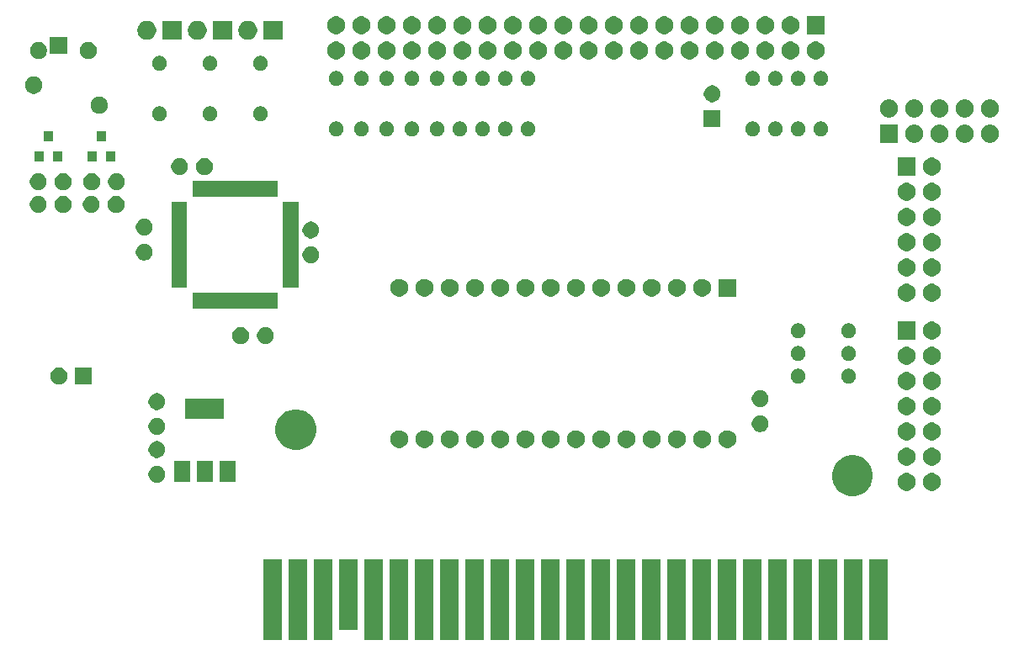
<source format=gbr>
G04 #@! TF.GenerationSoftware,KiCad,Pcbnew,(5.1.5)-3*
G04 #@! TF.CreationDate,2020-10-12T17:18:37+01:00*
G04 #@! TF.ProjectId,MSXPi1,4d535850-6931-42e6-9b69-6361645f7063,rev?*
G04 #@! TF.SameCoordinates,Original*
G04 #@! TF.FileFunction,Soldermask,Top*
G04 #@! TF.FilePolarity,Negative*
%FSLAX46Y46*%
G04 Gerber Fmt 4.6, Leading zero omitted, Abs format (unit mm)*
G04 Created by KiCad (PCBNEW (5.1.5)-3) date 2020-10-12 17:18:37*
%MOMM*%
%LPD*%
G04 APERTURE LIST*
%ADD10C,0.100000*%
G04 APERTURE END LIST*
D10*
G36*
X121564296Y-131721829D02*
G01*
X119662296Y-131721829D01*
X119662296Y-123619829D01*
X121564296Y-123619829D01*
X121564296Y-131721829D01*
G37*
G36*
X154584296Y-131721829D02*
G01*
X152682296Y-131721829D01*
X152682296Y-123619829D01*
X154584296Y-123619829D01*
X154584296Y-131721829D01*
G37*
G36*
X182524296Y-131721829D02*
G01*
X180622296Y-131721829D01*
X180622296Y-123619829D01*
X182524296Y-123619829D01*
X182524296Y-131721829D01*
G37*
G36*
X177444296Y-131721829D02*
G01*
X175542296Y-131721829D01*
X175542296Y-123619829D01*
X177444296Y-123619829D01*
X177444296Y-131721829D01*
G37*
G36*
X174904296Y-131721829D02*
G01*
X173002296Y-131721829D01*
X173002296Y-123619829D01*
X174904296Y-123619829D01*
X174904296Y-131721829D01*
G37*
G36*
X172364296Y-131721829D02*
G01*
X170462296Y-131721829D01*
X170462296Y-123619829D01*
X172364296Y-123619829D01*
X172364296Y-131721829D01*
G37*
G36*
X169824296Y-131721829D02*
G01*
X167922296Y-131721829D01*
X167922296Y-123619829D01*
X169824296Y-123619829D01*
X169824296Y-131721829D01*
G37*
G36*
X167284296Y-131721829D02*
G01*
X165382296Y-131721829D01*
X165382296Y-123619829D01*
X167284296Y-123619829D01*
X167284296Y-131721829D01*
G37*
G36*
X164744296Y-131721829D02*
G01*
X162842296Y-131721829D01*
X162842296Y-123619829D01*
X164744296Y-123619829D01*
X164744296Y-131721829D01*
G37*
G36*
X162204296Y-131721829D02*
G01*
X160302296Y-131721829D01*
X160302296Y-123619829D01*
X162204296Y-123619829D01*
X162204296Y-131721829D01*
G37*
G36*
X159664296Y-131721829D02*
G01*
X157762296Y-131721829D01*
X157762296Y-123619829D01*
X159664296Y-123619829D01*
X159664296Y-131721829D01*
G37*
G36*
X157124296Y-131721829D02*
G01*
X155222296Y-131721829D01*
X155222296Y-123619829D01*
X157124296Y-123619829D01*
X157124296Y-131721829D01*
G37*
G36*
X179984296Y-131721829D02*
G01*
X178082296Y-131721829D01*
X178082296Y-123619829D01*
X179984296Y-123619829D01*
X179984296Y-131721829D01*
G37*
G36*
X149504296Y-131721829D02*
G01*
X147602296Y-131721829D01*
X147602296Y-123619829D01*
X149504296Y-123619829D01*
X149504296Y-131721829D01*
G37*
G36*
X152044296Y-131721829D02*
G01*
X150142296Y-131721829D01*
X150142296Y-123619829D01*
X152044296Y-123619829D01*
X152044296Y-131721829D01*
G37*
G36*
X124104296Y-131721829D02*
G01*
X122202296Y-131721829D01*
X122202296Y-123619829D01*
X124104296Y-123619829D01*
X124104296Y-131721829D01*
G37*
G36*
X126644296Y-131721829D02*
G01*
X124742296Y-131721829D01*
X124742296Y-123619829D01*
X126644296Y-123619829D01*
X126644296Y-131721829D01*
G37*
G36*
X131724296Y-131721829D02*
G01*
X129822296Y-131721829D01*
X129822296Y-123619829D01*
X131724296Y-123619829D01*
X131724296Y-131721829D01*
G37*
G36*
X134264296Y-131721829D02*
G01*
X132362296Y-131721829D01*
X132362296Y-123619829D01*
X134264296Y-123619829D01*
X134264296Y-131721829D01*
G37*
G36*
X139344296Y-131721829D02*
G01*
X137442296Y-131721829D01*
X137442296Y-123619829D01*
X139344296Y-123619829D01*
X139344296Y-131721829D01*
G37*
G36*
X141884296Y-131721829D02*
G01*
X139982296Y-131721829D01*
X139982296Y-123619829D01*
X141884296Y-123619829D01*
X141884296Y-131721829D01*
G37*
G36*
X144424296Y-131721829D02*
G01*
X142522296Y-131721829D01*
X142522296Y-123619829D01*
X144424296Y-123619829D01*
X144424296Y-131721829D01*
G37*
G36*
X146964296Y-131721829D02*
G01*
X145062296Y-131721829D01*
X145062296Y-123619829D01*
X146964296Y-123619829D01*
X146964296Y-131721829D01*
G37*
G36*
X136804296Y-131721829D02*
G01*
X134902296Y-131721829D01*
X134902296Y-123619829D01*
X136804296Y-123619829D01*
X136804296Y-131721829D01*
G37*
G36*
X129179216Y-130729069D02*
G01*
X127277216Y-130729069D01*
X127277216Y-123627069D01*
X129179216Y-123627069D01*
X129179216Y-130729069D01*
G37*
G36*
X179555350Y-113227818D02*
G01*
X179923462Y-113380295D01*
X179928609Y-113382427D01*
X180264532Y-113606884D01*
X180550212Y-113892564D01*
X180762985Y-114211000D01*
X180774670Y-114228489D01*
X180929278Y-114601746D01*
X181008096Y-114997993D01*
X181008096Y-115402007D01*
X180929278Y-115798254D01*
X180809754Y-116086811D01*
X180774669Y-116171513D01*
X180550212Y-116507436D01*
X180264532Y-116793116D01*
X179928609Y-117017573D01*
X179928608Y-117017574D01*
X179928607Y-117017574D01*
X179555350Y-117172182D01*
X179159103Y-117251000D01*
X178755089Y-117251000D01*
X178358842Y-117172182D01*
X177985585Y-117017574D01*
X177985584Y-117017574D01*
X177985583Y-117017573D01*
X177649660Y-116793116D01*
X177363980Y-116507436D01*
X177139523Y-116171513D01*
X177104438Y-116086811D01*
X176984914Y-115798254D01*
X176906096Y-115402007D01*
X176906096Y-114997993D01*
X176984914Y-114601746D01*
X177139522Y-114228489D01*
X177151208Y-114211000D01*
X177363980Y-113892564D01*
X177649660Y-113606884D01*
X177985583Y-113382427D01*
X177990730Y-113380295D01*
X178358842Y-113227818D01*
X178755089Y-113149000D01*
X179159103Y-113149000D01*
X179555350Y-113227818D01*
G37*
G36*
X187057512Y-114927927D02*
G01*
X187206812Y-114957624D01*
X187370784Y-115025544D01*
X187518354Y-115124147D01*
X187643853Y-115249646D01*
X187742456Y-115397216D01*
X187810376Y-115561188D01*
X187840073Y-115710488D01*
X187845000Y-115735258D01*
X187845000Y-115912742D01*
X187840073Y-115937512D01*
X187810376Y-116086812D01*
X187742456Y-116250784D01*
X187643853Y-116398354D01*
X187518354Y-116523853D01*
X187370784Y-116622456D01*
X187206812Y-116690376D01*
X187057512Y-116720073D01*
X187032742Y-116725000D01*
X186855258Y-116725000D01*
X186830488Y-116720073D01*
X186681188Y-116690376D01*
X186517216Y-116622456D01*
X186369646Y-116523853D01*
X186244147Y-116398354D01*
X186145544Y-116250784D01*
X186077624Y-116086812D01*
X186047927Y-115937512D01*
X186043000Y-115912742D01*
X186043000Y-115735258D01*
X186047927Y-115710488D01*
X186077624Y-115561188D01*
X186145544Y-115397216D01*
X186244147Y-115249646D01*
X186369646Y-115124147D01*
X186517216Y-115025544D01*
X186681188Y-114957624D01*
X186830488Y-114927927D01*
X186855258Y-114923000D01*
X187032742Y-114923000D01*
X187057512Y-114927927D01*
G37*
G36*
X184517512Y-114927927D02*
G01*
X184666812Y-114957624D01*
X184830784Y-115025544D01*
X184978354Y-115124147D01*
X185103853Y-115249646D01*
X185202456Y-115397216D01*
X185270376Y-115561188D01*
X185300073Y-115710488D01*
X185305000Y-115735258D01*
X185305000Y-115912742D01*
X185300073Y-115937512D01*
X185270376Y-116086812D01*
X185202456Y-116250784D01*
X185103853Y-116398354D01*
X184978354Y-116523853D01*
X184830784Y-116622456D01*
X184666812Y-116690376D01*
X184517512Y-116720073D01*
X184492742Y-116725000D01*
X184315258Y-116725000D01*
X184290488Y-116720073D01*
X184141188Y-116690376D01*
X183977216Y-116622456D01*
X183829646Y-116523853D01*
X183704147Y-116398354D01*
X183605544Y-116250784D01*
X183537624Y-116086812D01*
X183507927Y-115937512D01*
X183503000Y-115912742D01*
X183503000Y-115735258D01*
X183507927Y-115710488D01*
X183537624Y-115561188D01*
X183605544Y-115397216D01*
X183704147Y-115249646D01*
X183829646Y-115124147D01*
X183977216Y-115025544D01*
X184141188Y-114957624D01*
X184290488Y-114927927D01*
X184315258Y-114923000D01*
X184492742Y-114923000D01*
X184517512Y-114927927D01*
G37*
G36*
X109214228Y-114243703D02*
G01*
X109369100Y-114307853D01*
X109508481Y-114400985D01*
X109627015Y-114519519D01*
X109720147Y-114658900D01*
X109784297Y-114813772D01*
X109817000Y-114978184D01*
X109817000Y-115145816D01*
X109784297Y-115310228D01*
X109720147Y-115465100D01*
X109627015Y-115604481D01*
X109508481Y-115723015D01*
X109369100Y-115816147D01*
X109214228Y-115880297D01*
X109049816Y-115913000D01*
X108882184Y-115913000D01*
X108717772Y-115880297D01*
X108562900Y-115816147D01*
X108423519Y-115723015D01*
X108304985Y-115604481D01*
X108211853Y-115465100D01*
X108147703Y-115310228D01*
X108115000Y-115145816D01*
X108115000Y-114978184D01*
X108147703Y-114813772D01*
X108211853Y-114658900D01*
X108304985Y-114519519D01*
X108423519Y-114400985D01*
X108562900Y-114307853D01*
X108717772Y-114243703D01*
X108882184Y-114211000D01*
X109049816Y-114211000D01*
X109214228Y-114243703D01*
G37*
G36*
X112293000Y-115809000D02*
G01*
X110691000Y-115809000D01*
X110691000Y-113707000D01*
X112293000Y-113707000D01*
X112293000Y-115809000D01*
G37*
G36*
X114593000Y-115809000D02*
G01*
X112991000Y-115809000D01*
X112991000Y-113707000D01*
X114593000Y-113707000D01*
X114593000Y-115809000D01*
G37*
G36*
X116893000Y-115809000D02*
G01*
X115291000Y-115809000D01*
X115291000Y-113707000D01*
X116893000Y-113707000D01*
X116893000Y-115809000D01*
G37*
G36*
X184517512Y-112387927D02*
G01*
X184666812Y-112417624D01*
X184830784Y-112485544D01*
X184978354Y-112584147D01*
X185103853Y-112709646D01*
X185202456Y-112857216D01*
X185270376Y-113021188D01*
X185295799Y-113149000D01*
X185305000Y-113195258D01*
X185305000Y-113372742D01*
X185300073Y-113397512D01*
X185270376Y-113546812D01*
X185202456Y-113710784D01*
X185103853Y-113858354D01*
X184978354Y-113983853D01*
X184830784Y-114082456D01*
X184666812Y-114150376D01*
X184517512Y-114180073D01*
X184492742Y-114185000D01*
X184315258Y-114185000D01*
X184290488Y-114180073D01*
X184141188Y-114150376D01*
X183977216Y-114082456D01*
X183829646Y-113983853D01*
X183704147Y-113858354D01*
X183605544Y-113710784D01*
X183537624Y-113546812D01*
X183507927Y-113397512D01*
X183503000Y-113372742D01*
X183503000Y-113195258D01*
X183512201Y-113149000D01*
X183537624Y-113021188D01*
X183605544Y-112857216D01*
X183704147Y-112709646D01*
X183829646Y-112584147D01*
X183977216Y-112485544D01*
X184141188Y-112417624D01*
X184290488Y-112387927D01*
X184315258Y-112383000D01*
X184492742Y-112383000D01*
X184517512Y-112387927D01*
G37*
G36*
X187057512Y-112387927D02*
G01*
X187206812Y-112417624D01*
X187370784Y-112485544D01*
X187518354Y-112584147D01*
X187643853Y-112709646D01*
X187742456Y-112857216D01*
X187810376Y-113021188D01*
X187835799Y-113149000D01*
X187845000Y-113195258D01*
X187845000Y-113372742D01*
X187840073Y-113397512D01*
X187810376Y-113546812D01*
X187742456Y-113710784D01*
X187643853Y-113858354D01*
X187518354Y-113983853D01*
X187370784Y-114082456D01*
X187206812Y-114150376D01*
X187057512Y-114180073D01*
X187032742Y-114185000D01*
X186855258Y-114185000D01*
X186830488Y-114180073D01*
X186681188Y-114150376D01*
X186517216Y-114082456D01*
X186369646Y-113983853D01*
X186244147Y-113858354D01*
X186145544Y-113710784D01*
X186077624Y-113546812D01*
X186047927Y-113397512D01*
X186043000Y-113372742D01*
X186043000Y-113195258D01*
X186052201Y-113149000D01*
X186077624Y-113021188D01*
X186145544Y-112857216D01*
X186244147Y-112709646D01*
X186369646Y-112584147D01*
X186517216Y-112485544D01*
X186681188Y-112417624D01*
X186830488Y-112387927D01*
X186855258Y-112383000D01*
X187032742Y-112383000D01*
X187057512Y-112387927D01*
G37*
G36*
X109214228Y-111743703D02*
G01*
X109369100Y-111807853D01*
X109508481Y-111900985D01*
X109627015Y-112019519D01*
X109720147Y-112158900D01*
X109784297Y-112313772D01*
X109817000Y-112478184D01*
X109817000Y-112645816D01*
X109784297Y-112810228D01*
X109720147Y-112965100D01*
X109627015Y-113104481D01*
X109508481Y-113223015D01*
X109369100Y-113316147D01*
X109214228Y-113380297D01*
X109049816Y-113413000D01*
X108882184Y-113413000D01*
X108717772Y-113380297D01*
X108562900Y-113316147D01*
X108423519Y-113223015D01*
X108304985Y-113104481D01*
X108211853Y-112965100D01*
X108147703Y-112810228D01*
X108115000Y-112645816D01*
X108115000Y-112478184D01*
X108147703Y-112313772D01*
X108211853Y-112158900D01*
X108304985Y-112019519D01*
X108423519Y-111900985D01*
X108562900Y-111807853D01*
X108717772Y-111743703D01*
X108882184Y-111711000D01*
X109049816Y-111711000D01*
X109214228Y-111743703D01*
G37*
G36*
X123555970Y-108581207D02*
G01*
X123929227Y-108735815D01*
X123929229Y-108735816D01*
X124265152Y-108960273D01*
X124550832Y-109245953D01*
X124770685Y-109574985D01*
X124775290Y-109581878D01*
X124929898Y-109955135D01*
X125008716Y-110351382D01*
X125008716Y-110755396D01*
X124929898Y-111151643D01*
X124775290Y-111524900D01*
X124775289Y-111524902D01*
X124550832Y-111860825D01*
X124265152Y-112146505D01*
X123929229Y-112370962D01*
X123929228Y-112370963D01*
X123929227Y-112370963D01*
X123555970Y-112525571D01*
X123159723Y-112604389D01*
X122755709Y-112604389D01*
X122359462Y-112525571D01*
X121986205Y-112370963D01*
X121986204Y-112370963D01*
X121986203Y-112370962D01*
X121650280Y-112146505D01*
X121364600Y-111860825D01*
X121140143Y-111524902D01*
X121140142Y-111524900D01*
X120985534Y-111151643D01*
X120906716Y-110755396D01*
X120906716Y-110351382D01*
X120985534Y-109955135D01*
X121140142Y-109581878D01*
X121144748Y-109574985D01*
X121364600Y-109245953D01*
X121650280Y-108960273D01*
X121986203Y-108735816D01*
X121986205Y-108735815D01*
X122359462Y-108581207D01*
X122755709Y-108502389D01*
X123159723Y-108502389D01*
X123555970Y-108581207D01*
G37*
G36*
X143769369Y-110650971D02*
G01*
X143931195Y-110718002D01*
X144076829Y-110815311D01*
X144200689Y-110939171D01*
X144297998Y-111084805D01*
X144365029Y-111246631D01*
X144399200Y-111418420D01*
X144399200Y-111593580D01*
X144365029Y-111765369D01*
X144297998Y-111927195D01*
X144200689Y-112072829D01*
X144076829Y-112196689D01*
X143931195Y-112293998D01*
X143769369Y-112361029D01*
X143597580Y-112395200D01*
X143422420Y-112395200D01*
X143250631Y-112361029D01*
X143088805Y-112293998D01*
X142943171Y-112196689D01*
X142819311Y-112072829D01*
X142722002Y-111927195D01*
X142654971Y-111765369D01*
X142620800Y-111593580D01*
X142620800Y-111418420D01*
X142654971Y-111246631D01*
X142722002Y-111084805D01*
X142819311Y-110939171D01*
X142943171Y-110815311D01*
X143088805Y-110718002D01*
X143250631Y-110650971D01*
X143422420Y-110616800D01*
X143597580Y-110616800D01*
X143769369Y-110650971D01*
G37*
G36*
X164089369Y-110650971D02*
G01*
X164251195Y-110718002D01*
X164396829Y-110815311D01*
X164520689Y-110939171D01*
X164617998Y-111084805D01*
X164685029Y-111246631D01*
X164719200Y-111418420D01*
X164719200Y-111593580D01*
X164685029Y-111765369D01*
X164617998Y-111927195D01*
X164520689Y-112072829D01*
X164396829Y-112196689D01*
X164251195Y-112293998D01*
X164089369Y-112361029D01*
X163917580Y-112395200D01*
X163742420Y-112395200D01*
X163570631Y-112361029D01*
X163408805Y-112293998D01*
X163263171Y-112196689D01*
X163139311Y-112072829D01*
X163042002Y-111927195D01*
X162974971Y-111765369D01*
X162940800Y-111593580D01*
X162940800Y-111418420D01*
X162974971Y-111246631D01*
X163042002Y-111084805D01*
X163139311Y-110939171D01*
X163263171Y-110815311D01*
X163408805Y-110718002D01*
X163570631Y-110650971D01*
X163742420Y-110616800D01*
X163917580Y-110616800D01*
X164089369Y-110650971D01*
G37*
G36*
X166629369Y-110650971D02*
G01*
X166791195Y-110718002D01*
X166936829Y-110815311D01*
X167060689Y-110939171D01*
X167157998Y-111084805D01*
X167225029Y-111246631D01*
X167259200Y-111418420D01*
X167259200Y-111593580D01*
X167225029Y-111765369D01*
X167157998Y-111927195D01*
X167060689Y-112072829D01*
X166936829Y-112196689D01*
X166791195Y-112293998D01*
X166629369Y-112361029D01*
X166457580Y-112395200D01*
X166282420Y-112395200D01*
X166110631Y-112361029D01*
X165948805Y-112293998D01*
X165803171Y-112196689D01*
X165679311Y-112072829D01*
X165582002Y-111927195D01*
X165514971Y-111765369D01*
X165480800Y-111593580D01*
X165480800Y-111418420D01*
X165514971Y-111246631D01*
X165582002Y-111084805D01*
X165679311Y-110939171D01*
X165803171Y-110815311D01*
X165948805Y-110718002D01*
X166110631Y-110650971D01*
X166282420Y-110616800D01*
X166457580Y-110616800D01*
X166629369Y-110650971D01*
G37*
G36*
X161549369Y-110650971D02*
G01*
X161711195Y-110718002D01*
X161856829Y-110815311D01*
X161980689Y-110939171D01*
X162077998Y-111084805D01*
X162145029Y-111246631D01*
X162179200Y-111418420D01*
X162179200Y-111593580D01*
X162145029Y-111765369D01*
X162077998Y-111927195D01*
X161980689Y-112072829D01*
X161856829Y-112196689D01*
X161711195Y-112293998D01*
X161549369Y-112361029D01*
X161377580Y-112395200D01*
X161202420Y-112395200D01*
X161030631Y-112361029D01*
X160868805Y-112293998D01*
X160723171Y-112196689D01*
X160599311Y-112072829D01*
X160502002Y-111927195D01*
X160434971Y-111765369D01*
X160400800Y-111593580D01*
X160400800Y-111418420D01*
X160434971Y-111246631D01*
X160502002Y-111084805D01*
X160599311Y-110939171D01*
X160723171Y-110815311D01*
X160868805Y-110718002D01*
X161030631Y-110650971D01*
X161202420Y-110616800D01*
X161377580Y-110616800D01*
X161549369Y-110650971D01*
G37*
G36*
X159009369Y-110650971D02*
G01*
X159171195Y-110718002D01*
X159316829Y-110815311D01*
X159440689Y-110939171D01*
X159537998Y-111084805D01*
X159605029Y-111246631D01*
X159639200Y-111418420D01*
X159639200Y-111593580D01*
X159605029Y-111765369D01*
X159537998Y-111927195D01*
X159440689Y-112072829D01*
X159316829Y-112196689D01*
X159171195Y-112293998D01*
X159009369Y-112361029D01*
X158837580Y-112395200D01*
X158662420Y-112395200D01*
X158490631Y-112361029D01*
X158328805Y-112293998D01*
X158183171Y-112196689D01*
X158059311Y-112072829D01*
X157962002Y-111927195D01*
X157894971Y-111765369D01*
X157860800Y-111593580D01*
X157860800Y-111418420D01*
X157894971Y-111246631D01*
X157962002Y-111084805D01*
X158059311Y-110939171D01*
X158183171Y-110815311D01*
X158328805Y-110718002D01*
X158490631Y-110650971D01*
X158662420Y-110616800D01*
X158837580Y-110616800D01*
X159009369Y-110650971D01*
G37*
G36*
X153929369Y-110650971D02*
G01*
X154091195Y-110718002D01*
X154236829Y-110815311D01*
X154360689Y-110939171D01*
X154457998Y-111084805D01*
X154525029Y-111246631D01*
X154559200Y-111418420D01*
X154559200Y-111593580D01*
X154525029Y-111765369D01*
X154457998Y-111927195D01*
X154360689Y-112072829D01*
X154236829Y-112196689D01*
X154091195Y-112293998D01*
X153929369Y-112361029D01*
X153757580Y-112395200D01*
X153582420Y-112395200D01*
X153410631Y-112361029D01*
X153248805Y-112293998D01*
X153103171Y-112196689D01*
X152979311Y-112072829D01*
X152882002Y-111927195D01*
X152814971Y-111765369D01*
X152780800Y-111593580D01*
X152780800Y-111418420D01*
X152814971Y-111246631D01*
X152882002Y-111084805D01*
X152979311Y-110939171D01*
X153103171Y-110815311D01*
X153248805Y-110718002D01*
X153410631Y-110650971D01*
X153582420Y-110616800D01*
X153757580Y-110616800D01*
X153929369Y-110650971D01*
G37*
G36*
X133609369Y-110650971D02*
G01*
X133771195Y-110718002D01*
X133916829Y-110815311D01*
X134040689Y-110939171D01*
X134137998Y-111084805D01*
X134205029Y-111246631D01*
X134239200Y-111418420D01*
X134239200Y-111593580D01*
X134205029Y-111765369D01*
X134137998Y-111927195D01*
X134040689Y-112072829D01*
X133916829Y-112196689D01*
X133771195Y-112293998D01*
X133609369Y-112361029D01*
X133437580Y-112395200D01*
X133262420Y-112395200D01*
X133090631Y-112361029D01*
X132928805Y-112293998D01*
X132783171Y-112196689D01*
X132659311Y-112072829D01*
X132562002Y-111927195D01*
X132494971Y-111765369D01*
X132460800Y-111593580D01*
X132460800Y-111418420D01*
X132494971Y-111246631D01*
X132562002Y-111084805D01*
X132659311Y-110939171D01*
X132783171Y-110815311D01*
X132928805Y-110718002D01*
X133090631Y-110650971D01*
X133262420Y-110616800D01*
X133437580Y-110616800D01*
X133609369Y-110650971D01*
G37*
G36*
X138689369Y-110650971D02*
G01*
X138851195Y-110718002D01*
X138996829Y-110815311D01*
X139120689Y-110939171D01*
X139217998Y-111084805D01*
X139285029Y-111246631D01*
X139319200Y-111418420D01*
X139319200Y-111593580D01*
X139285029Y-111765369D01*
X139217998Y-111927195D01*
X139120689Y-112072829D01*
X138996829Y-112196689D01*
X138851195Y-112293998D01*
X138689369Y-112361029D01*
X138517580Y-112395200D01*
X138342420Y-112395200D01*
X138170631Y-112361029D01*
X138008805Y-112293998D01*
X137863171Y-112196689D01*
X137739311Y-112072829D01*
X137642002Y-111927195D01*
X137574971Y-111765369D01*
X137540800Y-111593580D01*
X137540800Y-111418420D01*
X137574971Y-111246631D01*
X137642002Y-111084805D01*
X137739311Y-110939171D01*
X137863171Y-110815311D01*
X138008805Y-110718002D01*
X138170631Y-110650971D01*
X138342420Y-110616800D01*
X138517580Y-110616800D01*
X138689369Y-110650971D01*
G37*
G36*
X141229369Y-110650971D02*
G01*
X141391195Y-110718002D01*
X141536829Y-110815311D01*
X141660689Y-110939171D01*
X141757998Y-111084805D01*
X141825029Y-111246631D01*
X141859200Y-111418420D01*
X141859200Y-111593580D01*
X141825029Y-111765369D01*
X141757998Y-111927195D01*
X141660689Y-112072829D01*
X141536829Y-112196689D01*
X141391195Y-112293998D01*
X141229369Y-112361029D01*
X141057580Y-112395200D01*
X140882420Y-112395200D01*
X140710631Y-112361029D01*
X140548805Y-112293998D01*
X140403171Y-112196689D01*
X140279311Y-112072829D01*
X140182002Y-111927195D01*
X140114971Y-111765369D01*
X140080800Y-111593580D01*
X140080800Y-111418420D01*
X140114971Y-111246631D01*
X140182002Y-111084805D01*
X140279311Y-110939171D01*
X140403171Y-110815311D01*
X140548805Y-110718002D01*
X140710631Y-110650971D01*
X140882420Y-110616800D01*
X141057580Y-110616800D01*
X141229369Y-110650971D01*
G37*
G36*
X146309369Y-110650971D02*
G01*
X146471195Y-110718002D01*
X146616829Y-110815311D01*
X146740689Y-110939171D01*
X146837998Y-111084805D01*
X146905029Y-111246631D01*
X146939200Y-111418420D01*
X146939200Y-111593580D01*
X146905029Y-111765369D01*
X146837998Y-111927195D01*
X146740689Y-112072829D01*
X146616829Y-112196689D01*
X146471195Y-112293998D01*
X146309369Y-112361029D01*
X146137580Y-112395200D01*
X145962420Y-112395200D01*
X145790631Y-112361029D01*
X145628805Y-112293998D01*
X145483171Y-112196689D01*
X145359311Y-112072829D01*
X145262002Y-111927195D01*
X145194971Y-111765369D01*
X145160800Y-111593580D01*
X145160800Y-111418420D01*
X145194971Y-111246631D01*
X145262002Y-111084805D01*
X145359311Y-110939171D01*
X145483171Y-110815311D01*
X145628805Y-110718002D01*
X145790631Y-110650971D01*
X145962420Y-110616800D01*
X146137580Y-110616800D01*
X146309369Y-110650971D01*
G37*
G36*
X148849369Y-110650971D02*
G01*
X149011195Y-110718002D01*
X149156829Y-110815311D01*
X149280689Y-110939171D01*
X149377998Y-111084805D01*
X149445029Y-111246631D01*
X149479200Y-111418420D01*
X149479200Y-111593580D01*
X149445029Y-111765369D01*
X149377998Y-111927195D01*
X149280689Y-112072829D01*
X149156829Y-112196689D01*
X149011195Y-112293998D01*
X148849369Y-112361029D01*
X148677580Y-112395200D01*
X148502420Y-112395200D01*
X148330631Y-112361029D01*
X148168805Y-112293998D01*
X148023171Y-112196689D01*
X147899311Y-112072829D01*
X147802002Y-111927195D01*
X147734971Y-111765369D01*
X147700800Y-111593580D01*
X147700800Y-111418420D01*
X147734971Y-111246631D01*
X147802002Y-111084805D01*
X147899311Y-110939171D01*
X148023171Y-110815311D01*
X148168805Y-110718002D01*
X148330631Y-110650971D01*
X148502420Y-110616800D01*
X148677580Y-110616800D01*
X148849369Y-110650971D01*
G37*
G36*
X156469369Y-110650971D02*
G01*
X156631195Y-110718002D01*
X156776829Y-110815311D01*
X156900689Y-110939171D01*
X156997998Y-111084805D01*
X157065029Y-111246631D01*
X157099200Y-111418420D01*
X157099200Y-111593580D01*
X157065029Y-111765369D01*
X156997998Y-111927195D01*
X156900689Y-112072829D01*
X156776829Y-112196689D01*
X156631195Y-112293998D01*
X156469369Y-112361029D01*
X156297580Y-112395200D01*
X156122420Y-112395200D01*
X155950631Y-112361029D01*
X155788805Y-112293998D01*
X155643171Y-112196689D01*
X155519311Y-112072829D01*
X155422002Y-111927195D01*
X155354971Y-111765369D01*
X155320800Y-111593580D01*
X155320800Y-111418420D01*
X155354971Y-111246631D01*
X155422002Y-111084805D01*
X155519311Y-110939171D01*
X155643171Y-110815311D01*
X155788805Y-110718002D01*
X155950631Y-110650971D01*
X156122420Y-110616800D01*
X156297580Y-110616800D01*
X156469369Y-110650971D01*
G37*
G36*
X151389369Y-110650971D02*
G01*
X151551195Y-110718002D01*
X151696829Y-110815311D01*
X151820689Y-110939171D01*
X151917998Y-111084805D01*
X151985029Y-111246631D01*
X152019200Y-111418420D01*
X152019200Y-111593580D01*
X151985029Y-111765369D01*
X151917998Y-111927195D01*
X151820689Y-112072829D01*
X151696829Y-112196689D01*
X151551195Y-112293998D01*
X151389369Y-112361029D01*
X151217580Y-112395200D01*
X151042420Y-112395200D01*
X150870631Y-112361029D01*
X150708805Y-112293998D01*
X150563171Y-112196689D01*
X150439311Y-112072829D01*
X150342002Y-111927195D01*
X150274971Y-111765369D01*
X150240800Y-111593580D01*
X150240800Y-111418420D01*
X150274971Y-111246631D01*
X150342002Y-111084805D01*
X150439311Y-110939171D01*
X150563171Y-110815311D01*
X150708805Y-110718002D01*
X150870631Y-110650971D01*
X151042420Y-110616800D01*
X151217580Y-110616800D01*
X151389369Y-110650971D01*
G37*
G36*
X136149369Y-110650971D02*
G01*
X136311195Y-110718002D01*
X136456829Y-110815311D01*
X136580689Y-110939171D01*
X136677998Y-111084805D01*
X136745029Y-111246631D01*
X136779200Y-111418420D01*
X136779200Y-111593580D01*
X136745029Y-111765369D01*
X136677998Y-111927195D01*
X136580689Y-112072829D01*
X136456829Y-112196689D01*
X136311195Y-112293998D01*
X136149369Y-112361029D01*
X135977580Y-112395200D01*
X135802420Y-112395200D01*
X135630631Y-112361029D01*
X135468805Y-112293998D01*
X135323171Y-112196689D01*
X135199311Y-112072829D01*
X135102002Y-111927195D01*
X135034971Y-111765369D01*
X135000800Y-111593580D01*
X135000800Y-111418420D01*
X135034971Y-111246631D01*
X135102002Y-111084805D01*
X135199311Y-110939171D01*
X135323171Y-110815311D01*
X135468805Y-110718002D01*
X135630631Y-110650971D01*
X135802420Y-110616800D01*
X135977580Y-110616800D01*
X136149369Y-110650971D01*
G37*
G36*
X187057512Y-109847927D02*
G01*
X187206812Y-109877624D01*
X187370784Y-109945544D01*
X187518354Y-110044147D01*
X187643853Y-110169646D01*
X187742456Y-110317216D01*
X187810376Y-110481188D01*
X187845000Y-110655259D01*
X187845000Y-110832741D01*
X187810376Y-111006812D01*
X187742456Y-111170784D01*
X187643853Y-111318354D01*
X187518354Y-111443853D01*
X187370784Y-111542456D01*
X187206812Y-111610376D01*
X187057512Y-111640073D01*
X187032742Y-111645000D01*
X186855258Y-111645000D01*
X186830488Y-111640073D01*
X186681188Y-111610376D01*
X186517216Y-111542456D01*
X186369646Y-111443853D01*
X186244147Y-111318354D01*
X186145544Y-111170784D01*
X186077624Y-111006812D01*
X186043000Y-110832741D01*
X186043000Y-110655259D01*
X186077624Y-110481188D01*
X186145544Y-110317216D01*
X186244147Y-110169646D01*
X186369646Y-110044147D01*
X186517216Y-109945544D01*
X186681188Y-109877624D01*
X186830488Y-109847927D01*
X186855258Y-109843000D01*
X187032742Y-109843000D01*
X187057512Y-109847927D01*
G37*
G36*
X184517512Y-109847927D02*
G01*
X184666812Y-109877624D01*
X184830784Y-109945544D01*
X184978354Y-110044147D01*
X185103853Y-110169646D01*
X185202456Y-110317216D01*
X185270376Y-110481188D01*
X185305000Y-110655259D01*
X185305000Y-110832741D01*
X185270376Y-111006812D01*
X185202456Y-111170784D01*
X185103853Y-111318354D01*
X184978354Y-111443853D01*
X184830784Y-111542456D01*
X184666812Y-111610376D01*
X184517512Y-111640073D01*
X184492742Y-111645000D01*
X184315258Y-111645000D01*
X184290488Y-111640073D01*
X184141188Y-111610376D01*
X183977216Y-111542456D01*
X183829646Y-111443853D01*
X183704147Y-111318354D01*
X183605544Y-111170784D01*
X183537624Y-111006812D01*
X183503000Y-110832741D01*
X183503000Y-110655259D01*
X183537624Y-110481188D01*
X183605544Y-110317216D01*
X183704147Y-110169646D01*
X183829646Y-110044147D01*
X183977216Y-109945544D01*
X184141188Y-109877624D01*
X184290488Y-109847927D01*
X184315258Y-109843000D01*
X184492742Y-109843000D01*
X184517512Y-109847927D01*
G37*
G36*
X109214228Y-109417703D02*
G01*
X109369100Y-109481853D01*
X109508481Y-109574985D01*
X109627015Y-109693519D01*
X109720147Y-109832900D01*
X109784297Y-109987772D01*
X109817000Y-110152184D01*
X109817000Y-110319816D01*
X109784297Y-110484228D01*
X109720147Y-110639100D01*
X109627015Y-110778481D01*
X109508481Y-110897015D01*
X109369100Y-110990147D01*
X109214228Y-111054297D01*
X109049816Y-111087000D01*
X108882184Y-111087000D01*
X108717772Y-111054297D01*
X108562900Y-110990147D01*
X108423519Y-110897015D01*
X108304985Y-110778481D01*
X108211853Y-110639100D01*
X108147703Y-110484228D01*
X108115000Y-110319816D01*
X108115000Y-110152184D01*
X108147703Y-109987772D01*
X108211853Y-109832900D01*
X108304985Y-109693519D01*
X108423519Y-109574985D01*
X108562900Y-109481853D01*
X108717772Y-109417703D01*
X108882184Y-109385000D01*
X109049816Y-109385000D01*
X109214228Y-109417703D01*
G37*
G36*
X169920228Y-109123703D02*
G01*
X170075100Y-109187853D01*
X170214481Y-109280985D01*
X170333015Y-109399519D01*
X170426147Y-109538900D01*
X170490297Y-109693772D01*
X170523000Y-109858184D01*
X170523000Y-110025816D01*
X170490297Y-110190228D01*
X170426147Y-110345100D01*
X170333015Y-110484481D01*
X170214481Y-110603015D01*
X170075100Y-110696147D01*
X169920228Y-110760297D01*
X169755816Y-110793000D01*
X169588184Y-110793000D01*
X169423772Y-110760297D01*
X169268900Y-110696147D01*
X169129519Y-110603015D01*
X169010985Y-110484481D01*
X168917853Y-110345100D01*
X168853703Y-110190228D01*
X168821000Y-110025816D01*
X168821000Y-109858184D01*
X168853703Y-109693772D01*
X168917853Y-109538900D01*
X169010985Y-109399519D01*
X169129519Y-109280985D01*
X169268900Y-109187853D01*
X169423772Y-109123703D01*
X169588184Y-109091000D01*
X169755816Y-109091000D01*
X169920228Y-109123703D01*
G37*
G36*
X115743000Y-109509000D02*
G01*
X111841000Y-109509000D01*
X111841000Y-107407000D01*
X115743000Y-107407000D01*
X115743000Y-109509000D01*
G37*
G36*
X187057512Y-107307927D02*
G01*
X187206812Y-107337624D01*
X187370784Y-107405544D01*
X187518354Y-107504147D01*
X187643853Y-107629646D01*
X187742456Y-107777216D01*
X187810376Y-107941188D01*
X187840073Y-108090488D01*
X187845000Y-108115258D01*
X187845000Y-108292742D01*
X187840073Y-108317512D01*
X187810376Y-108466812D01*
X187742456Y-108630784D01*
X187643853Y-108778354D01*
X187518354Y-108903853D01*
X187370784Y-109002456D01*
X187206812Y-109070376D01*
X187057512Y-109100073D01*
X187032742Y-109105000D01*
X186855258Y-109105000D01*
X186830488Y-109100073D01*
X186681188Y-109070376D01*
X186517216Y-109002456D01*
X186369646Y-108903853D01*
X186244147Y-108778354D01*
X186145544Y-108630784D01*
X186077624Y-108466812D01*
X186047927Y-108317512D01*
X186043000Y-108292742D01*
X186043000Y-108115258D01*
X186047927Y-108090488D01*
X186077624Y-107941188D01*
X186145544Y-107777216D01*
X186244147Y-107629646D01*
X186369646Y-107504147D01*
X186517216Y-107405544D01*
X186681188Y-107337624D01*
X186830488Y-107307927D01*
X186855258Y-107303000D01*
X187032742Y-107303000D01*
X187057512Y-107307927D01*
G37*
G36*
X184517512Y-107307927D02*
G01*
X184666812Y-107337624D01*
X184830784Y-107405544D01*
X184978354Y-107504147D01*
X185103853Y-107629646D01*
X185202456Y-107777216D01*
X185270376Y-107941188D01*
X185300073Y-108090488D01*
X185305000Y-108115258D01*
X185305000Y-108292742D01*
X185300073Y-108317512D01*
X185270376Y-108466812D01*
X185202456Y-108630784D01*
X185103853Y-108778354D01*
X184978354Y-108903853D01*
X184830784Y-109002456D01*
X184666812Y-109070376D01*
X184517512Y-109100073D01*
X184492742Y-109105000D01*
X184315258Y-109105000D01*
X184290488Y-109100073D01*
X184141188Y-109070376D01*
X183977216Y-109002456D01*
X183829646Y-108903853D01*
X183704147Y-108778354D01*
X183605544Y-108630784D01*
X183537624Y-108466812D01*
X183507927Y-108317512D01*
X183503000Y-108292742D01*
X183503000Y-108115258D01*
X183507927Y-108090488D01*
X183537624Y-107941188D01*
X183605544Y-107777216D01*
X183704147Y-107629646D01*
X183829646Y-107504147D01*
X183977216Y-107405544D01*
X184141188Y-107337624D01*
X184290488Y-107307927D01*
X184315258Y-107303000D01*
X184492742Y-107303000D01*
X184517512Y-107307927D01*
G37*
G36*
X109214228Y-106917703D02*
G01*
X109369100Y-106981853D01*
X109508481Y-107074985D01*
X109627015Y-107193519D01*
X109720147Y-107332900D01*
X109784297Y-107487772D01*
X109817000Y-107652184D01*
X109817000Y-107819816D01*
X109784297Y-107984228D01*
X109720147Y-108139100D01*
X109627015Y-108278481D01*
X109508481Y-108397015D01*
X109369100Y-108490147D01*
X109214228Y-108554297D01*
X109049816Y-108587000D01*
X108882184Y-108587000D01*
X108717772Y-108554297D01*
X108562900Y-108490147D01*
X108423519Y-108397015D01*
X108304985Y-108278481D01*
X108211853Y-108139100D01*
X108147703Y-107984228D01*
X108115000Y-107819816D01*
X108115000Y-107652184D01*
X108147703Y-107487772D01*
X108211853Y-107332900D01*
X108304985Y-107193519D01*
X108423519Y-107074985D01*
X108562900Y-106981853D01*
X108717772Y-106917703D01*
X108882184Y-106885000D01*
X109049816Y-106885000D01*
X109214228Y-106917703D01*
G37*
G36*
X169920228Y-106623703D02*
G01*
X170075100Y-106687853D01*
X170214481Y-106780985D01*
X170333015Y-106899519D01*
X170426147Y-107038900D01*
X170490297Y-107193772D01*
X170523000Y-107358184D01*
X170523000Y-107525816D01*
X170490297Y-107690228D01*
X170426147Y-107845100D01*
X170333015Y-107984481D01*
X170214481Y-108103015D01*
X170075100Y-108196147D01*
X169920228Y-108260297D01*
X169755816Y-108293000D01*
X169588184Y-108293000D01*
X169423772Y-108260297D01*
X169268900Y-108196147D01*
X169129519Y-108103015D01*
X169010985Y-107984481D01*
X168917853Y-107845100D01*
X168853703Y-107690228D01*
X168821000Y-107525816D01*
X168821000Y-107358184D01*
X168853703Y-107193772D01*
X168917853Y-107038900D01*
X169010985Y-106899519D01*
X169129519Y-106780985D01*
X169268900Y-106687853D01*
X169423772Y-106623703D01*
X169588184Y-106591000D01*
X169755816Y-106591000D01*
X169920228Y-106623703D01*
G37*
G36*
X187057512Y-104767927D02*
G01*
X187206812Y-104797624D01*
X187370784Y-104865544D01*
X187518354Y-104964147D01*
X187643853Y-105089646D01*
X187742456Y-105237216D01*
X187810376Y-105401188D01*
X187845000Y-105575259D01*
X187845000Y-105752741D01*
X187810376Y-105926812D01*
X187742456Y-106090784D01*
X187643853Y-106238354D01*
X187518354Y-106363853D01*
X187370784Y-106462456D01*
X187206812Y-106530376D01*
X187057512Y-106560073D01*
X187032742Y-106565000D01*
X186855258Y-106565000D01*
X186830488Y-106560073D01*
X186681188Y-106530376D01*
X186517216Y-106462456D01*
X186369646Y-106363853D01*
X186244147Y-106238354D01*
X186145544Y-106090784D01*
X186077624Y-105926812D01*
X186043000Y-105752741D01*
X186043000Y-105575259D01*
X186077624Y-105401188D01*
X186145544Y-105237216D01*
X186244147Y-105089646D01*
X186369646Y-104964147D01*
X186517216Y-104865544D01*
X186681188Y-104797624D01*
X186830488Y-104767927D01*
X186855258Y-104763000D01*
X187032742Y-104763000D01*
X187057512Y-104767927D01*
G37*
G36*
X184517512Y-104767927D02*
G01*
X184666812Y-104797624D01*
X184830784Y-104865544D01*
X184978354Y-104964147D01*
X185103853Y-105089646D01*
X185202456Y-105237216D01*
X185270376Y-105401188D01*
X185305000Y-105575259D01*
X185305000Y-105752741D01*
X185270376Y-105926812D01*
X185202456Y-106090784D01*
X185103853Y-106238354D01*
X184978354Y-106363853D01*
X184830784Y-106462456D01*
X184666812Y-106530376D01*
X184517512Y-106560073D01*
X184492742Y-106565000D01*
X184315258Y-106565000D01*
X184290488Y-106560073D01*
X184141188Y-106530376D01*
X183977216Y-106462456D01*
X183829646Y-106363853D01*
X183704147Y-106238354D01*
X183605544Y-106090784D01*
X183537624Y-105926812D01*
X183503000Y-105752741D01*
X183503000Y-105575259D01*
X183537624Y-105401188D01*
X183605544Y-105237216D01*
X183704147Y-105089646D01*
X183829646Y-104964147D01*
X183977216Y-104865544D01*
X184141188Y-104797624D01*
X184290488Y-104767927D01*
X184315258Y-104763000D01*
X184492742Y-104763000D01*
X184517512Y-104767927D01*
G37*
G36*
X102451000Y-106007000D02*
G01*
X100749000Y-106007000D01*
X100749000Y-104305000D01*
X102451000Y-104305000D01*
X102451000Y-106007000D01*
G37*
G36*
X99348228Y-104337703D02*
G01*
X99503100Y-104401853D01*
X99642481Y-104494985D01*
X99761015Y-104613519D01*
X99854147Y-104752900D01*
X99918297Y-104907772D01*
X99951000Y-105072184D01*
X99951000Y-105239816D01*
X99918297Y-105404228D01*
X99854147Y-105559100D01*
X99761015Y-105698481D01*
X99642481Y-105817015D01*
X99503100Y-105910147D01*
X99348228Y-105974297D01*
X99183816Y-106007000D01*
X99016184Y-106007000D01*
X98851772Y-105974297D01*
X98696900Y-105910147D01*
X98557519Y-105817015D01*
X98438985Y-105698481D01*
X98345853Y-105559100D01*
X98281703Y-105404228D01*
X98249000Y-105239816D01*
X98249000Y-105072184D01*
X98281703Y-104907772D01*
X98345853Y-104752900D01*
X98438985Y-104613519D01*
X98557519Y-104494985D01*
X98696900Y-104401853D01*
X98851772Y-104337703D01*
X99016184Y-104305000D01*
X99183816Y-104305000D01*
X99348228Y-104337703D01*
G37*
G36*
X178781059Y-104433860D02*
G01*
X178917732Y-104490472D01*
X179040735Y-104572660D01*
X179145340Y-104677265D01*
X179202626Y-104763000D01*
X179227529Y-104800270D01*
X179284140Y-104936941D01*
X179289552Y-104964147D01*
X179313000Y-105082033D01*
X179313000Y-105229967D01*
X179284140Y-105375059D01*
X179227528Y-105511732D01*
X179145340Y-105634735D01*
X179040735Y-105739340D01*
X178917732Y-105821528D01*
X178917731Y-105821529D01*
X178917730Y-105821529D01*
X178781059Y-105878140D01*
X178635968Y-105907000D01*
X178488032Y-105907000D01*
X178342941Y-105878140D01*
X178206270Y-105821529D01*
X178206269Y-105821529D01*
X178206268Y-105821528D01*
X178083265Y-105739340D01*
X177978660Y-105634735D01*
X177896472Y-105511732D01*
X177839860Y-105375059D01*
X177811000Y-105229967D01*
X177811000Y-105082033D01*
X177834449Y-104964147D01*
X177839860Y-104936941D01*
X177896471Y-104800270D01*
X177921374Y-104763000D01*
X177978660Y-104677265D01*
X178083265Y-104572660D01*
X178206268Y-104490472D01*
X178342941Y-104433860D01*
X178488032Y-104405000D01*
X178635968Y-104405000D01*
X178781059Y-104433860D01*
G37*
G36*
X173701059Y-104433860D02*
G01*
X173837732Y-104490472D01*
X173960735Y-104572660D01*
X174065340Y-104677265D01*
X174122626Y-104763000D01*
X174147529Y-104800270D01*
X174204140Y-104936941D01*
X174209552Y-104964147D01*
X174233000Y-105082033D01*
X174233000Y-105229967D01*
X174204140Y-105375059D01*
X174147528Y-105511732D01*
X174065340Y-105634735D01*
X173960735Y-105739340D01*
X173837732Y-105821528D01*
X173837731Y-105821529D01*
X173837730Y-105821529D01*
X173701059Y-105878140D01*
X173555968Y-105907000D01*
X173408032Y-105907000D01*
X173262941Y-105878140D01*
X173126270Y-105821529D01*
X173126269Y-105821529D01*
X173126268Y-105821528D01*
X173003265Y-105739340D01*
X172898660Y-105634735D01*
X172816472Y-105511732D01*
X172759860Y-105375059D01*
X172731000Y-105229967D01*
X172731000Y-105082033D01*
X172754449Y-104964147D01*
X172759860Y-104936941D01*
X172816471Y-104800270D01*
X172841374Y-104763000D01*
X172898660Y-104677265D01*
X173003265Y-104572660D01*
X173126268Y-104490472D01*
X173262941Y-104433860D01*
X173408032Y-104405000D01*
X173555968Y-104405000D01*
X173701059Y-104433860D01*
G37*
G36*
X187057512Y-102227927D02*
G01*
X187206812Y-102257624D01*
X187370784Y-102325544D01*
X187518354Y-102424147D01*
X187643853Y-102549646D01*
X187742456Y-102697216D01*
X187810376Y-102861188D01*
X187845000Y-103035259D01*
X187845000Y-103212741D01*
X187810376Y-103386812D01*
X187742456Y-103550784D01*
X187643853Y-103698354D01*
X187518354Y-103823853D01*
X187370784Y-103922456D01*
X187206812Y-103990376D01*
X187057512Y-104020073D01*
X187032742Y-104025000D01*
X186855258Y-104025000D01*
X186830488Y-104020073D01*
X186681188Y-103990376D01*
X186517216Y-103922456D01*
X186369646Y-103823853D01*
X186244147Y-103698354D01*
X186145544Y-103550784D01*
X186077624Y-103386812D01*
X186043000Y-103212741D01*
X186043000Y-103035259D01*
X186077624Y-102861188D01*
X186145544Y-102697216D01*
X186244147Y-102549646D01*
X186369646Y-102424147D01*
X186517216Y-102325544D01*
X186681188Y-102257624D01*
X186830488Y-102227927D01*
X186855258Y-102223000D01*
X187032742Y-102223000D01*
X187057512Y-102227927D01*
G37*
G36*
X184517512Y-102227927D02*
G01*
X184666812Y-102257624D01*
X184830784Y-102325544D01*
X184978354Y-102424147D01*
X185103853Y-102549646D01*
X185202456Y-102697216D01*
X185270376Y-102861188D01*
X185305000Y-103035259D01*
X185305000Y-103212741D01*
X185270376Y-103386812D01*
X185202456Y-103550784D01*
X185103853Y-103698354D01*
X184978354Y-103823853D01*
X184830784Y-103922456D01*
X184666812Y-103990376D01*
X184517512Y-104020073D01*
X184492742Y-104025000D01*
X184315258Y-104025000D01*
X184290488Y-104020073D01*
X184141188Y-103990376D01*
X183977216Y-103922456D01*
X183829646Y-103823853D01*
X183704147Y-103698354D01*
X183605544Y-103550784D01*
X183537624Y-103386812D01*
X183503000Y-103212741D01*
X183503000Y-103035259D01*
X183537624Y-102861188D01*
X183605544Y-102697216D01*
X183704147Y-102549646D01*
X183829646Y-102424147D01*
X183977216Y-102325544D01*
X184141188Y-102257624D01*
X184290488Y-102227927D01*
X184315258Y-102223000D01*
X184492742Y-102223000D01*
X184517512Y-102227927D01*
G37*
G36*
X173701059Y-102147860D02*
G01*
X173837732Y-102204472D01*
X173960735Y-102286660D01*
X174065340Y-102391265D01*
X174147528Y-102514268D01*
X174147529Y-102514270D01*
X174204140Y-102650941D01*
X174233000Y-102796032D01*
X174233000Y-102943968D01*
X174214841Y-103035259D01*
X174204140Y-103089059D01*
X174147528Y-103225732D01*
X174065340Y-103348735D01*
X173960735Y-103453340D01*
X173837732Y-103535528D01*
X173837731Y-103535529D01*
X173837730Y-103535529D01*
X173701059Y-103592140D01*
X173555968Y-103621000D01*
X173408032Y-103621000D01*
X173262941Y-103592140D01*
X173126270Y-103535529D01*
X173126269Y-103535529D01*
X173126268Y-103535528D01*
X173003265Y-103453340D01*
X172898660Y-103348735D01*
X172816472Y-103225732D01*
X172759860Y-103089059D01*
X172749159Y-103035259D01*
X172731000Y-102943968D01*
X172731000Y-102796032D01*
X172759860Y-102650941D01*
X172816471Y-102514270D01*
X172816472Y-102514268D01*
X172898660Y-102391265D01*
X173003265Y-102286660D01*
X173126268Y-102204472D01*
X173262941Y-102147860D01*
X173408032Y-102119000D01*
X173555968Y-102119000D01*
X173701059Y-102147860D01*
G37*
G36*
X178781059Y-102147860D02*
G01*
X178917732Y-102204472D01*
X179040735Y-102286660D01*
X179145340Y-102391265D01*
X179227528Y-102514268D01*
X179227529Y-102514270D01*
X179284140Y-102650941D01*
X179313000Y-102796032D01*
X179313000Y-102943968D01*
X179294841Y-103035259D01*
X179284140Y-103089059D01*
X179227528Y-103225732D01*
X179145340Y-103348735D01*
X179040735Y-103453340D01*
X178917732Y-103535528D01*
X178917731Y-103535529D01*
X178917730Y-103535529D01*
X178781059Y-103592140D01*
X178635968Y-103621000D01*
X178488032Y-103621000D01*
X178342941Y-103592140D01*
X178206270Y-103535529D01*
X178206269Y-103535529D01*
X178206268Y-103535528D01*
X178083265Y-103453340D01*
X177978660Y-103348735D01*
X177896472Y-103225732D01*
X177839860Y-103089059D01*
X177829159Y-103035259D01*
X177811000Y-102943968D01*
X177811000Y-102796032D01*
X177839860Y-102650941D01*
X177896471Y-102514270D01*
X177896472Y-102514268D01*
X177978660Y-102391265D01*
X178083265Y-102286660D01*
X178206268Y-102204472D01*
X178342941Y-102147860D01*
X178488032Y-102119000D01*
X178635968Y-102119000D01*
X178781059Y-102147860D01*
G37*
G36*
X120136228Y-100273703D02*
G01*
X120291100Y-100337853D01*
X120430481Y-100430985D01*
X120549015Y-100549519D01*
X120642147Y-100688900D01*
X120706297Y-100843772D01*
X120739000Y-101008184D01*
X120739000Y-101175816D01*
X120706297Y-101340228D01*
X120642147Y-101495100D01*
X120549015Y-101634481D01*
X120430481Y-101753015D01*
X120291100Y-101846147D01*
X120136228Y-101910297D01*
X119971816Y-101943000D01*
X119804184Y-101943000D01*
X119639772Y-101910297D01*
X119484900Y-101846147D01*
X119345519Y-101753015D01*
X119226985Y-101634481D01*
X119133853Y-101495100D01*
X119069703Y-101340228D01*
X119037000Y-101175816D01*
X119037000Y-101008184D01*
X119069703Y-100843772D01*
X119133853Y-100688900D01*
X119226985Y-100549519D01*
X119345519Y-100430985D01*
X119484900Y-100337853D01*
X119639772Y-100273703D01*
X119804184Y-100241000D01*
X119971816Y-100241000D01*
X120136228Y-100273703D01*
G37*
G36*
X117636228Y-100273703D02*
G01*
X117791100Y-100337853D01*
X117930481Y-100430985D01*
X118049015Y-100549519D01*
X118142147Y-100688900D01*
X118206297Y-100843772D01*
X118239000Y-101008184D01*
X118239000Y-101175816D01*
X118206297Y-101340228D01*
X118142147Y-101495100D01*
X118049015Y-101634481D01*
X117930481Y-101753015D01*
X117791100Y-101846147D01*
X117636228Y-101910297D01*
X117471816Y-101943000D01*
X117304184Y-101943000D01*
X117139772Y-101910297D01*
X116984900Y-101846147D01*
X116845519Y-101753015D01*
X116726985Y-101634481D01*
X116633853Y-101495100D01*
X116569703Y-101340228D01*
X116537000Y-101175816D01*
X116537000Y-101008184D01*
X116569703Y-100843772D01*
X116633853Y-100688900D01*
X116726985Y-100549519D01*
X116845519Y-100430985D01*
X116984900Y-100337853D01*
X117139772Y-100273703D01*
X117304184Y-100241000D01*
X117471816Y-100241000D01*
X117636228Y-100273703D01*
G37*
G36*
X185305000Y-101485000D02*
G01*
X183503000Y-101485000D01*
X183503000Y-99683000D01*
X185305000Y-99683000D01*
X185305000Y-101485000D01*
G37*
G36*
X187057512Y-99687927D02*
G01*
X187206812Y-99717624D01*
X187370784Y-99785544D01*
X187518354Y-99884147D01*
X187643853Y-100009646D01*
X187742456Y-100157216D01*
X187810376Y-100321188D01*
X187845000Y-100495259D01*
X187845000Y-100672741D01*
X187810376Y-100846812D01*
X187742456Y-101010784D01*
X187643853Y-101158354D01*
X187518354Y-101283853D01*
X187370784Y-101382456D01*
X187206812Y-101450376D01*
X187057512Y-101480073D01*
X187032742Y-101485000D01*
X186855258Y-101485000D01*
X186830488Y-101480073D01*
X186681188Y-101450376D01*
X186517216Y-101382456D01*
X186369646Y-101283853D01*
X186244147Y-101158354D01*
X186145544Y-101010784D01*
X186077624Y-100846812D01*
X186043000Y-100672741D01*
X186043000Y-100495259D01*
X186077624Y-100321188D01*
X186145544Y-100157216D01*
X186244147Y-100009646D01*
X186369646Y-99884147D01*
X186517216Y-99785544D01*
X186681188Y-99717624D01*
X186830488Y-99687927D01*
X186855258Y-99683000D01*
X187032742Y-99683000D01*
X187057512Y-99687927D01*
G37*
G36*
X178781059Y-99861860D02*
G01*
X178834865Y-99884147D01*
X178917732Y-99918472D01*
X179040735Y-100000660D01*
X179145340Y-100105265D01*
X179180054Y-100157218D01*
X179227529Y-100228270D01*
X179284140Y-100364941D01*
X179313000Y-100510032D01*
X179313000Y-100657968D01*
X179284140Y-100803059D01*
X179267277Y-100843771D01*
X179227528Y-100939732D01*
X179145340Y-101062735D01*
X179040735Y-101167340D01*
X178917732Y-101249528D01*
X178917731Y-101249529D01*
X178917730Y-101249529D01*
X178781059Y-101306140D01*
X178635968Y-101335000D01*
X178488032Y-101335000D01*
X178342941Y-101306140D01*
X178206270Y-101249529D01*
X178206269Y-101249529D01*
X178206268Y-101249528D01*
X178083265Y-101167340D01*
X177978660Y-101062735D01*
X177896472Y-100939732D01*
X177856724Y-100843771D01*
X177839860Y-100803059D01*
X177811000Y-100657968D01*
X177811000Y-100510032D01*
X177839860Y-100364941D01*
X177896471Y-100228270D01*
X177943946Y-100157218D01*
X177978660Y-100105265D01*
X178083265Y-100000660D01*
X178206268Y-99918472D01*
X178289136Y-99884147D01*
X178342941Y-99861860D01*
X178488032Y-99833000D01*
X178635968Y-99833000D01*
X178781059Y-99861860D01*
G37*
G36*
X173701059Y-99861860D02*
G01*
X173754865Y-99884147D01*
X173837732Y-99918472D01*
X173960735Y-100000660D01*
X174065340Y-100105265D01*
X174100054Y-100157218D01*
X174147529Y-100228270D01*
X174204140Y-100364941D01*
X174233000Y-100510032D01*
X174233000Y-100657968D01*
X174204140Y-100803059D01*
X174187277Y-100843771D01*
X174147528Y-100939732D01*
X174065340Y-101062735D01*
X173960735Y-101167340D01*
X173837732Y-101249528D01*
X173837731Y-101249529D01*
X173837730Y-101249529D01*
X173701059Y-101306140D01*
X173555968Y-101335000D01*
X173408032Y-101335000D01*
X173262941Y-101306140D01*
X173126270Y-101249529D01*
X173126269Y-101249529D01*
X173126268Y-101249528D01*
X173003265Y-101167340D01*
X172898660Y-101062735D01*
X172816472Y-100939732D01*
X172776724Y-100843771D01*
X172759860Y-100803059D01*
X172731000Y-100657968D01*
X172731000Y-100510032D01*
X172759860Y-100364941D01*
X172816471Y-100228270D01*
X172863946Y-100157218D01*
X172898660Y-100105265D01*
X173003265Y-100000660D01*
X173126268Y-99918472D01*
X173209136Y-99884147D01*
X173262941Y-99861860D01*
X173408032Y-99833000D01*
X173555968Y-99833000D01*
X173701059Y-99861860D01*
G37*
G36*
X121132800Y-98349000D02*
G01*
X112547200Y-98349000D01*
X112547200Y-96773800D01*
X121132800Y-96773800D01*
X121132800Y-98349000D01*
G37*
G36*
X187057512Y-95877927D02*
G01*
X187206812Y-95907624D01*
X187370784Y-95975544D01*
X187518354Y-96074147D01*
X187643853Y-96199646D01*
X187742456Y-96347216D01*
X187810376Y-96511188D01*
X187845000Y-96685259D01*
X187845000Y-96862741D01*
X187810376Y-97036812D01*
X187742456Y-97200784D01*
X187643853Y-97348354D01*
X187518354Y-97473853D01*
X187370784Y-97572456D01*
X187206812Y-97640376D01*
X187057512Y-97670073D01*
X187032742Y-97675000D01*
X186855258Y-97675000D01*
X186830488Y-97670073D01*
X186681188Y-97640376D01*
X186517216Y-97572456D01*
X186369646Y-97473853D01*
X186244147Y-97348354D01*
X186145544Y-97200784D01*
X186077624Y-97036812D01*
X186043000Y-96862741D01*
X186043000Y-96685259D01*
X186077624Y-96511188D01*
X186145544Y-96347216D01*
X186244147Y-96199646D01*
X186369646Y-96074147D01*
X186517216Y-95975544D01*
X186681188Y-95907624D01*
X186830488Y-95877927D01*
X186855258Y-95873000D01*
X187032742Y-95873000D01*
X187057512Y-95877927D01*
G37*
G36*
X184517512Y-95877927D02*
G01*
X184666812Y-95907624D01*
X184830784Y-95975544D01*
X184978354Y-96074147D01*
X185103853Y-96199646D01*
X185202456Y-96347216D01*
X185270376Y-96511188D01*
X185305000Y-96685259D01*
X185305000Y-96862741D01*
X185270376Y-97036812D01*
X185202456Y-97200784D01*
X185103853Y-97348354D01*
X184978354Y-97473853D01*
X184830784Y-97572456D01*
X184666812Y-97640376D01*
X184517512Y-97670073D01*
X184492742Y-97675000D01*
X184315258Y-97675000D01*
X184290488Y-97670073D01*
X184141188Y-97640376D01*
X183977216Y-97572456D01*
X183829646Y-97473853D01*
X183704147Y-97348354D01*
X183605544Y-97200784D01*
X183537624Y-97036812D01*
X183503000Y-96862741D01*
X183503000Y-96685259D01*
X183537624Y-96511188D01*
X183605544Y-96347216D01*
X183704147Y-96199646D01*
X183829646Y-96074147D01*
X183977216Y-95975544D01*
X184141188Y-95907624D01*
X184290488Y-95877927D01*
X184315258Y-95873000D01*
X184492742Y-95873000D01*
X184517512Y-95877927D01*
G37*
G36*
X153929369Y-95410971D02*
G01*
X154091195Y-95478002D01*
X154236829Y-95575311D01*
X154360689Y-95699171D01*
X154457998Y-95844805D01*
X154525029Y-96006631D01*
X154559200Y-96178420D01*
X154559200Y-96353580D01*
X154525029Y-96525369D01*
X154457998Y-96687195D01*
X154360689Y-96832829D01*
X154236829Y-96956689D01*
X154091195Y-97053998D01*
X153929369Y-97121029D01*
X153757580Y-97155200D01*
X153582420Y-97155200D01*
X153410631Y-97121029D01*
X153248805Y-97053998D01*
X153103171Y-96956689D01*
X152979311Y-96832829D01*
X152882002Y-96687195D01*
X152814971Y-96525369D01*
X152780800Y-96353580D01*
X152780800Y-96178420D01*
X152814971Y-96006631D01*
X152882002Y-95844805D01*
X152979311Y-95699171D01*
X153103171Y-95575311D01*
X153248805Y-95478002D01*
X153410631Y-95410971D01*
X153582420Y-95376800D01*
X153757580Y-95376800D01*
X153929369Y-95410971D01*
G37*
G36*
X159009369Y-95410971D02*
G01*
X159171195Y-95478002D01*
X159316829Y-95575311D01*
X159440689Y-95699171D01*
X159537998Y-95844805D01*
X159605029Y-96006631D01*
X159639200Y-96178420D01*
X159639200Y-96353580D01*
X159605029Y-96525369D01*
X159537998Y-96687195D01*
X159440689Y-96832829D01*
X159316829Y-96956689D01*
X159171195Y-97053998D01*
X159009369Y-97121029D01*
X158837580Y-97155200D01*
X158662420Y-97155200D01*
X158490631Y-97121029D01*
X158328805Y-97053998D01*
X158183171Y-96956689D01*
X158059311Y-96832829D01*
X157962002Y-96687195D01*
X157894971Y-96525369D01*
X157860800Y-96353580D01*
X157860800Y-96178420D01*
X157894971Y-96006631D01*
X157962002Y-95844805D01*
X158059311Y-95699171D01*
X158183171Y-95575311D01*
X158328805Y-95478002D01*
X158490631Y-95410971D01*
X158662420Y-95376800D01*
X158837580Y-95376800D01*
X159009369Y-95410971D01*
G37*
G36*
X164089369Y-95410971D02*
G01*
X164251195Y-95478002D01*
X164396829Y-95575311D01*
X164520689Y-95699171D01*
X164617998Y-95844805D01*
X164685029Y-96006631D01*
X164719200Y-96178420D01*
X164719200Y-96353580D01*
X164685029Y-96525369D01*
X164617998Y-96687195D01*
X164520689Y-96832829D01*
X164396829Y-96956689D01*
X164251195Y-97053998D01*
X164089369Y-97121029D01*
X163917580Y-97155200D01*
X163742420Y-97155200D01*
X163570631Y-97121029D01*
X163408805Y-97053998D01*
X163263171Y-96956689D01*
X163139311Y-96832829D01*
X163042002Y-96687195D01*
X162974971Y-96525369D01*
X162940800Y-96353580D01*
X162940800Y-96178420D01*
X162974971Y-96006631D01*
X163042002Y-95844805D01*
X163139311Y-95699171D01*
X163263171Y-95575311D01*
X163408805Y-95478002D01*
X163570631Y-95410971D01*
X163742420Y-95376800D01*
X163917580Y-95376800D01*
X164089369Y-95410971D01*
G37*
G36*
X167259200Y-97155200D02*
G01*
X165480800Y-97155200D01*
X165480800Y-95376800D01*
X167259200Y-95376800D01*
X167259200Y-97155200D01*
G37*
G36*
X156469369Y-95410971D02*
G01*
X156631195Y-95478002D01*
X156776829Y-95575311D01*
X156900689Y-95699171D01*
X156997998Y-95844805D01*
X157065029Y-96006631D01*
X157099200Y-96178420D01*
X157099200Y-96353580D01*
X157065029Y-96525369D01*
X156997998Y-96687195D01*
X156900689Y-96832829D01*
X156776829Y-96956689D01*
X156631195Y-97053998D01*
X156469369Y-97121029D01*
X156297580Y-97155200D01*
X156122420Y-97155200D01*
X155950631Y-97121029D01*
X155788805Y-97053998D01*
X155643171Y-96956689D01*
X155519311Y-96832829D01*
X155422002Y-96687195D01*
X155354971Y-96525369D01*
X155320800Y-96353580D01*
X155320800Y-96178420D01*
X155354971Y-96006631D01*
X155422002Y-95844805D01*
X155519311Y-95699171D01*
X155643171Y-95575311D01*
X155788805Y-95478002D01*
X155950631Y-95410971D01*
X156122420Y-95376800D01*
X156297580Y-95376800D01*
X156469369Y-95410971D01*
G37*
G36*
X133609369Y-95410971D02*
G01*
X133771195Y-95478002D01*
X133916829Y-95575311D01*
X134040689Y-95699171D01*
X134137998Y-95844805D01*
X134205029Y-96006631D01*
X134239200Y-96178420D01*
X134239200Y-96353580D01*
X134205029Y-96525369D01*
X134137998Y-96687195D01*
X134040689Y-96832829D01*
X133916829Y-96956689D01*
X133771195Y-97053998D01*
X133609369Y-97121029D01*
X133437580Y-97155200D01*
X133262420Y-97155200D01*
X133090631Y-97121029D01*
X132928805Y-97053998D01*
X132783171Y-96956689D01*
X132659311Y-96832829D01*
X132562002Y-96687195D01*
X132494971Y-96525369D01*
X132460800Y-96353580D01*
X132460800Y-96178420D01*
X132494971Y-96006631D01*
X132562002Y-95844805D01*
X132659311Y-95699171D01*
X132783171Y-95575311D01*
X132928805Y-95478002D01*
X133090631Y-95410971D01*
X133262420Y-95376800D01*
X133437580Y-95376800D01*
X133609369Y-95410971D01*
G37*
G36*
X136149369Y-95410971D02*
G01*
X136311195Y-95478002D01*
X136456829Y-95575311D01*
X136580689Y-95699171D01*
X136677998Y-95844805D01*
X136745029Y-96006631D01*
X136779200Y-96178420D01*
X136779200Y-96353580D01*
X136745029Y-96525369D01*
X136677998Y-96687195D01*
X136580689Y-96832829D01*
X136456829Y-96956689D01*
X136311195Y-97053998D01*
X136149369Y-97121029D01*
X135977580Y-97155200D01*
X135802420Y-97155200D01*
X135630631Y-97121029D01*
X135468805Y-97053998D01*
X135323171Y-96956689D01*
X135199311Y-96832829D01*
X135102002Y-96687195D01*
X135034971Y-96525369D01*
X135000800Y-96353580D01*
X135000800Y-96178420D01*
X135034971Y-96006631D01*
X135102002Y-95844805D01*
X135199311Y-95699171D01*
X135323171Y-95575311D01*
X135468805Y-95478002D01*
X135630631Y-95410971D01*
X135802420Y-95376800D01*
X135977580Y-95376800D01*
X136149369Y-95410971D01*
G37*
G36*
X148849369Y-95410971D02*
G01*
X149011195Y-95478002D01*
X149156829Y-95575311D01*
X149280689Y-95699171D01*
X149377998Y-95844805D01*
X149445029Y-96006631D01*
X149479200Y-96178420D01*
X149479200Y-96353580D01*
X149445029Y-96525369D01*
X149377998Y-96687195D01*
X149280689Y-96832829D01*
X149156829Y-96956689D01*
X149011195Y-97053998D01*
X148849369Y-97121029D01*
X148677580Y-97155200D01*
X148502420Y-97155200D01*
X148330631Y-97121029D01*
X148168805Y-97053998D01*
X148023171Y-96956689D01*
X147899311Y-96832829D01*
X147802002Y-96687195D01*
X147734971Y-96525369D01*
X147700800Y-96353580D01*
X147700800Y-96178420D01*
X147734971Y-96006631D01*
X147802002Y-95844805D01*
X147899311Y-95699171D01*
X148023171Y-95575311D01*
X148168805Y-95478002D01*
X148330631Y-95410971D01*
X148502420Y-95376800D01*
X148677580Y-95376800D01*
X148849369Y-95410971D01*
G37*
G36*
X146309369Y-95410971D02*
G01*
X146471195Y-95478002D01*
X146616829Y-95575311D01*
X146740689Y-95699171D01*
X146837998Y-95844805D01*
X146905029Y-96006631D01*
X146939200Y-96178420D01*
X146939200Y-96353580D01*
X146905029Y-96525369D01*
X146837998Y-96687195D01*
X146740689Y-96832829D01*
X146616829Y-96956689D01*
X146471195Y-97053998D01*
X146309369Y-97121029D01*
X146137580Y-97155200D01*
X145962420Y-97155200D01*
X145790631Y-97121029D01*
X145628805Y-97053998D01*
X145483171Y-96956689D01*
X145359311Y-96832829D01*
X145262002Y-96687195D01*
X145194971Y-96525369D01*
X145160800Y-96353580D01*
X145160800Y-96178420D01*
X145194971Y-96006631D01*
X145262002Y-95844805D01*
X145359311Y-95699171D01*
X145483171Y-95575311D01*
X145628805Y-95478002D01*
X145790631Y-95410971D01*
X145962420Y-95376800D01*
X146137580Y-95376800D01*
X146309369Y-95410971D01*
G37*
G36*
X141229369Y-95410971D02*
G01*
X141391195Y-95478002D01*
X141536829Y-95575311D01*
X141660689Y-95699171D01*
X141757998Y-95844805D01*
X141825029Y-96006631D01*
X141859200Y-96178420D01*
X141859200Y-96353580D01*
X141825029Y-96525369D01*
X141757998Y-96687195D01*
X141660689Y-96832829D01*
X141536829Y-96956689D01*
X141391195Y-97053998D01*
X141229369Y-97121029D01*
X141057580Y-97155200D01*
X140882420Y-97155200D01*
X140710631Y-97121029D01*
X140548805Y-97053998D01*
X140403171Y-96956689D01*
X140279311Y-96832829D01*
X140182002Y-96687195D01*
X140114971Y-96525369D01*
X140080800Y-96353580D01*
X140080800Y-96178420D01*
X140114971Y-96006631D01*
X140182002Y-95844805D01*
X140279311Y-95699171D01*
X140403171Y-95575311D01*
X140548805Y-95478002D01*
X140710631Y-95410971D01*
X140882420Y-95376800D01*
X141057580Y-95376800D01*
X141229369Y-95410971D01*
G37*
G36*
X138689369Y-95410971D02*
G01*
X138851195Y-95478002D01*
X138996829Y-95575311D01*
X139120689Y-95699171D01*
X139217998Y-95844805D01*
X139285029Y-96006631D01*
X139319200Y-96178420D01*
X139319200Y-96353580D01*
X139285029Y-96525369D01*
X139217998Y-96687195D01*
X139120689Y-96832829D01*
X138996829Y-96956689D01*
X138851195Y-97053998D01*
X138689369Y-97121029D01*
X138517580Y-97155200D01*
X138342420Y-97155200D01*
X138170631Y-97121029D01*
X138008805Y-97053998D01*
X137863171Y-96956689D01*
X137739311Y-96832829D01*
X137642002Y-96687195D01*
X137574971Y-96525369D01*
X137540800Y-96353580D01*
X137540800Y-96178420D01*
X137574971Y-96006631D01*
X137642002Y-95844805D01*
X137739311Y-95699171D01*
X137863171Y-95575311D01*
X138008805Y-95478002D01*
X138170631Y-95410971D01*
X138342420Y-95376800D01*
X138517580Y-95376800D01*
X138689369Y-95410971D01*
G37*
G36*
X143769369Y-95410971D02*
G01*
X143931195Y-95478002D01*
X144076829Y-95575311D01*
X144200689Y-95699171D01*
X144297998Y-95844805D01*
X144365029Y-96006631D01*
X144399200Y-96178420D01*
X144399200Y-96353580D01*
X144365029Y-96525369D01*
X144297998Y-96687195D01*
X144200689Y-96832829D01*
X144076829Y-96956689D01*
X143931195Y-97053998D01*
X143769369Y-97121029D01*
X143597580Y-97155200D01*
X143422420Y-97155200D01*
X143250631Y-97121029D01*
X143088805Y-97053998D01*
X142943171Y-96956689D01*
X142819311Y-96832829D01*
X142722002Y-96687195D01*
X142654971Y-96525369D01*
X142620800Y-96353580D01*
X142620800Y-96178420D01*
X142654971Y-96006631D01*
X142722002Y-95844805D01*
X142819311Y-95699171D01*
X142943171Y-95575311D01*
X143088805Y-95478002D01*
X143250631Y-95410971D01*
X143422420Y-95376800D01*
X143597580Y-95376800D01*
X143769369Y-95410971D01*
G37*
G36*
X151389369Y-95410971D02*
G01*
X151551195Y-95478002D01*
X151696829Y-95575311D01*
X151820689Y-95699171D01*
X151917998Y-95844805D01*
X151985029Y-96006631D01*
X152019200Y-96178420D01*
X152019200Y-96353580D01*
X151985029Y-96525369D01*
X151917998Y-96687195D01*
X151820689Y-96832829D01*
X151696829Y-96956689D01*
X151551195Y-97053998D01*
X151389369Y-97121029D01*
X151217580Y-97155200D01*
X151042420Y-97155200D01*
X150870631Y-97121029D01*
X150708805Y-97053998D01*
X150563171Y-96956689D01*
X150439311Y-96832829D01*
X150342002Y-96687195D01*
X150274971Y-96525369D01*
X150240800Y-96353580D01*
X150240800Y-96178420D01*
X150274971Y-96006631D01*
X150342002Y-95844805D01*
X150439311Y-95699171D01*
X150563171Y-95575311D01*
X150708805Y-95478002D01*
X150870631Y-95410971D01*
X151042420Y-95376800D01*
X151217580Y-95376800D01*
X151389369Y-95410971D01*
G37*
G36*
X161549369Y-95410971D02*
G01*
X161711195Y-95478002D01*
X161856829Y-95575311D01*
X161980689Y-95699171D01*
X162077998Y-95844805D01*
X162145029Y-96006631D01*
X162179200Y-96178420D01*
X162179200Y-96353580D01*
X162145029Y-96525369D01*
X162077998Y-96687195D01*
X161980689Y-96832829D01*
X161856829Y-96956689D01*
X161711195Y-97053998D01*
X161549369Y-97121029D01*
X161377580Y-97155200D01*
X161202420Y-97155200D01*
X161030631Y-97121029D01*
X160868805Y-97053998D01*
X160723171Y-96956689D01*
X160599311Y-96832829D01*
X160502002Y-96687195D01*
X160434971Y-96525369D01*
X160400800Y-96353580D01*
X160400800Y-96178420D01*
X160434971Y-96006631D01*
X160502002Y-95844805D01*
X160599311Y-95699171D01*
X160723171Y-95575311D01*
X160868805Y-95478002D01*
X161030631Y-95410971D01*
X161202420Y-95376800D01*
X161377580Y-95376800D01*
X161549369Y-95410971D01*
G37*
G36*
X112014200Y-96240800D02*
G01*
X110439000Y-96240800D01*
X110439000Y-87655200D01*
X112014200Y-87655200D01*
X112014200Y-96240800D01*
G37*
G36*
X123241000Y-96240800D02*
G01*
X121665800Y-96240800D01*
X121665800Y-87655200D01*
X123241000Y-87655200D01*
X123241000Y-96240800D01*
G37*
G36*
X187057512Y-93337927D02*
G01*
X187206812Y-93367624D01*
X187370784Y-93435544D01*
X187518354Y-93534147D01*
X187643853Y-93659646D01*
X187742456Y-93807216D01*
X187810376Y-93971188D01*
X187845000Y-94145259D01*
X187845000Y-94322741D01*
X187810376Y-94496812D01*
X187742456Y-94660784D01*
X187643853Y-94808354D01*
X187518354Y-94933853D01*
X187370784Y-95032456D01*
X187206812Y-95100376D01*
X187057512Y-95130073D01*
X187032742Y-95135000D01*
X186855258Y-95135000D01*
X186830488Y-95130073D01*
X186681188Y-95100376D01*
X186517216Y-95032456D01*
X186369646Y-94933853D01*
X186244147Y-94808354D01*
X186145544Y-94660784D01*
X186077624Y-94496812D01*
X186043000Y-94322741D01*
X186043000Y-94145259D01*
X186077624Y-93971188D01*
X186145544Y-93807216D01*
X186244147Y-93659646D01*
X186369646Y-93534147D01*
X186517216Y-93435544D01*
X186681188Y-93367624D01*
X186830488Y-93337927D01*
X186855258Y-93333000D01*
X187032742Y-93333000D01*
X187057512Y-93337927D01*
G37*
G36*
X184517512Y-93337927D02*
G01*
X184666812Y-93367624D01*
X184830784Y-93435544D01*
X184978354Y-93534147D01*
X185103853Y-93659646D01*
X185202456Y-93807216D01*
X185270376Y-93971188D01*
X185305000Y-94145259D01*
X185305000Y-94322741D01*
X185270376Y-94496812D01*
X185202456Y-94660784D01*
X185103853Y-94808354D01*
X184978354Y-94933853D01*
X184830784Y-95032456D01*
X184666812Y-95100376D01*
X184517512Y-95130073D01*
X184492742Y-95135000D01*
X184315258Y-95135000D01*
X184290488Y-95130073D01*
X184141188Y-95100376D01*
X183977216Y-95032456D01*
X183829646Y-94933853D01*
X183704147Y-94808354D01*
X183605544Y-94660784D01*
X183537624Y-94496812D01*
X183503000Y-94322741D01*
X183503000Y-94145259D01*
X183537624Y-93971188D01*
X183605544Y-93807216D01*
X183704147Y-93659646D01*
X183829646Y-93534147D01*
X183977216Y-93435544D01*
X184141188Y-93367624D01*
X184290488Y-93337927D01*
X184315258Y-93333000D01*
X184492742Y-93333000D01*
X184517512Y-93337927D01*
G37*
G36*
X124708228Y-92145703D02*
G01*
X124863100Y-92209853D01*
X125002481Y-92302985D01*
X125121015Y-92421519D01*
X125214147Y-92560900D01*
X125278297Y-92715772D01*
X125311000Y-92880184D01*
X125311000Y-93047816D01*
X125278297Y-93212228D01*
X125214147Y-93367100D01*
X125121015Y-93506481D01*
X125002481Y-93625015D01*
X124863100Y-93718147D01*
X124708228Y-93782297D01*
X124543816Y-93815000D01*
X124376184Y-93815000D01*
X124211772Y-93782297D01*
X124056900Y-93718147D01*
X123917519Y-93625015D01*
X123798985Y-93506481D01*
X123705853Y-93367100D01*
X123641703Y-93212228D01*
X123609000Y-93047816D01*
X123609000Y-92880184D01*
X123641703Y-92715772D01*
X123705853Y-92560900D01*
X123798985Y-92421519D01*
X123917519Y-92302985D01*
X124056900Y-92209853D01*
X124211772Y-92145703D01*
X124376184Y-92113000D01*
X124543816Y-92113000D01*
X124708228Y-92145703D01*
G37*
G36*
X107944228Y-91851703D02*
G01*
X108099100Y-91915853D01*
X108238481Y-92008985D01*
X108357015Y-92127519D01*
X108450147Y-92266900D01*
X108514297Y-92421772D01*
X108547000Y-92586184D01*
X108547000Y-92753816D01*
X108514297Y-92918228D01*
X108450147Y-93073100D01*
X108357015Y-93212481D01*
X108238481Y-93331015D01*
X108099100Y-93424147D01*
X107944228Y-93488297D01*
X107779816Y-93521000D01*
X107612184Y-93521000D01*
X107447772Y-93488297D01*
X107292900Y-93424147D01*
X107153519Y-93331015D01*
X107034985Y-93212481D01*
X106941853Y-93073100D01*
X106877703Y-92918228D01*
X106845000Y-92753816D01*
X106845000Y-92586184D01*
X106877703Y-92421772D01*
X106941853Y-92266900D01*
X107034985Y-92127519D01*
X107153519Y-92008985D01*
X107292900Y-91915853D01*
X107447772Y-91851703D01*
X107612184Y-91819000D01*
X107779816Y-91819000D01*
X107944228Y-91851703D01*
G37*
G36*
X184517512Y-90797927D02*
G01*
X184666812Y-90827624D01*
X184830784Y-90895544D01*
X184978354Y-90994147D01*
X185103853Y-91119646D01*
X185202456Y-91267216D01*
X185270376Y-91431188D01*
X185305000Y-91605259D01*
X185305000Y-91782741D01*
X185270376Y-91956812D01*
X185202456Y-92120784D01*
X185103853Y-92268354D01*
X184978354Y-92393853D01*
X184830784Y-92492456D01*
X184666812Y-92560376D01*
X184517512Y-92590073D01*
X184492742Y-92595000D01*
X184315258Y-92595000D01*
X184290488Y-92590073D01*
X184141188Y-92560376D01*
X183977216Y-92492456D01*
X183829646Y-92393853D01*
X183704147Y-92268354D01*
X183605544Y-92120784D01*
X183537624Y-91956812D01*
X183503000Y-91782741D01*
X183503000Y-91605259D01*
X183537624Y-91431188D01*
X183605544Y-91267216D01*
X183704147Y-91119646D01*
X183829646Y-90994147D01*
X183977216Y-90895544D01*
X184141188Y-90827624D01*
X184290488Y-90797927D01*
X184315258Y-90793000D01*
X184492742Y-90793000D01*
X184517512Y-90797927D01*
G37*
G36*
X187057512Y-90797927D02*
G01*
X187206812Y-90827624D01*
X187370784Y-90895544D01*
X187518354Y-90994147D01*
X187643853Y-91119646D01*
X187742456Y-91267216D01*
X187810376Y-91431188D01*
X187845000Y-91605259D01*
X187845000Y-91782741D01*
X187810376Y-91956812D01*
X187742456Y-92120784D01*
X187643853Y-92268354D01*
X187518354Y-92393853D01*
X187370784Y-92492456D01*
X187206812Y-92560376D01*
X187057512Y-92590073D01*
X187032742Y-92595000D01*
X186855258Y-92595000D01*
X186830488Y-92590073D01*
X186681188Y-92560376D01*
X186517216Y-92492456D01*
X186369646Y-92393853D01*
X186244147Y-92268354D01*
X186145544Y-92120784D01*
X186077624Y-91956812D01*
X186043000Y-91782741D01*
X186043000Y-91605259D01*
X186077624Y-91431188D01*
X186145544Y-91267216D01*
X186244147Y-91119646D01*
X186369646Y-90994147D01*
X186517216Y-90895544D01*
X186681188Y-90827624D01*
X186830488Y-90797927D01*
X186855258Y-90793000D01*
X187032742Y-90793000D01*
X187057512Y-90797927D01*
G37*
G36*
X124708228Y-89645703D02*
G01*
X124863100Y-89709853D01*
X125002481Y-89802985D01*
X125121015Y-89921519D01*
X125214147Y-90060900D01*
X125278297Y-90215772D01*
X125311000Y-90380184D01*
X125311000Y-90547816D01*
X125278297Y-90712228D01*
X125214147Y-90867100D01*
X125121015Y-91006481D01*
X125002481Y-91125015D01*
X124863100Y-91218147D01*
X124708228Y-91282297D01*
X124543816Y-91315000D01*
X124376184Y-91315000D01*
X124211772Y-91282297D01*
X124056900Y-91218147D01*
X123917519Y-91125015D01*
X123798985Y-91006481D01*
X123705853Y-90867100D01*
X123641703Y-90712228D01*
X123609000Y-90547816D01*
X123609000Y-90380184D01*
X123641703Y-90215772D01*
X123705853Y-90060900D01*
X123798985Y-89921519D01*
X123917519Y-89802985D01*
X124056900Y-89709853D01*
X124211772Y-89645703D01*
X124376184Y-89613000D01*
X124543816Y-89613000D01*
X124708228Y-89645703D01*
G37*
G36*
X107944228Y-89351703D02*
G01*
X108099100Y-89415853D01*
X108238481Y-89508985D01*
X108357015Y-89627519D01*
X108450147Y-89766900D01*
X108514297Y-89921772D01*
X108547000Y-90086184D01*
X108547000Y-90253816D01*
X108514297Y-90418228D01*
X108450147Y-90573100D01*
X108357015Y-90712481D01*
X108238481Y-90831015D01*
X108099100Y-90924147D01*
X107944228Y-90988297D01*
X107779816Y-91021000D01*
X107612184Y-91021000D01*
X107447772Y-90988297D01*
X107292900Y-90924147D01*
X107153519Y-90831015D01*
X107034985Y-90712481D01*
X106941853Y-90573100D01*
X106877703Y-90418228D01*
X106845000Y-90253816D01*
X106845000Y-90086184D01*
X106877703Y-89921772D01*
X106941853Y-89766900D01*
X107034985Y-89627519D01*
X107153519Y-89508985D01*
X107292900Y-89415853D01*
X107447772Y-89351703D01*
X107612184Y-89319000D01*
X107779816Y-89319000D01*
X107944228Y-89351703D01*
G37*
G36*
X187057512Y-88257927D02*
G01*
X187206812Y-88287624D01*
X187370784Y-88355544D01*
X187518354Y-88454147D01*
X187643853Y-88579646D01*
X187742456Y-88727216D01*
X187810376Y-88891188D01*
X187845000Y-89065259D01*
X187845000Y-89242741D01*
X187810376Y-89416812D01*
X187742456Y-89580784D01*
X187643853Y-89728354D01*
X187518354Y-89853853D01*
X187370784Y-89952456D01*
X187206812Y-90020376D01*
X187057512Y-90050073D01*
X187032742Y-90055000D01*
X186855258Y-90055000D01*
X186830488Y-90050073D01*
X186681188Y-90020376D01*
X186517216Y-89952456D01*
X186369646Y-89853853D01*
X186244147Y-89728354D01*
X186145544Y-89580784D01*
X186077624Y-89416812D01*
X186043000Y-89242741D01*
X186043000Y-89065259D01*
X186077624Y-88891188D01*
X186145544Y-88727216D01*
X186244147Y-88579646D01*
X186369646Y-88454147D01*
X186517216Y-88355544D01*
X186681188Y-88287624D01*
X186830488Y-88257927D01*
X186855258Y-88253000D01*
X187032742Y-88253000D01*
X187057512Y-88257927D01*
G37*
G36*
X184517512Y-88257927D02*
G01*
X184666812Y-88287624D01*
X184830784Y-88355544D01*
X184978354Y-88454147D01*
X185103853Y-88579646D01*
X185202456Y-88727216D01*
X185270376Y-88891188D01*
X185305000Y-89065259D01*
X185305000Y-89242741D01*
X185270376Y-89416812D01*
X185202456Y-89580784D01*
X185103853Y-89728354D01*
X184978354Y-89853853D01*
X184830784Y-89952456D01*
X184666812Y-90020376D01*
X184517512Y-90050073D01*
X184492742Y-90055000D01*
X184315258Y-90055000D01*
X184290488Y-90050073D01*
X184141188Y-90020376D01*
X183977216Y-89952456D01*
X183829646Y-89853853D01*
X183704147Y-89728354D01*
X183605544Y-89580784D01*
X183537624Y-89416812D01*
X183503000Y-89242741D01*
X183503000Y-89065259D01*
X183537624Y-88891188D01*
X183605544Y-88727216D01*
X183704147Y-88579646D01*
X183829646Y-88454147D01*
X183977216Y-88355544D01*
X184141188Y-88287624D01*
X184290488Y-88257927D01*
X184315258Y-88253000D01*
X184492742Y-88253000D01*
X184517512Y-88257927D01*
G37*
G36*
X102610228Y-87065703D02*
G01*
X102765100Y-87129853D01*
X102904481Y-87222985D01*
X103023015Y-87341519D01*
X103116147Y-87480900D01*
X103180297Y-87635772D01*
X103213000Y-87800184D01*
X103213000Y-87967816D01*
X103180297Y-88132228D01*
X103116147Y-88287100D01*
X103023015Y-88426481D01*
X102904481Y-88545015D01*
X102765100Y-88638147D01*
X102610228Y-88702297D01*
X102445816Y-88735000D01*
X102278184Y-88735000D01*
X102113772Y-88702297D01*
X101958900Y-88638147D01*
X101819519Y-88545015D01*
X101700985Y-88426481D01*
X101607853Y-88287100D01*
X101543703Y-88132228D01*
X101511000Y-87967816D01*
X101511000Y-87800184D01*
X101543703Y-87635772D01*
X101607853Y-87480900D01*
X101700985Y-87341519D01*
X101819519Y-87222985D01*
X101958900Y-87129853D01*
X102113772Y-87065703D01*
X102278184Y-87033000D01*
X102445816Y-87033000D01*
X102610228Y-87065703D01*
G37*
G36*
X97276228Y-87065703D02*
G01*
X97431100Y-87129853D01*
X97570481Y-87222985D01*
X97689015Y-87341519D01*
X97782147Y-87480900D01*
X97846297Y-87635772D01*
X97879000Y-87800184D01*
X97879000Y-87967816D01*
X97846297Y-88132228D01*
X97782147Y-88287100D01*
X97689015Y-88426481D01*
X97570481Y-88545015D01*
X97431100Y-88638147D01*
X97276228Y-88702297D01*
X97111816Y-88735000D01*
X96944184Y-88735000D01*
X96779772Y-88702297D01*
X96624900Y-88638147D01*
X96485519Y-88545015D01*
X96366985Y-88426481D01*
X96273853Y-88287100D01*
X96209703Y-88132228D01*
X96177000Y-87967816D01*
X96177000Y-87800184D01*
X96209703Y-87635772D01*
X96273853Y-87480900D01*
X96366985Y-87341519D01*
X96485519Y-87222985D01*
X96624900Y-87129853D01*
X96779772Y-87065703D01*
X96944184Y-87033000D01*
X97111816Y-87033000D01*
X97276228Y-87065703D01*
G37*
G36*
X105110228Y-87065703D02*
G01*
X105265100Y-87129853D01*
X105404481Y-87222985D01*
X105523015Y-87341519D01*
X105616147Y-87480900D01*
X105680297Y-87635772D01*
X105713000Y-87800184D01*
X105713000Y-87967816D01*
X105680297Y-88132228D01*
X105616147Y-88287100D01*
X105523015Y-88426481D01*
X105404481Y-88545015D01*
X105265100Y-88638147D01*
X105110228Y-88702297D01*
X104945816Y-88735000D01*
X104778184Y-88735000D01*
X104613772Y-88702297D01*
X104458900Y-88638147D01*
X104319519Y-88545015D01*
X104200985Y-88426481D01*
X104107853Y-88287100D01*
X104043703Y-88132228D01*
X104011000Y-87967816D01*
X104011000Y-87800184D01*
X104043703Y-87635772D01*
X104107853Y-87480900D01*
X104200985Y-87341519D01*
X104319519Y-87222985D01*
X104458900Y-87129853D01*
X104613772Y-87065703D01*
X104778184Y-87033000D01*
X104945816Y-87033000D01*
X105110228Y-87065703D01*
G37*
G36*
X99776228Y-87065703D02*
G01*
X99931100Y-87129853D01*
X100070481Y-87222985D01*
X100189015Y-87341519D01*
X100282147Y-87480900D01*
X100346297Y-87635772D01*
X100379000Y-87800184D01*
X100379000Y-87967816D01*
X100346297Y-88132228D01*
X100282147Y-88287100D01*
X100189015Y-88426481D01*
X100070481Y-88545015D01*
X99931100Y-88638147D01*
X99776228Y-88702297D01*
X99611816Y-88735000D01*
X99444184Y-88735000D01*
X99279772Y-88702297D01*
X99124900Y-88638147D01*
X98985519Y-88545015D01*
X98866985Y-88426481D01*
X98773853Y-88287100D01*
X98709703Y-88132228D01*
X98677000Y-87967816D01*
X98677000Y-87800184D01*
X98709703Y-87635772D01*
X98773853Y-87480900D01*
X98866985Y-87341519D01*
X98985519Y-87222985D01*
X99124900Y-87129853D01*
X99279772Y-87065703D01*
X99444184Y-87033000D01*
X99611816Y-87033000D01*
X99776228Y-87065703D01*
G37*
G36*
X187057512Y-85717927D02*
G01*
X187206812Y-85747624D01*
X187370784Y-85815544D01*
X187518354Y-85914147D01*
X187643853Y-86039646D01*
X187742456Y-86187216D01*
X187810376Y-86351188D01*
X187845000Y-86525259D01*
X187845000Y-86702741D01*
X187810376Y-86876812D01*
X187742456Y-87040784D01*
X187643853Y-87188354D01*
X187518354Y-87313853D01*
X187370784Y-87412456D01*
X187206812Y-87480376D01*
X187057512Y-87510073D01*
X187032742Y-87515000D01*
X186855258Y-87515000D01*
X186830488Y-87510073D01*
X186681188Y-87480376D01*
X186517216Y-87412456D01*
X186369646Y-87313853D01*
X186244147Y-87188354D01*
X186145544Y-87040784D01*
X186077624Y-86876812D01*
X186043000Y-86702741D01*
X186043000Y-86525259D01*
X186077624Y-86351188D01*
X186145544Y-86187216D01*
X186244147Y-86039646D01*
X186369646Y-85914147D01*
X186517216Y-85815544D01*
X186681188Y-85747624D01*
X186830488Y-85717927D01*
X186855258Y-85713000D01*
X187032742Y-85713000D01*
X187057512Y-85717927D01*
G37*
G36*
X184517512Y-85717927D02*
G01*
X184666812Y-85747624D01*
X184830784Y-85815544D01*
X184978354Y-85914147D01*
X185103853Y-86039646D01*
X185202456Y-86187216D01*
X185270376Y-86351188D01*
X185305000Y-86525259D01*
X185305000Y-86702741D01*
X185270376Y-86876812D01*
X185202456Y-87040784D01*
X185103853Y-87188354D01*
X184978354Y-87313853D01*
X184830784Y-87412456D01*
X184666812Y-87480376D01*
X184517512Y-87510073D01*
X184492742Y-87515000D01*
X184315258Y-87515000D01*
X184290488Y-87510073D01*
X184141188Y-87480376D01*
X183977216Y-87412456D01*
X183829646Y-87313853D01*
X183704147Y-87188354D01*
X183605544Y-87040784D01*
X183537624Y-86876812D01*
X183503000Y-86702741D01*
X183503000Y-86525259D01*
X183537624Y-86351188D01*
X183605544Y-86187216D01*
X183704147Y-86039646D01*
X183829646Y-85914147D01*
X183977216Y-85815544D01*
X184141188Y-85747624D01*
X184290488Y-85717927D01*
X184315258Y-85713000D01*
X184492742Y-85713000D01*
X184517512Y-85717927D01*
G37*
G36*
X121132800Y-87122200D02*
G01*
X112547200Y-87122200D01*
X112547200Y-85547000D01*
X121132800Y-85547000D01*
X121132800Y-87122200D01*
G37*
G36*
X105150228Y-84779703D02*
G01*
X105305100Y-84843853D01*
X105444481Y-84936985D01*
X105563015Y-85055519D01*
X105656147Y-85194900D01*
X105720297Y-85349772D01*
X105753000Y-85514184D01*
X105753000Y-85681816D01*
X105720297Y-85846228D01*
X105656147Y-86001100D01*
X105563015Y-86140481D01*
X105444481Y-86259015D01*
X105305100Y-86352147D01*
X105150228Y-86416297D01*
X104985816Y-86449000D01*
X104818184Y-86449000D01*
X104653772Y-86416297D01*
X104498900Y-86352147D01*
X104359519Y-86259015D01*
X104240985Y-86140481D01*
X104147853Y-86001100D01*
X104083703Y-85846228D01*
X104051000Y-85681816D01*
X104051000Y-85514184D01*
X104083703Y-85349772D01*
X104147853Y-85194900D01*
X104240985Y-85055519D01*
X104359519Y-84936985D01*
X104498900Y-84843853D01*
X104653772Y-84779703D01*
X104818184Y-84747000D01*
X104985816Y-84747000D01*
X105150228Y-84779703D01*
G37*
G36*
X99776228Y-84779703D02*
G01*
X99931100Y-84843853D01*
X100070481Y-84936985D01*
X100189015Y-85055519D01*
X100282147Y-85194900D01*
X100346297Y-85349772D01*
X100379000Y-85514184D01*
X100379000Y-85681816D01*
X100346297Y-85846228D01*
X100282147Y-86001100D01*
X100189015Y-86140481D01*
X100070481Y-86259015D01*
X99931100Y-86352147D01*
X99776228Y-86416297D01*
X99611816Y-86449000D01*
X99444184Y-86449000D01*
X99279772Y-86416297D01*
X99124900Y-86352147D01*
X98985519Y-86259015D01*
X98866985Y-86140481D01*
X98773853Y-86001100D01*
X98709703Y-85846228D01*
X98677000Y-85681816D01*
X98677000Y-85514184D01*
X98709703Y-85349772D01*
X98773853Y-85194900D01*
X98866985Y-85055519D01*
X98985519Y-84936985D01*
X99124900Y-84843853D01*
X99279772Y-84779703D01*
X99444184Y-84747000D01*
X99611816Y-84747000D01*
X99776228Y-84779703D01*
G37*
G36*
X97276228Y-84779703D02*
G01*
X97431100Y-84843853D01*
X97570481Y-84936985D01*
X97689015Y-85055519D01*
X97782147Y-85194900D01*
X97846297Y-85349772D01*
X97879000Y-85514184D01*
X97879000Y-85681816D01*
X97846297Y-85846228D01*
X97782147Y-86001100D01*
X97689015Y-86140481D01*
X97570481Y-86259015D01*
X97431100Y-86352147D01*
X97276228Y-86416297D01*
X97111816Y-86449000D01*
X96944184Y-86449000D01*
X96779772Y-86416297D01*
X96624900Y-86352147D01*
X96485519Y-86259015D01*
X96366985Y-86140481D01*
X96273853Y-86001100D01*
X96209703Y-85846228D01*
X96177000Y-85681816D01*
X96177000Y-85514184D01*
X96209703Y-85349772D01*
X96273853Y-85194900D01*
X96366985Y-85055519D01*
X96485519Y-84936985D01*
X96624900Y-84843853D01*
X96779772Y-84779703D01*
X96944184Y-84747000D01*
X97111816Y-84747000D01*
X97276228Y-84779703D01*
G37*
G36*
X102650228Y-84779703D02*
G01*
X102805100Y-84843853D01*
X102944481Y-84936985D01*
X103063015Y-85055519D01*
X103156147Y-85194900D01*
X103220297Y-85349772D01*
X103253000Y-85514184D01*
X103253000Y-85681816D01*
X103220297Y-85846228D01*
X103156147Y-86001100D01*
X103063015Y-86140481D01*
X102944481Y-86259015D01*
X102805100Y-86352147D01*
X102650228Y-86416297D01*
X102485816Y-86449000D01*
X102318184Y-86449000D01*
X102153772Y-86416297D01*
X101998900Y-86352147D01*
X101859519Y-86259015D01*
X101740985Y-86140481D01*
X101647853Y-86001100D01*
X101583703Y-85846228D01*
X101551000Y-85681816D01*
X101551000Y-85514184D01*
X101583703Y-85349772D01*
X101647853Y-85194900D01*
X101740985Y-85055519D01*
X101859519Y-84936985D01*
X101998900Y-84843853D01*
X102153772Y-84779703D01*
X102318184Y-84747000D01*
X102485816Y-84747000D01*
X102650228Y-84779703D01*
G37*
G36*
X185305000Y-84975000D02*
G01*
X183503000Y-84975000D01*
X183503000Y-83173000D01*
X185305000Y-83173000D01*
X185305000Y-84975000D01*
G37*
G36*
X187057512Y-83177927D02*
G01*
X187206812Y-83207624D01*
X187370784Y-83275544D01*
X187518354Y-83374147D01*
X187643853Y-83499646D01*
X187742456Y-83647216D01*
X187810376Y-83811188D01*
X187845000Y-83985259D01*
X187845000Y-84162741D01*
X187810376Y-84336812D01*
X187742456Y-84500784D01*
X187643853Y-84648354D01*
X187518354Y-84773853D01*
X187370784Y-84872456D01*
X187206812Y-84940376D01*
X187057512Y-84970073D01*
X187032742Y-84975000D01*
X186855258Y-84975000D01*
X186830488Y-84970073D01*
X186681188Y-84940376D01*
X186517216Y-84872456D01*
X186369646Y-84773853D01*
X186244147Y-84648354D01*
X186145544Y-84500784D01*
X186077624Y-84336812D01*
X186043000Y-84162741D01*
X186043000Y-83985259D01*
X186077624Y-83811188D01*
X186145544Y-83647216D01*
X186244147Y-83499646D01*
X186369646Y-83374147D01*
X186517216Y-83275544D01*
X186681188Y-83207624D01*
X186830488Y-83177927D01*
X186855258Y-83173000D01*
X187032742Y-83173000D01*
X187057512Y-83177927D01*
G37*
G36*
X114000228Y-83255703D02*
G01*
X114155100Y-83319853D01*
X114294481Y-83412985D01*
X114413015Y-83531519D01*
X114506147Y-83670900D01*
X114570297Y-83825772D01*
X114603000Y-83990184D01*
X114603000Y-84157816D01*
X114570297Y-84322228D01*
X114506147Y-84477100D01*
X114413015Y-84616481D01*
X114294481Y-84735015D01*
X114155100Y-84828147D01*
X114000228Y-84892297D01*
X113835816Y-84925000D01*
X113668184Y-84925000D01*
X113503772Y-84892297D01*
X113348900Y-84828147D01*
X113209519Y-84735015D01*
X113090985Y-84616481D01*
X112997853Y-84477100D01*
X112933703Y-84322228D01*
X112901000Y-84157816D01*
X112901000Y-83990184D01*
X112933703Y-83825772D01*
X112997853Y-83670900D01*
X113090985Y-83531519D01*
X113209519Y-83412985D01*
X113348900Y-83319853D01*
X113503772Y-83255703D01*
X113668184Y-83223000D01*
X113835816Y-83223000D01*
X114000228Y-83255703D01*
G37*
G36*
X111500228Y-83255703D02*
G01*
X111655100Y-83319853D01*
X111794481Y-83412985D01*
X111913015Y-83531519D01*
X112006147Y-83670900D01*
X112070297Y-83825772D01*
X112103000Y-83990184D01*
X112103000Y-84157816D01*
X112070297Y-84322228D01*
X112006147Y-84477100D01*
X111913015Y-84616481D01*
X111794481Y-84735015D01*
X111655100Y-84828147D01*
X111500228Y-84892297D01*
X111335816Y-84925000D01*
X111168184Y-84925000D01*
X111003772Y-84892297D01*
X110848900Y-84828147D01*
X110709519Y-84735015D01*
X110590985Y-84616481D01*
X110497853Y-84477100D01*
X110433703Y-84322228D01*
X110401000Y-84157816D01*
X110401000Y-83990184D01*
X110433703Y-83825772D01*
X110497853Y-83670900D01*
X110590985Y-83531519D01*
X110709519Y-83412985D01*
X110848900Y-83319853D01*
X111003772Y-83255703D01*
X111168184Y-83223000D01*
X111335816Y-83223000D01*
X111500228Y-83255703D01*
G37*
G36*
X97545000Y-83543000D02*
G01*
X96643000Y-83543000D01*
X96643000Y-82541000D01*
X97545000Y-82541000D01*
X97545000Y-83543000D01*
G37*
G36*
X102879000Y-83543000D02*
G01*
X101977000Y-83543000D01*
X101977000Y-82541000D01*
X102879000Y-82541000D01*
X102879000Y-83543000D01*
G37*
G36*
X104779000Y-83543000D02*
G01*
X103877000Y-83543000D01*
X103877000Y-82541000D01*
X104779000Y-82541000D01*
X104779000Y-83543000D01*
G37*
G36*
X99445000Y-83543000D02*
G01*
X98543000Y-83543000D01*
X98543000Y-82541000D01*
X99445000Y-82541000D01*
X99445000Y-83543000D01*
G37*
G36*
X193052778Y-79892547D02*
G01*
X193219224Y-79961491D01*
X193369022Y-80061583D01*
X193496417Y-80188978D01*
X193596509Y-80338776D01*
X193665453Y-80505222D01*
X193700600Y-80681918D01*
X193700600Y-80862082D01*
X193665453Y-81038778D01*
X193596509Y-81205224D01*
X193496417Y-81355022D01*
X193369022Y-81482417D01*
X193219224Y-81582509D01*
X193052778Y-81651453D01*
X192876082Y-81686600D01*
X192695918Y-81686600D01*
X192519222Y-81651453D01*
X192352776Y-81582509D01*
X192202978Y-81482417D01*
X192075583Y-81355022D01*
X191975491Y-81205224D01*
X191906547Y-81038778D01*
X191871400Y-80862082D01*
X191871400Y-80681918D01*
X191906547Y-80505222D01*
X191975491Y-80338776D01*
X192075583Y-80188978D01*
X192202978Y-80061583D01*
X192352776Y-79961491D01*
X192519222Y-79892547D01*
X192695918Y-79857400D01*
X192876082Y-79857400D01*
X193052778Y-79892547D01*
G37*
G36*
X183540600Y-81686600D02*
G01*
X181711400Y-81686600D01*
X181711400Y-79857400D01*
X183540600Y-79857400D01*
X183540600Y-81686600D01*
G37*
G36*
X185432778Y-79892547D02*
G01*
X185599224Y-79961491D01*
X185749022Y-80061583D01*
X185876417Y-80188978D01*
X185976509Y-80338776D01*
X186045453Y-80505222D01*
X186080600Y-80681918D01*
X186080600Y-80862082D01*
X186045453Y-81038778D01*
X185976509Y-81205224D01*
X185876417Y-81355022D01*
X185749022Y-81482417D01*
X185599224Y-81582509D01*
X185432778Y-81651453D01*
X185256082Y-81686600D01*
X185075918Y-81686600D01*
X184899222Y-81651453D01*
X184732776Y-81582509D01*
X184582978Y-81482417D01*
X184455583Y-81355022D01*
X184355491Y-81205224D01*
X184286547Y-81038778D01*
X184251400Y-80862082D01*
X184251400Y-80681918D01*
X184286547Y-80505222D01*
X184355491Y-80338776D01*
X184455583Y-80188978D01*
X184582978Y-80061583D01*
X184732776Y-79961491D01*
X184899222Y-79892547D01*
X185075918Y-79857400D01*
X185256082Y-79857400D01*
X185432778Y-79892547D01*
G37*
G36*
X187972778Y-79892547D02*
G01*
X188139224Y-79961491D01*
X188289022Y-80061583D01*
X188416417Y-80188978D01*
X188516509Y-80338776D01*
X188585453Y-80505222D01*
X188620600Y-80681918D01*
X188620600Y-80862082D01*
X188585453Y-81038778D01*
X188516509Y-81205224D01*
X188416417Y-81355022D01*
X188289022Y-81482417D01*
X188139224Y-81582509D01*
X187972778Y-81651453D01*
X187796082Y-81686600D01*
X187615918Y-81686600D01*
X187439222Y-81651453D01*
X187272776Y-81582509D01*
X187122978Y-81482417D01*
X186995583Y-81355022D01*
X186895491Y-81205224D01*
X186826547Y-81038778D01*
X186791400Y-80862082D01*
X186791400Y-80681918D01*
X186826547Y-80505222D01*
X186895491Y-80338776D01*
X186995583Y-80188978D01*
X187122978Y-80061583D01*
X187272776Y-79961491D01*
X187439222Y-79892547D01*
X187615918Y-79857400D01*
X187796082Y-79857400D01*
X187972778Y-79892547D01*
G37*
G36*
X190512778Y-79892547D02*
G01*
X190679224Y-79961491D01*
X190829022Y-80061583D01*
X190956417Y-80188978D01*
X191056509Y-80338776D01*
X191125453Y-80505222D01*
X191160600Y-80681918D01*
X191160600Y-80862082D01*
X191125453Y-81038778D01*
X191056509Y-81205224D01*
X190956417Y-81355022D01*
X190829022Y-81482417D01*
X190679224Y-81582509D01*
X190512778Y-81651453D01*
X190336082Y-81686600D01*
X190155918Y-81686600D01*
X189979222Y-81651453D01*
X189812776Y-81582509D01*
X189662978Y-81482417D01*
X189535583Y-81355022D01*
X189435491Y-81205224D01*
X189366547Y-81038778D01*
X189331400Y-80862082D01*
X189331400Y-80681918D01*
X189366547Y-80505222D01*
X189435491Y-80338776D01*
X189535583Y-80188978D01*
X189662978Y-80061583D01*
X189812776Y-79961491D01*
X189979222Y-79892547D01*
X190155918Y-79857400D01*
X190336082Y-79857400D01*
X190512778Y-79892547D01*
G37*
G36*
X98495000Y-81543000D02*
G01*
X97593000Y-81543000D01*
X97593000Y-80541000D01*
X98495000Y-80541000D01*
X98495000Y-81543000D01*
G37*
G36*
X103829000Y-81543000D02*
G01*
X102927000Y-81543000D01*
X102927000Y-80541000D01*
X103829000Y-80541000D01*
X103829000Y-81543000D01*
G37*
G36*
X171415059Y-79541860D02*
G01*
X171551732Y-79598472D01*
X171674735Y-79680660D01*
X171779340Y-79785265D01*
X171861528Y-79908268D01*
X171918140Y-80044941D01*
X171947000Y-80190033D01*
X171947000Y-80337967D01*
X171918140Y-80483059D01*
X171861528Y-80619732D01*
X171779340Y-80742735D01*
X171674735Y-80847340D01*
X171551732Y-80929528D01*
X171551731Y-80929529D01*
X171551730Y-80929529D01*
X171415059Y-80986140D01*
X171269968Y-81015000D01*
X171122032Y-81015000D01*
X170976941Y-80986140D01*
X170840270Y-80929529D01*
X170840269Y-80929529D01*
X170840268Y-80929528D01*
X170717265Y-80847340D01*
X170612660Y-80742735D01*
X170530472Y-80619732D01*
X170473860Y-80483059D01*
X170445000Y-80337967D01*
X170445000Y-80190033D01*
X170473860Y-80044941D01*
X170530472Y-79908268D01*
X170612660Y-79785265D01*
X170717265Y-79680660D01*
X170840268Y-79598472D01*
X170976941Y-79541860D01*
X171122032Y-79513000D01*
X171269968Y-79513000D01*
X171415059Y-79541860D01*
G37*
G36*
X146523059Y-79541860D02*
G01*
X146659732Y-79598472D01*
X146782735Y-79680660D01*
X146887340Y-79785265D01*
X146969528Y-79908268D01*
X147026140Y-80044941D01*
X147055000Y-80190033D01*
X147055000Y-80337967D01*
X147026140Y-80483059D01*
X146969528Y-80619732D01*
X146887340Y-80742735D01*
X146782735Y-80847340D01*
X146659732Y-80929528D01*
X146659731Y-80929529D01*
X146659730Y-80929529D01*
X146523059Y-80986140D01*
X146377968Y-81015000D01*
X146230032Y-81015000D01*
X146084941Y-80986140D01*
X145948270Y-80929529D01*
X145948269Y-80929529D01*
X145948268Y-80929528D01*
X145825265Y-80847340D01*
X145720660Y-80742735D01*
X145638472Y-80619732D01*
X145581860Y-80483059D01*
X145553000Y-80337967D01*
X145553000Y-80190033D01*
X145581860Y-80044941D01*
X145638472Y-79908268D01*
X145720660Y-79785265D01*
X145825265Y-79680660D01*
X145948268Y-79598472D01*
X146084941Y-79541860D01*
X146230032Y-79513000D01*
X146377968Y-79513000D01*
X146523059Y-79541860D01*
G37*
G36*
X144237059Y-79541860D02*
G01*
X144373732Y-79598472D01*
X144496735Y-79680660D01*
X144601340Y-79785265D01*
X144683528Y-79908268D01*
X144740140Y-80044941D01*
X144769000Y-80190033D01*
X144769000Y-80337967D01*
X144740140Y-80483059D01*
X144683528Y-80619732D01*
X144601340Y-80742735D01*
X144496735Y-80847340D01*
X144373732Y-80929528D01*
X144373731Y-80929529D01*
X144373730Y-80929529D01*
X144237059Y-80986140D01*
X144091968Y-81015000D01*
X143944032Y-81015000D01*
X143798941Y-80986140D01*
X143662270Y-80929529D01*
X143662269Y-80929529D01*
X143662268Y-80929528D01*
X143539265Y-80847340D01*
X143434660Y-80742735D01*
X143352472Y-80619732D01*
X143295860Y-80483059D01*
X143267000Y-80337967D01*
X143267000Y-80190033D01*
X143295860Y-80044941D01*
X143352472Y-79908268D01*
X143434660Y-79785265D01*
X143539265Y-79680660D01*
X143662268Y-79598472D01*
X143798941Y-79541860D01*
X143944032Y-79513000D01*
X144091968Y-79513000D01*
X144237059Y-79541860D01*
G37*
G36*
X141951059Y-79541860D02*
G01*
X142087732Y-79598472D01*
X142210735Y-79680660D01*
X142315340Y-79785265D01*
X142397528Y-79908268D01*
X142454140Y-80044941D01*
X142483000Y-80190033D01*
X142483000Y-80337967D01*
X142454140Y-80483059D01*
X142397528Y-80619732D01*
X142315340Y-80742735D01*
X142210735Y-80847340D01*
X142087732Y-80929528D01*
X142087731Y-80929529D01*
X142087730Y-80929529D01*
X141951059Y-80986140D01*
X141805968Y-81015000D01*
X141658032Y-81015000D01*
X141512941Y-80986140D01*
X141376270Y-80929529D01*
X141376269Y-80929529D01*
X141376268Y-80929528D01*
X141253265Y-80847340D01*
X141148660Y-80742735D01*
X141066472Y-80619732D01*
X141009860Y-80483059D01*
X140981000Y-80337967D01*
X140981000Y-80190033D01*
X141009860Y-80044941D01*
X141066472Y-79908268D01*
X141148660Y-79785265D01*
X141253265Y-79680660D01*
X141376268Y-79598472D01*
X141512941Y-79541860D01*
X141658032Y-79513000D01*
X141805968Y-79513000D01*
X141951059Y-79541860D01*
G37*
G36*
X134839059Y-79541860D02*
G01*
X134975732Y-79598472D01*
X135098735Y-79680660D01*
X135203340Y-79785265D01*
X135285528Y-79908268D01*
X135342140Y-80044941D01*
X135371000Y-80190033D01*
X135371000Y-80337967D01*
X135342140Y-80483059D01*
X135285528Y-80619732D01*
X135203340Y-80742735D01*
X135098735Y-80847340D01*
X134975732Y-80929528D01*
X134975731Y-80929529D01*
X134975730Y-80929529D01*
X134839059Y-80986140D01*
X134693968Y-81015000D01*
X134546032Y-81015000D01*
X134400941Y-80986140D01*
X134264270Y-80929529D01*
X134264269Y-80929529D01*
X134264268Y-80929528D01*
X134141265Y-80847340D01*
X134036660Y-80742735D01*
X133954472Y-80619732D01*
X133897860Y-80483059D01*
X133869000Y-80337967D01*
X133869000Y-80190033D01*
X133897860Y-80044941D01*
X133954472Y-79908268D01*
X134036660Y-79785265D01*
X134141265Y-79680660D01*
X134264268Y-79598472D01*
X134400941Y-79541860D01*
X134546032Y-79513000D01*
X134693968Y-79513000D01*
X134839059Y-79541860D01*
G37*
G36*
X137379059Y-79541860D02*
G01*
X137515732Y-79598472D01*
X137638735Y-79680660D01*
X137743340Y-79785265D01*
X137825528Y-79908268D01*
X137882140Y-80044941D01*
X137911000Y-80190033D01*
X137911000Y-80337967D01*
X137882140Y-80483059D01*
X137825528Y-80619732D01*
X137743340Y-80742735D01*
X137638735Y-80847340D01*
X137515732Y-80929528D01*
X137515731Y-80929529D01*
X137515730Y-80929529D01*
X137379059Y-80986140D01*
X137233968Y-81015000D01*
X137086032Y-81015000D01*
X136940941Y-80986140D01*
X136804270Y-80929529D01*
X136804269Y-80929529D01*
X136804268Y-80929528D01*
X136681265Y-80847340D01*
X136576660Y-80742735D01*
X136494472Y-80619732D01*
X136437860Y-80483059D01*
X136409000Y-80337967D01*
X136409000Y-80190033D01*
X136437860Y-80044941D01*
X136494472Y-79908268D01*
X136576660Y-79785265D01*
X136681265Y-79680660D01*
X136804268Y-79598472D01*
X136940941Y-79541860D01*
X137086032Y-79513000D01*
X137233968Y-79513000D01*
X137379059Y-79541860D01*
G37*
G36*
X173701059Y-79541860D02*
G01*
X173837732Y-79598472D01*
X173960735Y-79680660D01*
X174065340Y-79785265D01*
X174147528Y-79908268D01*
X174204140Y-80044941D01*
X174233000Y-80190033D01*
X174233000Y-80337967D01*
X174204140Y-80483059D01*
X174147528Y-80619732D01*
X174065340Y-80742735D01*
X173960735Y-80847340D01*
X173837732Y-80929528D01*
X173837731Y-80929529D01*
X173837730Y-80929529D01*
X173701059Y-80986140D01*
X173555968Y-81015000D01*
X173408032Y-81015000D01*
X173262941Y-80986140D01*
X173126270Y-80929529D01*
X173126269Y-80929529D01*
X173126268Y-80929528D01*
X173003265Y-80847340D01*
X172898660Y-80742735D01*
X172816472Y-80619732D01*
X172759860Y-80483059D01*
X172731000Y-80337967D01*
X172731000Y-80190033D01*
X172759860Y-80044941D01*
X172816472Y-79908268D01*
X172898660Y-79785265D01*
X173003265Y-79680660D01*
X173126268Y-79598472D01*
X173262941Y-79541860D01*
X173408032Y-79513000D01*
X173555968Y-79513000D01*
X173701059Y-79541860D01*
G37*
G36*
X169129059Y-79541860D02*
G01*
X169265732Y-79598472D01*
X169388735Y-79680660D01*
X169493340Y-79785265D01*
X169575528Y-79908268D01*
X169632140Y-80044941D01*
X169661000Y-80190033D01*
X169661000Y-80337967D01*
X169632140Y-80483059D01*
X169575528Y-80619732D01*
X169493340Y-80742735D01*
X169388735Y-80847340D01*
X169265732Y-80929528D01*
X169265731Y-80929529D01*
X169265730Y-80929529D01*
X169129059Y-80986140D01*
X168983968Y-81015000D01*
X168836032Y-81015000D01*
X168690941Y-80986140D01*
X168554270Y-80929529D01*
X168554269Y-80929529D01*
X168554268Y-80929528D01*
X168431265Y-80847340D01*
X168326660Y-80742735D01*
X168244472Y-80619732D01*
X168187860Y-80483059D01*
X168159000Y-80337967D01*
X168159000Y-80190033D01*
X168187860Y-80044941D01*
X168244472Y-79908268D01*
X168326660Y-79785265D01*
X168431265Y-79680660D01*
X168554268Y-79598472D01*
X168690941Y-79541860D01*
X168836032Y-79513000D01*
X168983968Y-79513000D01*
X169129059Y-79541860D01*
G37*
G36*
X129759059Y-79541860D02*
G01*
X129895732Y-79598472D01*
X130018735Y-79680660D01*
X130123340Y-79785265D01*
X130205528Y-79908268D01*
X130262140Y-80044941D01*
X130291000Y-80190033D01*
X130291000Y-80337967D01*
X130262140Y-80483059D01*
X130205528Y-80619732D01*
X130123340Y-80742735D01*
X130018735Y-80847340D01*
X129895732Y-80929528D01*
X129895731Y-80929529D01*
X129895730Y-80929529D01*
X129759059Y-80986140D01*
X129613968Y-81015000D01*
X129466032Y-81015000D01*
X129320941Y-80986140D01*
X129184270Y-80929529D01*
X129184269Y-80929529D01*
X129184268Y-80929528D01*
X129061265Y-80847340D01*
X128956660Y-80742735D01*
X128874472Y-80619732D01*
X128817860Y-80483059D01*
X128789000Y-80337967D01*
X128789000Y-80190033D01*
X128817860Y-80044941D01*
X128874472Y-79908268D01*
X128956660Y-79785265D01*
X129061265Y-79680660D01*
X129184268Y-79598472D01*
X129320941Y-79541860D01*
X129466032Y-79513000D01*
X129613968Y-79513000D01*
X129759059Y-79541860D01*
G37*
G36*
X127219059Y-79541860D02*
G01*
X127355732Y-79598472D01*
X127478735Y-79680660D01*
X127583340Y-79785265D01*
X127665528Y-79908268D01*
X127722140Y-80044941D01*
X127751000Y-80190033D01*
X127751000Y-80337967D01*
X127722140Y-80483059D01*
X127665528Y-80619732D01*
X127583340Y-80742735D01*
X127478735Y-80847340D01*
X127355732Y-80929528D01*
X127355731Y-80929529D01*
X127355730Y-80929529D01*
X127219059Y-80986140D01*
X127073968Y-81015000D01*
X126926032Y-81015000D01*
X126780941Y-80986140D01*
X126644270Y-80929529D01*
X126644269Y-80929529D01*
X126644268Y-80929528D01*
X126521265Y-80847340D01*
X126416660Y-80742735D01*
X126334472Y-80619732D01*
X126277860Y-80483059D01*
X126249000Y-80337967D01*
X126249000Y-80190033D01*
X126277860Y-80044941D01*
X126334472Y-79908268D01*
X126416660Y-79785265D01*
X126521265Y-79680660D01*
X126644268Y-79598472D01*
X126780941Y-79541860D01*
X126926032Y-79513000D01*
X127073968Y-79513000D01*
X127219059Y-79541860D01*
G37*
G36*
X132299059Y-79541860D02*
G01*
X132435732Y-79598472D01*
X132558735Y-79680660D01*
X132663340Y-79785265D01*
X132745528Y-79908268D01*
X132802140Y-80044941D01*
X132831000Y-80190033D01*
X132831000Y-80337967D01*
X132802140Y-80483059D01*
X132745528Y-80619732D01*
X132663340Y-80742735D01*
X132558735Y-80847340D01*
X132435732Y-80929528D01*
X132435731Y-80929529D01*
X132435730Y-80929529D01*
X132299059Y-80986140D01*
X132153968Y-81015000D01*
X132006032Y-81015000D01*
X131860941Y-80986140D01*
X131724270Y-80929529D01*
X131724269Y-80929529D01*
X131724268Y-80929528D01*
X131601265Y-80847340D01*
X131496660Y-80742735D01*
X131414472Y-80619732D01*
X131357860Y-80483059D01*
X131329000Y-80337967D01*
X131329000Y-80190033D01*
X131357860Y-80044941D01*
X131414472Y-79908268D01*
X131496660Y-79785265D01*
X131601265Y-79680660D01*
X131724268Y-79598472D01*
X131860941Y-79541860D01*
X132006032Y-79513000D01*
X132153968Y-79513000D01*
X132299059Y-79541860D01*
G37*
G36*
X139665059Y-79541860D02*
G01*
X139801732Y-79598472D01*
X139924735Y-79680660D01*
X140029340Y-79785265D01*
X140111528Y-79908268D01*
X140168140Y-80044941D01*
X140197000Y-80190033D01*
X140197000Y-80337967D01*
X140168140Y-80483059D01*
X140111528Y-80619732D01*
X140029340Y-80742735D01*
X139924735Y-80847340D01*
X139801732Y-80929528D01*
X139801731Y-80929529D01*
X139801730Y-80929529D01*
X139665059Y-80986140D01*
X139519968Y-81015000D01*
X139372032Y-81015000D01*
X139226941Y-80986140D01*
X139090270Y-80929529D01*
X139090269Y-80929529D01*
X139090268Y-80929528D01*
X138967265Y-80847340D01*
X138862660Y-80742735D01*
X138780472Y-80619732D01*
X138723860Y-80483059D01*
X138695000Y-80337967D01*
X138695000Y-80190033D01*
X138723860Y-80044941D01*
X138780472Y-79908268D01*
X138862660Y-79785265D01*
X138967265Y-79680660D01*
X139090268Y-79598472D01*
X139226941Y-79541860D01*
X139372032Y-79513000D01*
X139519968Y-79513000D01*
X139665059Y-79541860D01*
G37*
G36*
X175987059Y-79541860D02*
G01*
X176123732Y-79598472D01*
X176246735Y-79680660D01*
X176351340Y-79785265D01*
X176433528Y-79908268D01*
X176490140Y-80044941D01*
X176519000Y-80190033D01*
X176519000Y-80337967D01*
X176490140Y-80483059D01*
X176433528Y-80619732D01*
X176351340Y-80742735D01*
X176246735Y-80847340D01*
X176123732Y-80929528D01*
X176123731Y-80929529D01*
X176123730Y-80929529D01*
X175987059Y-80986140D01*
X175841968Y-81015000D01*
X175694032Y-81015000D01*
X175548941Y-80986140D01*
X175412270Y-80929529D01*
X175412269Y-80929529D01*
X175412268Y-80929528D01*
X175289265Y-80847340D01*
X175184660Y-80742735D01*
X175102472Y-80619732D01*
X175045860Y-80483059D01*
X175017000Y-80337967D01*
X175017000Y-80190033D01*
X175045860Y-80044941D01*
X175102472Y-79908268D01*
X175184660Y-79785265D01*
X175289265Y-79680660D01*
X175412268Y-79598472D01*
X175548941Y-79541860D01*
X175694032Y-79513000D01*
X175841968Y-79513000D01*
X175987059Y-79541860D01*
G37*
G36*
X165697000Y-80099000D02*
G01*
X163995000Y-80099000D01*
X163995000Y-78397000D01*
X165697000Y-78397000D01*
X165697000Y-80099000D01*
G37*
G36*
X109439059Y-78017860D02*
G01*
X109575732Y-78074472D01*
X109698735Y-78156660D01*
X109803340Y-78261265D01*
X109885528Y-78384268D01*
X109942140Y-78520941D01*
X109971000Y-78666033D01*
X109971000Y-78813967D01*
X109942140Y-78959059D01*
X109885528Y-79095732D01*
X109803340Y-79218735D01*
X109698735Y-79323340D01*
X109575732Y-79405528D01*
X109575731Y-79405529D01*
X109575730Y-79405529D01*
X109439059Y-79462140D01*
X109293968Y-79491000D01*
X109146032Y-79491000D01*
X109000941Y-79462140D01*
X108864270Y-79405529D01*
X108864269Y-79405529D01*
X108864268Y-79405528D01*
X108741265Y-79323340D01*
X108636660Y-79218735D01*
X108554472Y-79095732D01*
X108497860Y-78959059D01*
X108469000Y-78813967D01*
X108469000Y-78666033D01*
X108497860Y-78520941D01*
X108554472Y-78384268D01*
X108636660Y-78261265D01*
X108741265Y-78156660D01*
X108864268Y-78074472D01*
X109000941Y-78017860D01*
X109146032Y-77989000D01*
X109293968Y-77989000D01*
X109439059Y-78017860D01*
G37*
G36*
X114519059Y-78017860D02*
G01*
X114655732Y-78074472D01*
X114778735Y-78156660D01*
X114883340Y-78261265D01*
X114965528Y-78384268D01*
X115022140Y-78520941D01*
X115051000Y-78666033D01*
X115051000Y-78813967D01*
X115022140Y-78959059D01*
X114965528Y-79095732D01*
X114883340Y-79218735D01*
X114778735Y-79323340D01*
X114655732Y-79405528D01*
X114655731Y-79405529D01*
X114655730Y-79405529D01*
X114519059Y-79462140D01*
X114373968Y-79491000D01*
X114226032Y-79491000D01*
X114080941Y-79462140D01*
X113944270Y-79405529D01*
X113944269Y-79405529D01*
X113944268Y-79405528D01*
X113821265Y-79323340D01*
X113716660Y-79218735D01*
X113634472Y-79095732D01*
X113577860Y-78959059D01*
X113549000Y-78813967D01*
X113549000Y-78666033D01*
X113577860Y-78520941D01*
X113634472Y-78384268D01*
X113716660Y-78261265D01*
X113821265Y-78156660D01*
X113944268Y-78074472D01*
X114080941Y-78017860D01*
X114226032Y-77989000D01*
X114373968Y-77989000D01*
X114519059Y-78017860D01*
G37*
G36*
X119599059Y-78017860D02*
G01*
X119735732Y-78074472D01*
X119858735Y-78156660D01*
X119963340Y-78261265D01*
X120045528Y-78384268D01*
X120102140Y-78520941D01*
X120131000Y-78666033D01*
X120131000Y-78813967D01*
X120102140Y-78959059D01*
X120045528Y-79095732D01*
X119963340Y-79218735D01*
X119858735Y-79323340D01*
X119735732Y-79405528D01*
X119735731Y-79405529D01*
X119735730Y-79405529D01*
X119599059Y-79462140D01*
X119453968Y-79491000D01*
X119306032Y-79491000D01*
X119160941Y-79462140D01*
X119024270Y-79405529D01*
X119024269Y-79405529D01*
X119024268Y-79405528D01*
X118901265Y-79323340D01*
X118796660Y-79218735D01*
X118714472Y-79095732D01*
X118657860Y-78959059D01*
X118629000Y-78813967D01*
X118629000Y-78666033D01*
X118657860Y-78520941D01*
X118714472Y-78384268D01*
X118796660Y-78261265D01*
X118901265Y-78156660D01*
X119024268Y-78074472D01*
X119160941Y-78017860D01*
X119306032Y-77989000D01*
X119453968Y-77989000D01*
X119599059Y-78017860D01*
G37*
G36*
X193052778Y-77352547D02*
G01*
X193219224Y-77421491D01*
X193369022Y-77521583D01*
X193496417Y-77648978D01*
X193596509Y-77798776D01*
X193665453Y-77965222D01*
X193700600Y-78141918D01*
X193700600Y-78322082D01*
X193665453Y-78498778D01*
X193596509Y-78665224D01*
X193496417Y-78815022D01*
X193369022Y-78942417D01*
X193219224Y-79042509D01*
X193052778Y-79111453D01*
X192876082Y-79146600D01*
X192695918Y-79146600D01*
X192519222Y-79111453D01*
X192352776Y-79042509D01*
X192202978Y-78942417D01*
X192075583Y-78815022D01*
X191975491Y-78665224D01*
X191906547Y-78498778D01*
X191871400Y-78322082D01*
X191871400Y-78141918D01*
X191906547Y-77965222D01*
X191975491Y-77798776D01*
X192075583Y-77648978D01*
X192202978Y-77521583D01*
X192352776Y-77421491D01*
X192519222Y-77352547D01*
X192695918Y-77317400D01*
X192876082Y-77317400D01*
X193052778Y-77352547D01*
G37*
G36*
X187972778Y-77352547D02*
G01*
X188139224Y-77421491D01*
X188289022Y-77521583D01*
X188416417Y-77648978D01*
X188516509Y-77798776D01*
X188585453Y-77965222D01*
X188620600Y-78141918D01*
X188620600Y-78322082D01*
X188585453Y-78498778D01*
X188516509Y-78665224D01*
X188416417Y-78815022D01*
X188289022Y-78942417D01*
X188139224Y-79042509D01*
X187972778Y-79111453D01*
X187796082Y-79146600D01*
X187615918Y-79146600D01*
X187439222Y-79111453D01*
X187272776Y-79042509D01*
X187122978Y-78942417D01*
X186995583Y-78815022D01*
X186895491Y-78665224D01*
X186826547Y-78498778D01*
X186791400Y-78322082D01*
X186791400Y-78141918D01*
X186826547Y-77965222D01*
X186895491Y-77798776D01*
X186995583Y-77648978D01*
X187122978Y-77521583D01*
X187272776Y-77421491D01*
X187439222Y-77352547D01*
X187615918Y-77317400D01*
X187796082Y-77317400D01*
X187972778Y-77352547D01*
G37*
G36*
X190512778Y-77352547D02*
G01*
X190679224Y-77421491D01*
X190829022Y-77521583D01*
X190956417Y-77648978D01*
X191056509Y-77798776D01*
X191125453Y-77965222D01*
X191160600Y-78141918D01*
X191160600Y-78322082D01*
X191125453Y-78498778D01*
X191056509Y-78665224D01*
X190956417Y-78815022D01*
X190829022Y-78942417D01*
X190679224Y-79042509D01*
X190512778Y-79111453D01*
X190336082Y-79146600D01*
X190155918Y-79146600D01*
X189979222Y-79111453D01*
X189812776Y-79042509D01*
X189662978Y-78942417D01*
X189535583Y-78815022D01*
X189435491Y-78665224D01*
X189366547Y-78498778D01*
X189331400Y-78322082D01*
X189331400Y-78141918D01*
X189366547Y-77965222D01*
X189435491Y-77798776D01*
X189535583Y-77648978D01*
X189662978Y-77521583D01*
X189812776Y-77421491D01*
X189979222Y-77352547D01*
X190155918Y-77317400D01*
X190336082Y-77317400D01*
X190512778Y-77352547D01*
G37*
G36*
X182892778Y-77352547D02*
G01*
X183059224Y-77421491D01*
X183209022Y-77521583D01*
X183336417Y-77648978D01*
X183436509Y-77798776D01*
X183505453Y-77965222D01*
X183540600Y-78141918D01*
X183540600Y-78322082D01*
X183505453Y-78498778D01*
X183436509Y-78665224D01*
X183336417Y-78815022D01*
X183209022Y-78942417D01*
X183059224Y-79042509D01*
X182892778Y-79111453D01*
X182716082Y-79146600D01*
X182535918Y-79146600D01*
X182359222Y-79111453D01*
X182192776Y-79042509D01*
X182042978Y-78942417D01*
X181915583Y-78815022D01*
X181815491Y-78665224D01*
X181746547Y-78498778D01*
X181711400Y-78322082D01*
X181711400Y-78141918D01*
X181746547Y-77965222D01*
X181815491Y-77798776D01*
X181915583Y-77648978D01*
X182042978Y-77521583D01*
X182192776Y-77421491D01*
X182359222Y-77352547D01*
X182535918Y-77317400D01*
X182716082Y-77317400D01*
X182892778Y-77352547D01*
G37*
G36*
X185432778Y-77352547D02*
G01*
X185599224Y-77421491D01*
X185749022Y-77521583D01*
X185876417Y-77648978D01*
X185976509Y-77798776D01*
X186045453Y-77965222D01*
X186080600Y-78141918D01*
X186080600Y-78322082D01*
X186045453Y-78498778D01*
X185976509Y-78665224D01*
X185876417Y-78815022D01*
X185749022Y-78942417D01*
X185599224Y-79042509D01*
X185432778Y-79111453D01*
X185256082Y-79146600D01*
X185075918Y-79146600D01*
X184899222Y-79111453D01*
X184732776Y-79042509D01*
X184582978Y-78942417D01*
X184455583Y-78815022D01*
X184355491Y-78665224D01*
X184286547Y-78498778D01*
X184251400Y-78322082D01*
X184251400Y-78141918D01*
X184286547Y-77965222D01*
X184355491Y-77798776D01*
X184455583Y-77648978D01*
X184582978Y-77521583D01*
X184732776Y-77421491D01*
X184899222Y-77352547D01*
X185075918Y-77317400D01*
X185256082Y-77317400D01*
X185432778Y-77352547D01*
G37*
G36*
X103330899Y-77022832D02*
G01*
X103415520Y-77039664D01*
X103574942Y-77105699D01*
X103718418Y-77201566D01*
X103840434Y-77323582D01*
X103936301Y-77467058D01*
X103958886Y-77521584D01*
X104002336Y-77626481D01*
X104036000Y-77795720D01*
X104036000Y-77968280D01*
X104026138Y-78017860D01*
X104002336Y-78137520D01*
X103936301Y-78296942D01*
X103840434Y-78440418D01*
X103718418Y-78562434D01*
X103574942Y-78658301D01*
X103415520Y-78724336D01*
X103246280Y-78758000D01*
X103073720Y-78758000D01*
X102904480Y-78724336D01*
X102745058Y-78658301D01*
X102601582Y-78562434D01*
X102479566Y-78440418D01*
X102383699Y-78296942D01*
X102317664Y-78137520D01*
X102293862Y-78017860D01*
X102284000Y-77968280D01*
X102284000Y-77795720D01*
X102317664Y-77626481D01*
X102361114Y-77521584D01*
X102383699Y-77467058D01*
X102479566Y-77323582D01*
X102601582Y-77201566D01*
X102745058Y-77105699D01*
X102904480Y-77039664D01*
X102989101Y-77022832D01*
X103073720Y-77006000D01*
X103246280Y-77006000D01*
X103330899Y-77022832D01*
G37*
G36*
X165094228Y-75929703D02*
G01*
X165249100Y-75993853D01*
X165388481Y-76086985D01*
X165507015Y-76205519D01*
X165600147Y-76344900D01*
X165664297Y-76499772D01*
X165697000Y-76664184D01*
X165697000Y-76831816D01*
X165664297Y-76996228D01*
X165600147Y-77151100D01*
X165507015Y-77290481D01*
X165388481Y-77409015D01*
X165249100Y-77502147D01*
X165094228Y-77566297D01*
X164929816Y-77599000D01*
X164762184Y-77599000D01*
X164597772Y-77566297D01*
X164442900Y-77502147D01*
X164303519Y-77409015D01*
X164184985Y-77290481D01*
X164091853Y-77151100D01*
X164027703Y-76996228D01*
X163995000Y-76831816D01*
X163995000Y-76664184D01*
X164027703Y-76499772D01*
X164091853Y-76344900D01*
X164184985Y-76205519D01*
X164303519Y-76086985D01*
X164442900Y-75993853D01*
X164597772Y-75929703D01*
X164762184Y-75897000D01*
X164929816Y-75897000D01*
X165094228Y-75929703D01*
G37*
G36*
X96730899Y-75022832D02*
G01*
X96815520Y-75039664D01*
X96974942Y-75105699D01*
X97118418Y-75201566D01*
X97240434Y-75323582D01*
X97336301Y-75467058D01*
X97402336Y-75626480D01*
X97436000Y-75795721D01*
X97436000Y-75968279D01*
X97402336Y-76137520D01*
X97336301Y-76296942D01*
X97240434Y-76440418D01*
X97118418Y-76562434D01*
X96974942Y-76658301D01*
X96815520Y-76724336D01*
X96646280Y-76758000D01*
X96473720Y-76758000D01*
X96304480Y-76724336D01*
X96145058Y-76658301D01*
X96001582Y-76562434D01*
X95879566Y-76440418D01*
X95783699Y-76296942D01*
X95717664Y-76137520D01*
X95684000Y-75968279D01*
X95684000Y-75795721D01*
X95717664Y-75626480D01*
X95783699Y-75467058D01*
X95879566Y-75323582D01*
X96001582Y-75201566D01*
X96145058Y-75105699D01*
X96304480Y-75039664D01*
X96389101Y-75022832D01*
X96473720Y-75006000D01*
X96646280Y-75006000D01*
X96730899Y-75022832D01*
G37*
G36*
X134839059Y-74461860D02*
G01*
X134975732Y-74518472D01*
X135098735Y-74600660D01*
X135203340Y-74705265D01*
X135285528Y-74828268D01*
X135342140Y-74964941D01*
X135371000Y-75110033D01*
X135371000Y-75257967D01*
X135342140Y-75403059D01*
X135285528Y-75539732D01*
X135203340Y-75662735D01*
X135098735Y-75767340D01*
X134975732Y-75849528D01*
X134975731Y-75849529D01*
X134975730Y-75849529D01*
X134839059Y-75906140D01*
X134693968Y-75935000D01*
X134546032Y-75935000D01*
X134400941Y-75906140D01*
X134264270Y-75849529D01*
X134264269Y-75849529D01*
X134264268Y-75849528D01*
X134141265Y-75767340D01*
X134036660Y-75662735D01*
X133954472Y-75539732D01*
X133897860Y-75403059D01*
X133869000Y-75257967D01*
X133869000Y-75110033D01*
X133897860Y-74964941D01*
X133954472Y-74828268D01*
X134036660Y-74705265D01*
X134141265Y-74600660D01*
X134264268Y-74518472D01*
X134400941Y-74461860D01*
X134546032Y-74433000D01*
X134693968Y-74433000D01*
X134839059Y-74461860D01*
G37*
G36*
X129759059Y-74461860D02*
G01*
X129895732Y-74518472D01*
X130018735Y-74600660D01*
X130123340Y-74705265D01*
X130205528Y-74828268D01*
X130262140Y-74964941D01*
X130291000Y-75110033D01*
X130291000Y-75257967D01*
X130262140Y-75403059D01*
X130205528Y-75539732D01*
X130123340Y-75662735D01*
X130018735Y-75767340D01*
X129895732Y-75849528D01*
X129895731Y-75849529D01*
X129895730Y-75849529D01*
X129759059Y-75906140D01*
X129613968Y-75935000D01*
X129466032Y-75935000D01*
X129320941Y-75906140D01*
X129184270Y-75849529D01*
X129184269Y-75849529D01*
X129184268Y-75849528D01*
X129061265Y-75767340D01*
X128956660Y-75662735D01*
X128874472Y-75539732D01*
X128817860Y-75403059D01*
X128789000Y-75257967D01*
X128789000Y-75110033D01*
X128817860Y-74964941D01*
X128874472Y-74828268D01*
X128956660Y-74705265D01*
X129061265Y-74600660D01*
X129184268Y-74518472D01*
X129320941Y-74461860D01*
X129466032Y-74433000D01*
X129613968Y-74433000D01*
X129759059Y-74461860D01*
G37*
G36*
X141951059Y-74461860D02*
G01*
X142087732Y-74518472D01*
X142210735Y-74600660D01*
X142315340Y-74705265D01*
X142397528Y-74828268D01*
X142454140Y-74964941D01*
X142483000Y-75110033D01*
X142483000Y-75257967D01*
X142454140Y-75403059D01*
X142397528Y-75539732D01*
X142315340Y-75662735D01*
X142210735Y-75767340D01*
X142087732Y-75849528D01*
X142087731Y-75849529D01*
X142087730Y-75849529D01*
X141951059Y-75906140D01*
X141805968Y-75935000D01*
X141658032Y-75935000D01*
X141512941Y-75906140D01*
X141376270Y-75849529D01*
X141376269Y-75849529D01*
X141376268Y-75849528D01*
X141253265Y-75767340D01*
X141148660Y-75662735D01*
X141066472Y-75539732D01*
X141009860Y-75403059D01*
X140981000Y-75257967D01*
X140981000Y-75110033D01*
X141009860Y-74964941D01*
X141066472Y-74828268D01*
X141148660Y-74705265D01*
X141253265Y-74600660D01*
X141376268Y-74518472D01*
X141512941Y-74461860D01*
X141658032Y-74433000D01*
X141805968Y-74433000D01*
X141951059Y-74461860D01*
G37*
G36*
X144237059Y-74461860D02*
G01*
X144373732Y-74518472D01*
X144496735Y-74600660D01*
X144601340Y-74705265D01*
X144683528Y-74828268D01*
X144740140Y-74964941D01*
X144769000Y-75110033D01*
X144769000Y-75257967D01*
X144740140Y-75403059D01*
X144683528Y-75539732D01*
X144601340Y-75662735D01*
X144496735Y-75767340D01*
X144373732Y-75849528D01*
X144373731Y-75849529D01*
X144373730Y-75849529D01*
X144237059Y-75906140D01*
X144091968Y-75935000D01*
X143944032Y-75935000D01*
X143798941Y-75906140D01*
X143662270Y-75849529D01*
X143662269Y-75849529D01*
X143662268Y-75849528D01*
X143539265Y-75767340D01*
X143434660Y-75662735D01*
X143352472Y-75539732D01*
X143295860Y-75403059D01*
X143267000Y-75257967D01*
X143267000Y-75110033D01*
X143295860Y-74964941D01*
X143352472Y-74828268D01*
X143434660Y-74705265D01*
X143539265Y-74600660D01*
X143662268Y-74518472D01*
X143798941Y-74461860D01*
X143944032Y-74433000D01*
X144091968Y-74433000D01*
X144237059Y-74461860D01*
G37*
G36*
X146523059Y-74461860D02*
G01*
X146659732Y-74518472D01*
X146782735Y-74600660D01*
X146887340Y-74705265D01*
X146969528Y-74828268D01*
X147026140Y-74964941D01*
X147055000Y-75110033D01*
X147055000Y-75257967D01*
X147026140Y-75403059D01*
X146969528Y-75539732D01*
X146887340Y-75662735D01*
X146782735Y-75767340D01*
X146659732Y-75849528D01*
X146659731Y-75849529D01*
X146659730Y-75849529D01*
X146523059Y-75906140D01*
X146377968Y-75935000D01*
X146230032Y-75935000D01*
X146084941Y-75906140D01*
X145948270Y-75849529D01*
X145948269Y-75849529D01*
X145948268Y-75849528D01*
X145825265Y-75767340D01*
X145720660Y-75662735D01*
X145638472Y-75539732D01*
X145581860Y-75403059D01*
X145553000Y-75257967D01*
X145553000Y-75110033D01*
X145581860Y-74964941D01*
X145638472Y-74828268D01*
X145720660Y-74705265D01*
X145825265Y-74600660D01*
X145948268Y-74518472D01*
X146084941Y-74461860D01*
X146230032Y-74433000D01*
X146377968Y-74433000D01*
X146523059Y-74461860D01*
G37*
G36*
X175987059Y-74461860D02*
G01*
X176123732Y-74518472D01*
X176246735Y-74600660D01*
X176351340Y-74705265D01*
X176433528Y-74828268D01*
X176490140Y-74964941D01*
X176519000Y-75110033D01*
X176519000Y-75257967D01*
X176490140Y-75403059D01*
X176433528Y-75539732D01*
X176351340Y-75662735D01*
X176246735Y-75767340D01*
X176123732Y-75849528D01*
X176123731Y-75849529D01*
X176123730Y-75849529D01*
X175987059Y-75906140D01*
X175841968Y-75935000D01*
X175694032Y-75935000D01*
X175548941Y-75906140D01*
X175412270Y-75849529D01*
X175412269Y-75849529D01*
X175412268Y-75849528D01*
X175289265Y-75767340D01*
X175184660Y-75662735D01*
X175102472Y-75539732D01*
X175045860Y-75403059D01*
X175017000Y-75257967D01*
X175017000Y-75110033D01*
X175045860Y-74964941D01*
X175102472Y-74828268D01*
X175184660Y-74705265D01*
X175289265Y-74600660D01*
X175412268Y-74518472D01*
X175548941Y-74461860D01*
X175694032Y-74433000D01*
X175841968Y-74433000D01*
X175987059Y-74461860D01*
G37*
G36*
X132299059Y-74461860D02*
G01*
X132435732Y-74518472D01*
X132558735Y-74600660D01*
X132663340Y-74705265D01*
X132745528Y-74828268D01*
X132802140Y-74964941D01*
X132831000Y-75110033D01*
X132831000Y-75257967D01*
X132802140Y-75403059D01*
X132745528Y-75539732D01*
X132663340Y-75662735D01*
X132558735Y-75767340D01*
X132435732Y-75849528D01*
X132435731Y-75849529D01*
X132435730Y-75849529D01*
X132299059Y-75906140D01*
X132153968Y-75935000D01*
X132006032Y-75935000D01*
X131860941Y-75906140D01*
X131724270Y-75849529D01*
X131724269Y-75849529D01*
X131724268Y-75849528D01*
X131601265Y-75767340D01*
X131496660Y-75662735D01*
X131414472Y-75539732D01*
X131357860Y-75403059D01*
X131329000Y-75257967D01*
X131329000Y-75110033D01*
X131357860Y-74964941D01*
X131414472Y-74828268D01*
X131496660Y-74705265D01*
X131601265Y-74600660D01*
X131724268Y-74518472D01*
X131860941Y-74461860D01*
X132006032Y-74433000D01*
X132153968Y-74433000D01*
X132299059Y-74461860D01*
G37*
G36*
X139665059Y-74461860D02*
G01*
X139801732Y-74518472D01*
X139924735Y-74600660D01*
X140029340Y-74705265D01*
X140111528Y-74828268D01*
X140168140Y-74964941D01*
X140197000Y-75110033D01*
X140197000Y-75257967D01*
X140168140Y-75403059D01*
X140111528Y-75539732D01*
X140029340Y-75662735D01*
X139924735Y-75767340D01*
X139801732Y-75849528D01*
X139801731Y-75849529D01*
X139801730Y-75849529D01*
X139665059Y-75906140D01*
X139519968Y-75935000D01*
X139372032Y-75935000D01*
X139226941Y-75906140D01*
X139090270Y-75849529D01*
X139090269Y-75849529D01*
X139090268Y-75849528D01*
X138967265Y-75767340D01*
X138862660Y-75662735D01*
X138780472Y-75539732D01*
X138723860Y-75403059D01*
X138695000Y-75257967D01*
X138695000Y-75110033D01*
X138723860Y-74964941D01*
X138780472Y-74828268D01*
X138862660Y-74705265D01*
X138967265Y-74600660D01*
X139090268Y-74518472D01*
X139226941Y-74461860D01*
X139372032Y-74433000D01*
X139519968Y-74433000D01*
X139665059Y-74461860D01*
G37*
G36*
X171415059Y-74461860D02*
G01*
X171551732Y-74518472D01*
X171674735Y-74600660D01*
X171779340Y-74705265D01*
X171861528Y-74828268D01*
X171918140Y-74964941D01*
X171947000Y-75110033D01*
X171947000Y-75257967D01*
X171918140Y-75403059D01*
X171861528Y-75539732D01*
X171779340Y-75662735D01*
X171674735Y-75767340D01*
X171551732Y-75849528D01*
X171551731Y-75849529D01*
X171551730Y-75849529D01*
X171415059Y-75906140D01*
X171269968Y-75935000D01*
X171122032Y-75935000D01*
X170976941Y-75906140D01*
X170840270Y-75849529D01*
X170840269Y-75849529D01*
X170840268Y-75849528D01*
X170717265Y-75767340D01*
X170612660Y-75662735D01*
X170530472Y-75539732D01*
X170473860Y-75403059D01*
X170445000Y-75257967D01*
X170445000Y-75110033D01*
X170473860Y-74964941D01*
X170530472Y-74828268D01*
X170612660Y-74705265D01*
X170717265Y-74600660D01*
X170840268Y-74518472D01*
X170976941Y-74461860D01*
X171122032Y-74433000D01*
X171269968Y-74433000D01*
X171415059Y-74461860D01*
G37*
G36*
X169129059Y-74461860D02*
G01*
X169265732Y-74518472D01*
X169388735Y-74600660D01*
X169493340Y-74705265D01*
X169575528Y-74828268D01*
X169632140Y-74964941D01*
X169661000Y-75110033D01*
X169661000Y-75257967D01*
X169632140Y-75403059D01*
X169575528Y-75539732D01*
X169493340Y-75662735D01*
X169388735Y-75767340D01*
X169265732Y-75849528D01*
X169265731Y-75849529D01*
X169265730Y-75849529D01*
X169129059Y-75906140D01*
X168983968Y-75935000D01*
X168836032Y-75935000D01*
X168690941Y-75906140D01*
X168554270Y-75849529D01*
X168554269Y-75849529D01*
X168554268Y-75849528D01*
X168431265Y-75767340D01*
X168326660Y-75662735D01*
X168244472Y-75539732D01*
X168187860Y-75403059D01*
X168159000Y-75257967D01*
X168159000Y-75110033D01*
X168187860Y-74964941D01*
X168244472Y-74828268D01*
X168326660Y-74705265D01*
X168431265Y-74600660D01*
X168554268Y-74518472D01*
X168690941Y-74461860D01*
X168836032Y-74433000D01*
X168983968Y-74433000D01*
X169129059Y-74461860D01*
G37*
G36*
X173701059Y-74461860D02*
G01*
X173837732Y-74518472D01*
X173960735Y-74600660D01*
X174065340Y-74705265D01*
X174147528Y-74828268D01*
X174204140Y-74964941D01*
X174233000Y-75110033D01*
X174233000Y-75257967D01*
X174204140Y-75403059D01*
X174147528Y-75539732D01*
X174065340Y-75662735D01*
X173960735Y-75767340D01*
X173837732Y-75849528D01*
X173837731Y-75849529D01*
X173837730Y-75849529D01*
X173701059Y-75906140D01*
X173555968Y-75935000D01*
X173408032Y-75935000D01*
X173262941Y-75906140D01*
X173126270Y-75849529D01*
X173126269Y-75849529D01*
X173126268Y-75849528D01*
X173003265Y-75767340D01*
X172898660Y-75662735D01*
X172816472Y-75539732D01*
X172759860Y-75403059D01*
X172731000Y-75257967D01*
X172731000Y-75110033D01*
X172759860Y-74964941D01*
X172816472Y-74828268D01*
X172898660Y-74705265D01*
X173003265Y-74600660D01*
X173126268Y-74518472D01*
X173262941Y-74461860D01*
X173408032Y-74433000D01*
X173555968Y-74433000D01*
X173701059Y-74461860D01*
G37*
G36*
X137379059Y-74461860D02*
G01*
X137515732Y-74518472D01*
X137638735Y-74600660D01*
X137743340Y-74705265D01*
X137825528Y-74828268D01*
X137882140Y-74964941D01*
X137911000Y-75110033D01*
X137911000Y-75257967D01*
X137882140Y-75403059D01*
X137825528Y-75539732D01*
X137743340Y-75662735D01*
X137638735Y-75767340D01*
X137515732Y-75849528D01*
X137515731Y-75849529D01*
X137515730Y-75849529D01*
X137379059Y-75906140D01*
X137233968Y-75935000D01*
X137086032Y-75935000D01*
X136940941Y-75906140D01*
X136804270Y-75849529D01*
X136804269Y-75849529D01*
X136804268Y-75849528D01*
X136681265Y-75767340D01*
X136576660Y-75662735D01*
X136494472Y-75539732D01*
X136437860Y-75403059D01*
X136409000Y-75257967D01*
X136409000Y-75110033D01*
X136437860Y-74964941D01*
X136494472Y-74828268D01*
X136576660Y-74705265D01*
X136681265Y-74600660D01*
X136804268Y-74518472D01*
X136940941Y-74461860D01*
X137086032Y-74433000D01*
X137233968Y-74433000D01*
X137379059Y-74461860D01*
G37*
G36*
X127219059Y-74461860D02*
G01*
X127355732Y-74518472D01*
X127478735Y-74600660D01*
X127583340Y-74705265D01*
X127665528Y-74828268D01*
X127722140Y-74964941D01*
X127751000Y-75110033D01*
X127751000Y-75257967D01*
X127722140Y-75403059D01*
X127665528Y-75539732D01*
X127583340Y-75662735D01*
X127478735Y-75767340D01*
X127355732Y-75849528D01*
X127355731Y-75849529D01*
X127355730Y-75849529D01*
X127219059Y-75906140D01*
X127073968Y-75935000D01*
X126926032Y-75935000D01*
X126780941Y-75906140D01*
X126644270Y-75849529D01*
X126644269Y-75849529D01*
X126644268Y-75849528D01*
X126521265Y-75767340D01*
X126416660Y-75662735D01*
X126334472Y-75539732D01*
X126277860Y-75403059D01*
X126249000Y-75257967D01*
X126249000Y-75110033D01*
X126277860Y-74964941D01*
X126334472Y-74828268D01*
X126416660Y-74705265D01*
X126521265Y-74600660D01*
X126644268Y-74518472D01*
X126780941Y-74461860D01*
X126926032Y-74433000D01*
X127073968Y-74433000D01*
X127219059Y-74461860D01*
G37*
G36*
X119531792Y-72924480D02*
G01*
X119599059Y-72937860D01*
X119735732Y-72994472D01*
X119858735Y-73076660D01*
X119963340Y-73181265D01*
X120045528Y-73304268D01*
X120102140Y-73440941D01*
X120131000Y-73586033D01*
X120131000Y-73733967D01*
X120102140Y-73879059D01*
X120045528Y-74015732D01*
X119963340Y-74138735D01*
X119858735Y-74243340D01*
X119735732Y-74325528D01*
X119735731Y-74325529D01*
X119735730Y-74325529D01*
X119599059Y-74382140D01*
X119453968Y-74411000D01*
X119306032Y-74411000D01*
X119160941Y-74382140D01*
X119024270Y-74325529D01*
X119024269Y-74325529D01*
X119024268Y-74325528D01*
X118901265Y-74243340D01*
X118796660Y-74138735D01*
X118714472Y-74015732D01*
X118657860Y-73879059D01*
X118629000Y-73733967D01*
X118629000Y-73586033D01*
X118657860Y-73440941D01*
X118714472Y-73304268D01*
X118796660Y-73181265D01*
X118901265Y-73076660D01*
X119024268Y-72994472D01*
X119160941Y-72937860D01*
X119228208Y-72924480D01*
X119306032Y-72909000D01*
X119453968Y-72909000D01*
X119531792Y-72924480D01*
G37*
G36*
X109371792Y-72924480D02*
G01*
X109439059Y-72937860D01*
X109575732Y-72994472D01*
X109698735Y-73076660D01*
X109803340Y-73181265D01*
X109885528Y-73304268D01*
X109942140Y-73440941D01*
X109971000Y-73586033D01*
X109971000Y-73733967D01*
X109942140Y-73879059D01*
X109885528Y-74015732D01*
X109803340Y-74138735D01*
X109698735Y-74243340D01*
X109575732Y-74325528D01*
X109575731Y-74325529D01*
X109575730Y-74325529D01*
X109439059Y-74382140D01*
X109293968Y-74411000D01*
X109146032Y-74411000D01*
X109000941Y-74382140D01*
X108864270Y-74325529D01*
X108864269Y-74325529D01*
X108864268Y-74325528D01*
X108741265Y-74243340D01*
X108636660Y-74138735D01*
X108554472Y-74015732D01*
X108497860Y-73879059D01*
X108469000Y-73733967D01*
X108469000Y-73586033D01*
X108497860Y-73440941D01*
X108554472Y-73304268D01*
X108636660Y-73181265D01*
X108741265Y-73076660D01*
X108864268Y-72994472D01*
X109000941Y-72937860D01*
X109068208Y-72924480D01*
X109146032Y-72909000D01*
X109293968Y-72909000D01*
X109371792Y-72924480D01*
G37*
G36*
X114451792Y-72924480D02*
G01*
X114519059Y-72937860D01*
X114655732Y-72994472D01*
X114778735Y-73076660D01*
X114883340Y-73181265D01*
X114965528Y-73304268D01*
X115022140Y-73440941D01*
X115051000Y-73586033D01*
X115051000Y-73733967D01*
X115022140Y-73879059D01*
X114965528Y-74015732D01*
X114883340Y-74138735D01*
X114778735Y-74243340D01*
X114655732Y-74325528D01*
X114655731Y-74325529D01*
X114655730Y-74325529D01*
X114519059Y-74382140D01*
X114373968Y-74411000D01*
X114226032Y-74411000D01*
X114080941Y-74382140D01*
X113944270Y-74325529D01*
X113944269Y-74325529D01*
X113944268Y-74325528D01*
X113821265Y-74243340D01*
X113716660Y-74138735D01*
X113634472Y-74015732D01*
X113577860Y-73879059D01*
X113549000Y-73733967D01*
X113549000Y-73586033D01*
X113577860Y-73440941D01*
X113634472Y-73304268D01*
X113716660Y-73181265D01*
X113821265Y-73076660D01*
X113944268Y-72994472D01*
X114080941Y-72937860D01*
X114148208Y-72924480D01*
X114226032Y-72909000D01*
X114373968Y-72909000D01*
X114451792Y-72924480D01*
G37*
G36*
X155053512Y-71493927D02*
G01*
X155202812Y-71523624D01*
X155366784Y-71591544D01*
X155514354Y-71690147D01*
X155639853Y-71815646D01*
X155738456Y-71963216D01*
X155806376Y-72127188D01*
X155836073Y-72276488D01*
X155840389Y-72298184D01*
X155841000Y-72301259D01*
X155841000Y-72478741D01*
X155806376Y-72652812D01*
X155738456Y-72816784D01*
X155639853Y-72964354D01*
X155514354Y-73089853D01*
X155366784Y-73188456D01*
X155202812Y-73256376D01*
X155053512Y-73286073D01*
X155028742Y-73291000D01*
X154851258Y-73291000D01*
X154826488Y-73286073D01*
X154677188Y-73256376D01*
X154513216Y-73188456D01*
X154365646Y-73089853D01*
X154240147Y-72964354D01*
X154141544Y-72816784D01*
X154073624Y-72652812D01*
X154039000Y-72478741D01*
X154039000Y-72301259D01*
X154039612Y-72298184D01*
X154043927Y-72276488D01*
X154073624Y-72127188D01*
X154141544Y-71963216D01*
X154240147Y-71815646D01*
X154365646Y-71690147D01*
X154513216Y-71591544D01*
X154677188Y-71523624D01*
X154826488Y-71493927D01*
X154851258Y-71489000D01*
X155028742Y-71489000D01*
X155053512Y-71493927D01*
G37*
G36*
X152513512Y-71493927D02*
G01*
X152662812Y-71523624D01*
X152826784Y-71591544D01*
X152974354Y-71690147D01*
X153099853Y-71815646D01*
X153198456Y-71963216D01*
X153266376Y-72127188D01*
X153296073Y-72276488D01*
X153300389Y-72298184D01*
X153301000Y-72301259D01*
X153301000Y-72478741D01*
X153266376Y-72652812D01*
X153198456Y-72816784D01*
X153099853Y-72964354D01*
X152974354Y-73089853D01*
X152826784Y-73188456D01*
X152662812Y-73256376D01*
X152513512Y-73286073D01*
X152488742Y-73291000D01*
X152311258Y-73291000D01*
X152286488Y-73286073D01*
X152137188Y-73256376D01*
X151973216Y-73188456D01*
X151825646Y-73089853D01*
X151700147Y-72964354D01*
X151601544Y-72816784D01*
X151533624Y-72652812D01*
X151499000Y-72478741D01*
X151499000Y-72301259D01*
X151499612Y-72298184D01*
X151503927Y-72276488D01*
X151533624Y-72127188D01*
X151601544Y-71963216D01*
X151700147Y-71815646D01*
X151825646Y-71690147D01*
X151973216Y-71591544D01*
X152137188Y-71523624D01*
X152286488Y-71493927D01*
X152311258Y-71489000D01*
X152488742Y-71489000D01*
X152513512Y-71493927D01*
G37*
G36*
X149973512Y-71493927D02*
G01*
X150122812Y-71523624D01*
X150286784Y-71591544D01*
X150434354Y-71690147D01*
X150559853Y-71815646D01*
X150658456Y-71963216D01*
X150726376Y-72127188D01*
X150756073Y-72276488D01*
X150760389Y-72298184D01*
X150761000Y-72301259D01*
X150761000Y-72478741D01*
X150726376Y-72652812D01*
X150658456Y-72816784D01*
X150559853Y-72964354D01*
X150434354Y-73089853D01*
X150286784Y-73188456D01*
X150122812Y-73256376D01*
X149973512Y-73286073D01*
X149948742Y-73291000D01*
X149771258Y-73291000D01*
X149746488Y-73286073D01*
X149597188Y-73256376D01*
X149433216Y-73188456D01*
X149285646Y-73089853D01*
X149160147Y-72964354D01*
X149061544Y-72816784D01*
X148993624Y-72652812D01*
X148959000Y-72478741D01*
X148959000Y-72301259D01*
X148959612Y-72298184D01*
X148963927Y-72276488D01*
X148993624Y-72127188D01*
X149061544Y-71963216D01*
X149160147Y-71815646D01*
X149285646Y-71690147D01*
X149433216Y-71591544D01*
X149597188Y-71523624D01*
X149746488Y-71493927D01*
X149771258Y-71489000D01*
X149948742Y-71489000D01*
X149973512Y-71493927D01*
G37*
G36*
X147433512Y-71493927D02*
G01*
X147582812Y-71523624D01*
X147746784Y-71591544D01*
X147894354Y-71690147D01*
X148019853Y-71815646D01*
X148118456Y-71963216D01*
X148186376Y-72127188D01*
X148216073Y-72276488D01*
X148220389Y-72298184D01*
X148221000Y-72301259D01*
X148221000Y-72478741D01*
X148186376Y-72652812D01*
X148118456Y-72816784D01*
X148019853Y-72964354D01*
X147894354Y-73089853D01*
X147746784Y-73188456D01*
X147582812Y-73256376D01*
X147433512Y-73286073D01*
X147408742Y-73291000D01*
X147231258Y-73291000D01*
X147206488Y-73286073D01*
X147057188Y-73256376D01*
X146893216Y-73188456D01*
X146745646Y-73089853D01*
X146620147Y-72964354D01*
X146521544Y-72816784D01*
X146453624Y-72652812D01*
X146419000Y-72478741D01*
X146419000Y-72301259D01*
X146419612Y-72298184D01*
X146423927Y-72276488D01*
X146453624Y-72127188D01*
X146521544Y-71963216D01*
X146620147Y-71815646D01*
X146745646Y-71690147D01*
X146893216Y-71591544D01*
X147057188Y-71523624D01*
X147206488Y-71493927D01*
X147231258Y-71489000D01*
X147408742Y-71489000D01*
X147433512Y-71493927D01*
G37*
G36*
X144893512Y-71493927D02*
G01*
X145042812Y-71523624D01*
X145206784Y-71591544D01*
X145354354Y-71690147D01*
X145479853Y-71815646D01*
X145578456Y-71963216D01*
X145646376Y-72127188D01*
X145676073Y-72276488D01*
X145680389Y-72298184D01*
X145681000Y-72301259D01*
X145681000Y-72478741D01*
X145646376Y-72652812D01*
X145578456Y-72816784D01*
X145479853Y-72964354D01*
X145354354Y-73089853D01*
X145206784Y-73188456D01*
X145042812Y-73256376D01*
X144893512Y-73286073D01*
X144868742Y-73291000D01*
X144691258Y-73291000D01*
X144666488Y-73286073D01*
X144517188Y-73256376D01*
X144353216Y-73188456D01*
X144205646Y-73089853D01*
X144080147Y-72964354D01*
X143981544Y-72816784D01*
X143913624Y-72652812D01*
X143879000Y-72478741D01*
X143879000Y-72301259D01*
X143879612Y-72298184D01*
X143883927Y-72276488D01*
X143913624Y-72127188D01*
X143981544Y-71963216D01*
X144080147Y-71815646D01*
X144205646Y-71690147D01*
X144353216Y-71591544D01*
X144517188Y-71523624D01*
X144666488Y-71493927D01*
X144691258Y-71489000D01*
X144868742Y-71489000D01*
X144893512Y-71493927D01*
G37*
G36*
X139813512Y-71493927D02*
G01*
X139962812Y-71523624D01*
X140126784Y-71591544D01*
X140274354Y-71690147D01*
X140399853Y-71815646D01*
X140498456Y-71963216D01*
X140566376Y-72127188D01*
X140596073Y-72276488D01*
X140600389Y-72298184D01*
X140601000Y-72301259D01*
X140601000Y-72478741D01*
X140566376Y-72652812D01*
X140498456Y-72816784D01*
X140399853Y-72964354D01*
X140274354Y-73089853D01*
X140126784Y-73188456D01*
X139962812Y-73256376D01*
X139813512Y-73286073D01*
X139788742Y-73291000D01*
X139611258Y-73291000D01*
X139586488Y-73286073D01*
X139437188Y-73256376D01*
X139273216Y-73188456D01*
X139125646Y-73089853D01*
X139000147Y-72964354D01*
X138901544Y-72816784D01*
X138833624Y-72652812D01*
X138799000Y-72478741D01*
X138799000Y-72301259D01*
X138799612Y-72298184D01*
X138803927Y-72276488D01*
X138833624Y-72127188D01*
X138901544Y-71963216D01*
X139000147Y-71815646D01*
X139125646Y-71690147D01*
X139273216Y-71591544D01*
X139437188Y-71523624D01*
X139586488Y-71493927D01*
X139611258Y-71489000D01*
X139788742Y-71489000D01*
X139813512Y-71493927D01*
G37*
G36*
X137273512Y-71493927D02*
G01*
X137422812Y-71523624D01*
X137586784Y-71591544D01*
X137734354Y-71690147D01*
X137859853Y-71815646D01*
X137958456Y-71963216D01*
X138026376Y-72127188D01*
X138056073Y-72276488D01*
X138060389Y-72298184D01*
X138061000Y-72301259D01*
X138061000Y-72478741D01*
X138026376Y-72652812D01*
X137958456Y-72816784D01*
X137859853Y-72964354D01*
X137734354Y-73089853D01*
X137586784Y-73188456D01*
X137422812Y-73256376D01*
X137273512Y-73286073D01*
X137248742Y-73291000D01*
X137071258Y-73291000D01*
X137046488Y-73286073D01*
X136897188Y-73256376D01*
X136733216Y-73188456D01*
X136585646Y-73089853D01*
X136460147Y-72964354D01*
X136361544Y-72816784D01*
X136293624Y-72652812D01*
X136259000Y-72478741D01*
X136259000Y-72301259D01*
X136259612Y-72298184D01*
X136263927Y-72276488D01*
X136293624Y-72127188D01*
X136361544Y-71963216D01*
X136460147Y-71815646D01*
X136585646Y-71690147D01*
X136733216Y-71591544D01*
X136897188Y-71523624D01*
X137046488Y-71493927D01*
X137071258Y-71489000D01*
X137248742Y-71489000D01*
X137273512Y-71493927D01*
G37*
G36*
X134733512Y-71493927D02*
G01*
X134882812Y-71523624D01*
X135046784Y-71591544D01*
X135194354Y-71690147D01*
X135319853Y-71815646D01*
X135418456Y-71963216D01*
X135486376Y-72127188D01*
X135516073Y-72276488D01*
X135520389Y-72298184D01*
X135521000Y-72301259D01*
X135521000Y-72478741D01*
X135486376Y-72652812D01*
X135418456Y-72816784D01*
X135319853Y-72964354D01*
X135194354Y-73089853D01*
X135046784Y-73188456D01*
X134882812Y-73256376D01*
X134733512Y-73286073D01*
X134708742Y-73291000D01*
X134531258Y-73291000D01*
X134506488Y-73286073D01*
X134357188Y-73256376D01*
X134193216Y-73188456D01*
X134045646Y-73089853D01*
X133920147Y-72964354D01*
X133821544Y-72816784D01*
X133753624Y-72652812D01*
X133719000Y-72478741D01*
X133719000Y-72301259D01*
X133719612Y-72298184D01*
X133723927Y-72276488D01*
X133753624Y-72127188D01*
X133821544Y-71963216D01*
X133920147Y-71815646D01*
X134045646Y-71690147D01*
X134193216Y-71591544D01*
X134357188Y-71523624D01*
X134506488Y-71493927D01*
X134531258Y-71489000D01*
X134708742Y-71489000D01*
X134733512Y-71493927D01*
G37*
G36*
X132193512Y-71493927D02*
G01*
X132342812Y-71523624D01*
X132506784Y-71591544D01*
X132654354Y-71690147D01*
X132779853Y-71815646D01*
X132878456Y-71963216D01*
X132946376Y-72127188D01*
X132976073Y-72276488D01*
X132980389Y-72298184D01*
X132981000Y-72301259D01*
X132981000Y-72478741D01*
X132946376Y-72652812D01*
X132878456Y-72816784D01*
X132779853Y-72964354D01*
X132654354Y-73089853D01*
X132506784Y-73188456D01*
X132342812Y-73256376D01*
X132193512Y-73286073D01*
X132168742Y-73291000D01*
X131991258Y-73291000D01*
X131966488Y-73286073D01*
X131817188Y-73256376D01*
X131653216Y-73188456D01*
X131505646Y-73089853D01*
X131380147Y-72964354D01*
X131281544Y-72816784D01*
X131213624Y-72652812D01*
X131179000Y-72478741D01*
X131179000Y-72301259D01*
X131179612Y-72298184D01*
X131183927Y-72276488D01*
X131213624Y-72127188D01*
X131281544Y-71963216D01*
X131380147Y-71815646D01*
X131505646Y-71690147D01*
X131653216Y-71591544D01*
X131817188Y-71523624D01*
X131966488Y-71493927D01*
X131991258Y-71489000D01*
X132168742Y-71489000D01*
X132193512Y-71493927D01*
G37*
G36*
X142353512Y-71493927D02*
G01*
X142502812Y-71523624D01*
X142666784Y-71591544D01*
X142814354Y-71690147D01*
X142939853Y-71815646D01*
X143038456Y-71963216D01*
X143106376Y-72127188D01*
X143136073Y-72276488D01*
X143140389Y-72298184D01*
X143141000Y-72301259D01*
X143141000Y-72478741D01*
X143106376Y-72652812D01*
X143038456Y-72816784D01*
X142939853Y-72964354D01*
X142814354Y-73089853D01*
X142666784Y-73188456D01*
X142502812Y-73256376D01*
X142353512Y-73286073D01*
X142328742Y-73291000D01*
X142151258Y-73291000D01*
X142126488Y-73286073D01*
X141977188Y-73256376D01*
X141813216Y-73188456D01*
X141665646Y-73089853D01*
X141540147Y-72964354D01*
X141441544Y-72816784D01*
X141373624Y-72652812D01*
X141339000Y-72478741D01*
X141339000Y-72301259D01*
X141339612Y-72298184D01*
X141343927Y-72276488D01*
X141373624Y-72127188D01*
X141441544Y-71963216D01*
X141540147Y-71815646D01*
X141665646Y-71690147D01*
X141813216Y-71591544D01*
X141977188Y-71523624D01*
X142126488Y-71493927D01*
X142151258Y-71489000D01*
X142328742Y-71489000D01*
X142353512Y-71493927D01*
G37*
G36*
X160133512Y-71493927D02*
G01*
X160282812Y-71523624D01*
X160446784Y-71591544D01*
X160594354Y-71690147D01*
X160719853Y-71815646D01*
X160818456Y-71963216D01*
X160886376Y-72127188D01*
X160916073Y-72276488D01*
X160920389Y-72298184D01*
X160921000Y-72301259D01*
X160921000Y-72478741D01*
X160886376Y-72652812D01*
X160818456Y-72816784D01*
X160719853Y-72964354D01*
X160594354Y-73089853D01*
X160446784Y-73188456D01*
X160282812Y-73256376D01*
X160133512Y-73286073D01*
X160108742Y-73291000D01*
X159931258Y-73291000D01*
X159906488Y-73286073D01*
X159757188Y-73256376D01*
X159593216Y-73188456D01*
X159445646Y-73089853D01*
X159320147Y-72964354D01*
X159221544Y-72816784D01*
X159153624Y-72652812D01*
X159119000Y-72478741D01*
X159119000Y-72301259D01*
X159119612Y-72298184D01*
X159123927Y-72276488D01*
X159153624Y-72127188D01*
X159221544Y-71963216D01*
X159320147Y-71815646D01*
X159445646Y-71690147D01*
X159593216Y-71591544D01*
X159757188Y-71523624D01*
X159906488Y-71493927D01*
X159931258Y-71489000D01*
X160108742Y-71489000D01*
X160133512Y-71493927D01*
G37*
G36*
X162673512Y-71493927D02*
G01*
X162822812Y-71523624D01*
X162986784Y-71591544D01*
X163134354Y-71690147D01*
X163259853Y-71815646D01*
X163358456Y-71963216D01*
X163426376Y-72127188D01*
X163456073Y-72276488D01*
X163460389Y-72298184D01*
X163461000Y-72301259D01*
X163461000Y-72478741D01*
X163426376Y-72652812D01*
X163358456Y-72816784D01*
X163259853Y-72964354D01*
X163134354Y-73089853D01*
X162986784Y-73188456D01*
X162822812Y-73256376D01*
X162673512Y-73286073D01*
X162648742Y-73291000D01*
X162471258Y-73291000D01*
X162446488Y-73286073D01*
X162297188Y-73256376D01*
X162133216Y-73188456D01*
X161985646Y-73089853D01*
X161860147Y-72964354D01*
X161761544Y-72816784D01*
X161693624Y-72652812D01*
X161659000Y-72478741D01*
X161659000Y-72301259D01*
X161659612Y-72298184D01*
X161663927Y-72276488D01*
X161693624Y-72127188D01*
X161761544Y-71963216D01*
X161860147Y-71815646D01*
X161985646Y-71690147D01*
X162133216Y-71591544D01*
X162297188Y-71523624D01*
X162446488Y-71493927D01*
X162471258Y-71489000D01*
X162648742Y-71489000D01*
X162673512Y-71493927D01*
G37*
G36*
X165213512Y-71493927D02*
G01*
X165362812Y-71523624D01*
X165526784Y-71591544D01*
X165674354Y-71690147D01*
X165799853Y-71815646D01*
X165898456Y-71963216D01*
X165966376Y-72127188D01*
X165996073Y-72276488D01*
X166000389Y-72298184D01*
X166001000Y-72301259D01*
X166001000Y-72478741D01*
X165966376Y-72652812D01*
X165898456Y-72816784D01*
X165799853Y-72964354D01*
X165674354Y-73089853D01*
X165526784Y-73188456D01*
X165362812Y-73256376D01*
X165213512Y-73286073D01*
X165188742Y-73291000D01*
X165011258Y-73291000D01*
X164986488Y-73286073D01*
X164837188Y-73256376D01*
X164673216Y-73188456D01*
X164525646Y-73089853D01*
X164400147Y-72964354D01*
X164301544Y-72816784D01*
X164233624Y-72652812D01*
X164199000Y-72478741D01*
X164199000Y-72301259D01*
X164199612Y-72298184D01*
X164203927Y-72276488D01*
X164233624Y-72127188D01*
X164301544Y-71963216D01*
X164400147Y-71815646D01*
X164525646Y-71690147D01*
X164673216Y-71591544D01*
X164837188Y-71523624D01*
X164986488Y-71493927D01*
X165011258Y-71489000D01*
X165188742Y-71489000D01*
X165213512Y-71493927D01*
G37*
G36*
X167753512Y-71493927D02*
G01*
X167902812Y-71523624D01*
X168066784Y-71591544D01*
X168214354Y-71690147D01*
X168339853Y-71815646D01*
X168438456Y-71963216D01*
X168506376Y-72127188D01*
X168536073Y-72276488D01*
X168540389Y-72298184D01*
X168541000Y-72301259D01*
X168541000Y-72478741D01*
X168506376Y-72652812D01*
X168438456Y-72816784D01*
X168339853Y-72964354D01*
X168214354Y-73089853D01*
X168066784Y-73188456D01*
X167902812Y-73256376D01*
X167753512Y-73286073D01*
X167728742Y-73291000D01*
X167551258Y-73291000D01*
X167526488Y-73286073D01*
X167377188Y-73256376D01*
X167213216Y-73188456D01*
X167065646Y-73089853D01*
X166940147Y-72964354D01*
X166841544Y-72816784D01*
X166773624Y-72652812D01*
X166739000Y-72478741D01*
X166739000Y-72301259D01*
X166739612Y-72298184D01*
X166743927Y-72276488D01*
X166773624Y-72127188D01*
X166841544Y-71963216D01*
X166940147Y-71815646D01*
X167065646Y-71690147D01*
X167213216Y-71591544D01*
X167377188Y-71523624D01*
X167526488Y-71493927D01*
X167551258Y-71489000D01*
X167728742Y-71489000D01*
X167753512Y-71493927D01*
G37*
G36*
X129653512Y-71493927D02*
G01*
X129802812Y-71523624D01*
X129966784Y-71591544D01*
X130114354Y-71690147D01*
X130239853Y-71815646D01*
X130338456Y-71963216D01*
X130406376Y-72127188D01*
X130436073Y-72276488D01*
X130440389Y-72298184D01*
X130441000Y-72301259D01*
X130441000Y-72478741D01*
X130406376Y-72652812D01*
X130338456Y-72816784D01*
X130239853Y-72964354D01*
X130114354Y-73089853D01*
X129966784Y-73188456D01*
X129802812Y-73256376D01*
X129653512Y-73286073D01*
X129628742Y-73291000D01*
X129451258Y-73291000D01*
X129426488Y-73286073D01*
X129277188Y-73256376D01*
X129113216Y-73188456D01*
X128965646Y-73089853D01*
X128840147Y-72964354D01*
X128741544Y-72816784D01*
X128673624Y-72652812D01*
X128639000Y-72478741D01*
X128639000Y-72301259D01*
X128639612Y-72298184D01*
X128643927Y-72276488D01*
X128673624Y-72127188D01*
X128741544Y-71963216D01*
X128840147Y-71815646D01*
X128965646Y-71690147D01*
X129113216Y-71591544D01*
X129277188Y-71523624D01*
X129426488Y-71493927D01*
X129451258Y-71489000D01*
X129628742Y-71489000D01*
X129653512Y-71493927D01*
G37*
G36*
X170293512Y-71493927D02*
G01*
X170442812Y-71523624D01*
X170606784Y-71591544D01*
X170754354Y-71690147D01*
X170879853Y-71815646D01*
X170978456Y-71963216D01*
X171046376Y-72127188D01*
X171076073Y-72276488D01*
X171080389Y-72298184D01*
X171081000Y-72301259D01*
X171081000Y-72478741D01*
X171046376Y-72652812D01*
X170978456Y-72816784D01*
X170879853Y-72964354D01*
X170754354Y-73089853D01*
X170606784Y-73188456D01*
X170442812Y-73256376D01*
X170293512Y-73286073D01*
X170268742Y-73291000D01*
X170091258Y-73291000D01*
X170066488Y-73286073D01*
X169917188Y-73256376D01*
X169753216Y-73188456D01*
X169605646Y-73089853D01*
X169480147Y-72964354D01*
X169381544Y-72816784D01*
X169313624Y-72652812D01*
X169279000Y-72478741D01*
X169279000Y-72301259D01*
X169279612Y-72298184D01*
X169283927Y-72276488D01*
X169313624Y-72127188D01*
X169381544Y-71963216D01*
X169480147Y-71815646D01*
X169605646Y-71690147D01*
X169753216Y-71591544D01*
X169917188Y-71523624D01*
X170066488Y-71493927D01*
X170091258Y-71489000D01*
X170268742Y-71489000D01*
X170293512Y-71493927D01*
G37*
G36*
X127113512Y-71493927D02*
G01*
X127262812Y-71523624D01*
X127426784Y-71591544D01*
X127574354Y-71690147D01*
X127699853Y-71815646D01*
X127798456Y-71963216D01*
X127866376Y-72127188D01*
X127896073Y-72276488D01*
X127900389Y-72298184D01*
X127901000Y-72301259D01*
X127901000Y-72478741D01*
X127866376Y-72652812D01*
X127798456Y-72816784D01*
X127699853Y-72964354D01*
X127574354Y-73089853D01*
X127426784Y-73188456D01*
X127262812Y-73256376D01*
X127113512Y-73286073D01*
X127088742Y-73291000D01*
X126911258Y-73291000D01*
X126886488Y-73286073D01*
X126737188Y-73256376D01*
X126573216Y-73188456D01*
X126425646Y-73089853D01*
X126300147Y-72964354D01*
X126201544Y-72816784D01*
X126133624Y-72652812D01*
X126099000Y-72478741D01*
X126099000Y-72301259D01*
X126099612Y-72298184D01*
X126103927Y-72276488D01*
X126133624Y-72127188D01*
X126201544Y-71963216D01*
X126300147Y-71815646D01*
X126425646Y-71690147D01*
X126573216Y-71591544D01*
X126737188Y-71523624D01*
X126886488Y-71493927D01*
X126911258Y-71489000D01*
X127088742Y-71489000D01*
X127113512Y-71493927D01*
G37*
G36*
X172833512Y-71493927D02*
G01*
X172982812Y-71523624D01*
X173146784Y-71591544D01*
X173294354Y-71690147D01*
X173419853Y-71815646D01*
X173518456Y-71963216D01*
X173586376Y-72127188D01*
X173616073Y-72276488D01*
X173620389Y-72298184D01*
X173621000Y-72301259D01*
X173621000Y-72478741D01*
X173586376Y-72652812D01*
X173518456Y-72816784D01*
X173419853Y-72964354D01*
X173294354Y-73089853D01*
X173146784Y-73188456D01*
X172982812Y-73256376D01*
X172833512Y-73286073D01*
X172808742Y-73291000D01*
X172631258Y-73291000D01*
X172606488Y-73286073D01*
X172457188Y-73256376D01*
X172293216Y-73188456D01*
X172145646Y-73089853D01*
X172020147Y-72964354D01*
X171921544Y-72816784D01*
X171853624Y-72652812D01*
X171819000Y-72478741D01*
X171819000Y-72301259D01*
X171819612Y-72298184D01*
X171823927Y-72276488D01*
X171853624Y-72127188D01*
X171921544Y-71963216D01*
X172020147Y-71815646D01*
X172145646Y-71690147D01*
X172293216Y-71591544D01*
X172457188Y-71523624D01*
X172606488Y-71493927D01*
X172631258Y-71489000D01*
X172808742Y-71489000D01*
X172833512Y-71493927D01*
G37*
G36*
X175373512Y-71493927D02*
G01*
X175522812Y-71523624D01*
X175686784Y-71591544D01*
X175834354Y-71690147D01*
X175959853Y-71815646D01*
X176058456Y-71963216D01*
X176126376Y-72127188D01*
X176156073Y-72276488D01*
X176160389Y-72298184D01*
X176161000Y-72301259D01*
X176161000Y-72478741D01*
X176126376Y-72652812D01*
X176058456Y-72816784D01*
X175959853Y-72964354D01*
X175834354Y-73089853D01*
X175686784Y-73188456D01*
X175522812Y-73256376D01*
X175373512Y-73286073D01*
X175348742Y-73291000D01*
X175171258Y-73291000D01*
X175146488Y-73286073D01*
X174997188Y-73256376D01*
X174833216Y-73188456D01*
X174685646Y-73089853D01*
X174560147Y-72964354D01*
X174461544Y-72816784D01*
X174393624Y-72652812D01*
X174359000Y-72478741D01*
X174359000Y-72301259D01*
X174359612Y-72298184D01*
X174363927Y-72276488D01*
X174393624Y-72127188D01*
X174461544Y-71963216D01*
X174560147Y-71815646D01*
X174685646Y-71690147D01*
X174833216Y-71591544D01*
X174997188Y-71523624D01*
X175146488Y-71493927D01*
X175171258Y-71489000D01*
X175348742Y-71489000D01*
X175373512Y-71493927D01*
G37*
G36*
X157593512Y-71493927D02*
G01*
X157742812Y-71523624D01*
X157906784Y-71591544D01*
X158054354Y-71690147D01*
X158179853Y-71815646D01*
X158278456Y-71963216D01*
X158346376Y-72127188D01*
X158376073Y-72276488D01*
X158380389Y-72298184D01*
X158381000Y-72301259D01*
X158381000Y-72478741D01*
X158346376Y-72652812D01*
X158278456Y-72816784D01*
X158179853Y-72964354D01*
X158054354Y-73089853D01*
X157906784Y-73188456D01*
X157742812Y-73256376D01*
X157593512Y-73286073D01*
X157568742Y-73291000D01*
X157391258Y-73291000D01*
X157366488Y-73286073D01*
X157217188Y-73256376D01*
X157053216Y-73188456D01*
X156905646Y-73089853D01*
X156780147Y-72964354D01*
X156681544Y-72816784D01*
X156613624Y-72652812D01*
X156579000Y-72478741D01*
X156579000Y-72301259D01*
X156579612Y-72298184D01*
X156583927Y-72276488D01*
X156613624Y-72127188D01*
X156681544Y-71963216D01*
X156780147Y-71815646D01*
X156905646Y-71690147D01*
X157053216Y-71591544D01*
X157217188Y-71523624D01*
X157366488Y-71493927D01*
X157391258Y-71489000D01*
X157568742Y-71489000D01*
X157593512Y-71493927D01*
G37*
G36*
X102308228Y-71563703D02*
G01*
X102463100Y-71627853D01*
X102602481Y-71720985D01*
X102721015Y-71839519D01*
X102814147Y-71978900D01*
X102878297Y-72133772D01*
X102911000Y-72298184D01*
X102911000Y-72465816D01*
X102878297Y-72630228D01*
X102814147Y-72785100D01*
X102721015Y-72924481D01*
X102602481Y-73043015D01*
X102463100Y-73136147D01*
X102308228Y-73200297D01*
X102143816Y-73233000D01*
X101976184Y-73233000D01*
X101811772Y-73200297D01*
X101656900Y-73136147D01*
X101517519Y-73043015D01*
X101398985Y-72924481D01*
X101305853Y-72785100D01*
X101241703Y-72630228D01*
X101209000Y-72465816D01*
X101209000Y-72298184D01*
X101241703Y-72133772D01*
X101305853Y-71978900D01*
X101398985Y-71839519D01*
X101517519Y-71720985D01*
X101656900Y-71627853D01*
X101811772Y-71563703D01*
X101976184Y-71531000D01*
X102143816Y-71531000D01*
X102308228Y-71563703D01*
G37*
G36*
X97308228Y-71563703D02*
G01*
X97463100Y-71627853D01*
X97602481Y-71720985D01*
X97721015Y-71839519D01*
X97814147Y-71978900D01*
X97878297Y-72133772D01*
X97911000Y-72298184D01*
X97911000Y-72465816D01*
X97878297Y-72630228D01*
X97814147Y-72785100D01*
X97721015Y-72924481D01*
X97602481Y-73043015D01*
X97463100Y-73136147D01*
X97308228Y-73200297D01*
X97143816Y-73233000D01*
X96976184Y-73233000D01*
X96811772Y-73200297D01*
X96656900Y-73136147D01*
X96517519Y-73043015D01*
X96398985Y-72924481D01*
X96305853Y-72785100D01*
X96241703Y-72630228D01*
X96209000Y-72465816D01*
X96209000Y-72298184D01*
X96241703Y-72133772D01*
X96305853Y-71978900D01*
X96398985Y-71839519D01*
X96517519Y-71720985D01*
X96656900Y-71627853D01*
X96811772Y-71563703D01*
X96976184Y-71531000D01*
X97143816Y-71531000D01*
X97308228Y-71563703D01*
G37*
G36*
X99936000Y-72758000D02*
G01*
X98184000Y-72758000D01*
X98184000Y-71006000D01*
X99936000Y-71006000D01*
X99936000Y-72758000D01*
G37*
G36*
X121601000Y-71309000D02*
G01*
X119699000Y-71309000D01*
X119699000Y-69407000D01*
X121601000Y-69407000D01*
X121601000Y-71309000D01*
G37*
G36*
X113307395Y-69443546D02*
G01*
X113480466Y-69515234D01*
X113480467Y-69515235D01*
X113636227Y-69619310D01*
X113768690Y-69751773D01*
X113775028Y-69761259D01*
X113872766Y-69907534D01*
X113944454Y-70080605D01*
X113981000Y-70264333D01*
X113981000Y-70451667D01*
X113944454Y-70635395D01*
X113872766Y-70808466D01*
X113872765Y-70808467D01*
X113768690Y-70964227D01*
X113636227Y-71096690D01*
X113557818Y-71149081D01*
X113480466Y-71200766D01*
X113307395Y-71272454D01*
X113123667Y-71309000D01*
X112936333Y-71309000D01*
X112752605Y-71272454D01*
X112579534Y-71200766D01*
X112502182Y-71149081D01*
X112423773Y-71096690D01*
X112291310Y-70964227D01*
X112187235Y-70808467D01*
X112187234Y-70808466D01*
X112115546Y-70635395D01*
X112079000Y-70451667D01*
X112079000Y-70264333D01*
X112115546Y-70080605D01*
X112187234Y-69907534D01*
X112284972Y-69761259D01*
X112291310Y-69751773D01*
X112423773Y-69619310D01*
X112579533Y-69515235D01*
X112579534Y-69515234D01*
X112752605Y-69443546D01*
X112936333Y-69407000D01*
X113123667Y-69407000D01*
X113307395Y-69443546D01*
G37*
G36*
X111441000Y-71309000D02*
G01*
X109539000Y-71309000D01*
X109539000Y-69407000D01*
X111441000Y-69407000D01*
X111441000Y-71309000D01*
G37*
G36*
X116521000Y-71309000D02*
G01*
X114619000Y-71309000D01*
X114619000Y-69407000D01*
X116521000Y-69407000D01*
X116521000Y-71309000D01*
G37*
G36*
X118387395Y-69443546D02*
G01*
X118560466Y-69515234D01*
X118560467Y-69515235D01*
X118716227Y-69619310D01*
X118848690Y-69751773D01*
X118855028Y-69761259D01*
X118952766Y-69907534D01*
X119024454Y-70080605D01*
X119061000Y-70264333D01*
X119061000Y-70451667D01*
X119024454Y-70635395D01*
X118952766Y-70808466D01*
X118952765Y-70808467D01*
X118848690Y-70964227D01*
X118716227Y-71096690D01*
X118637818Y-71149081D01*
X118560466Y-71200766D01*
X118387395Y-71272454D01*
X118203667Y-71309000D01*
X118016333Y-71309000D01*
X117832605Y-71272454D01*
X117659534Y-71200766D01*
X117582182Y-71149081D01*
X117503773Y-71096690D01*
X117371310Y-70964227D01*
X117267235Y-70808467D01*
X117267234Y-70808466D01*
X117195546Y-70635395D01*
X117159000Y-70451667D01*
X117159000Y-70264333D01*
X117195546Y-70080605D01*
X117267234Y-69907534D01*
X117364972Y-69761259D01*
X117371310Y-69751773D01*
X117503773Y-69619310D01*
X117659533Y-69515235D01*
X117659534Y-69515234D01*
X117832605Y-69443546D01*
X118016333Y-69407000D01*
X118203667Y-69407000D01*
X118387395Y-69443546D01*
G37*
G36*
X108227395Y-69443546D02*
G01*
X108400466Y-69515234D01*
X108400467Y-69515235D01*
X108556227Y-69619310D01*
X108688690Y-69751773D01*
X108695028Y-69761259D01*
X108792766Y-69907534D01*
X108864454Y-70080605D01*
X108901000Y-70264333D01*
X108901000Y-70451667D01*
X108864454Y-70635395D01*
X108792766Y-70808466D01*
X108792765Y-70808467D01*
X108688690Y-70964227D01*
X108556227Y-71096690D01*
X108477818Y-71149081D01*
X108400466Y-71200766D01*
X108227395Y-71272454D01*
X108043667Y-71309000D01*
X107856333Y-71309000D01*
X107672605Y-71272454D01*
X107499534Y-71200766D01*
X107422182Y-71149081D01*
X107343773Y-71096690D01*
X107211310Y-70964227D01*
X107107235Y-70808467D01*
X107107234Y-70808466D01*
X107035546Y-70635395D01*
X106999000Y-70451667D01*
X106999000Y-70264333D01*
X107035546Y-70080605D01*
X107107234Y-69907534D01*
X107204972Y-69761259D01*
X107211310Y-69751773D01*
X107343773Y-69619310D01*
X107499533Y-69515235D01*
X107499534Y-69515234D01*
X107672605Y-69443546D01*
X107856333Y-69407000D01*
X108043667Y-69407000D01*
X108227395Y-69443546D01*
G37*
G36*
X155053512Y-68953927D02*
G01*
X155202812Y-68983624D01*
X155366784Y-69051544D01*
X155514354Y-69150147D01*
X155639853Y-69275646D01*
X155738456Y-69423216D01*
X155806376Y-69587188D01*
X155841000Y-69761259D01*
X155841000Y-69938741D01*
X155806376Y-70112812D01*
X155738456Y-70276784D01*
X155639853Y-70424354D01*
X155514354Y-70549853D01*
X155366784Y-70648456D01*
X155202812Y-70716376D01*
X155053512Y-70746073D01*
X155028742Y-70751000D01*
X154851258Y-70751000D01*
X154826488Y-70746073D01*
X154677188Y-70716376D01*
X154513216Y-70648456D01*
X154365646Y-70549853D01*
X154240147Y-70424354D01*
X154141544Y-70276784D01*
X154073624Y-70112812D01*
X154039000Y-69938741D01*
X154039000Y-69761259D01*
X154073624Y-69587188D01*
X154141544Y-69423216D01*
X154240147Y-69275646D01*
X154365646Y-69150147D01*
X154513216Y-69051544D01*
X154677188Y-68983624D01*
X154826488Y-68953927D01*
X154851258Y-68949000D01*
X155028742Y-68949000D01*
X155053512Y-68953927D01*
G37*
G36*
X157593512Y-68953927D02*
G01*
X157742812Y-68983624D01*
X157906784Y-69051544D01*
X158054354Y-69150147D01*
X158179853Y-69275646D01*
X158278456Y-69423216D01*
X158346376Y-69587188D01*
X158381000Y-69761259D01*
X158381000Y-69938741D01*
X158346376Y-70112812D01*
X158278456Y-70276784D01*
X158179853Y-70424354D01*
X158054354Y-70549853D01*
X157906784Y-70648456D01*
X157742812Y-70716376D01*
X157593512Y-70746073D01*
X157568742Y-70751000D01*
X157391258Y-70751000D01*
X157366488Y-70746073D01*
X157217188Y-70716376D01*
X157053216Y-70648456D01*
X156905646Y-70549853D01*
X156780147Y-70424354D01*
X156681544Y-70276784D01*
X156613624Y-70112812D01*
X156579000Y-69938741D01*
X156579000Y-69761259D01*
X156613624Y-69587188D01*
X156681544Y-69423216D01*
X156780147Y-69275646D01*
X156905646Y-69150147D01*
X157053216Y-69051544D01*
X157217188Y-68983624D01*
X157366488Y-68953927D01*
X157391258Y-68949000D01*
X157568742Y-68949000D01*
X157593512Y-68953927D01*
G37*
G36*
X160133512Y-68953927D02*
G01*
X160282812Y-68983624D01*
X160446784Y-69051544D01*
X160594354Y-69150147D01*
X160719853Y-69275646D01*
X160818456Y-69423216D01*
X160886376Y-69587188D01*
X160921000Y-69761259D01*
X160921000Y-69938741D01*
X160886376Y-70112812D01*
X160818456Y-70276784D01*
X160719853Y-70424354D01*
X160594354Y-70549853D01*
X160446784Y-70648456D01*
X160282812Y-70716376D01*
X160133512Y-70746073D01*
X160108742Y-70751000D01*
X159931258Y-70751000D01*
X159906488Y-70746073D01*
X159757188Y-70716376D01*
X159593216Y-70648456D01*
X159445646Y-70549853D01*
X159320147Y-70424354D01*
X159221544Y-70276784D01*
X159153624Y-70112812D01*
X159119000Y-69938741D01*
X159119000Y-69761259D01*
X159153624Y-69587188D01*
X159221544Y-69423216D01*
X159320147Y-69275646D01*
X159445646Y-69150147D01*
X159593216Y-69051544D01*
X159757188Y-68983624D01*
X159906488Y-68953927D01*
X159931258Y-68949000D01*
X160108742Y-68949000D01*
X160133512Y-68953927D01*
G37*
G36*
X162673512Y-68953927D02*
G01*
X162822812Y-68983624D01*
X162986784Y-69051544D01*
X163134354Y-69150147D01*
X163259853Y-69275646D01*
X163358456Y-69423216D01*
X163426376Y-69587188D01*
X163461000Y-69761259D01*
X163461000Y-69938741D01*
X163426376Y-70112812D01*
X163358456Y-70276784D01*
X163259853Y-70424354D01*
X163134354Y-70549853D01*
X162986784Y-70648456D01*
X162822812Y-70716376D01*
X162673512Y-70746073D01*
X162648742Y-70751000D01*
X162471258Y-70751000D01*
X162446488Y-70746073D01*
X162297188Y-70716376D01*
X162133216Y-70648456D01*
X161985646Y-70549853D01*
X161860147Y-70424354D01*
X161761544Y-70276784D01*
X161693624Y-70112812D01*
X161659000Y-69938741D01*
X161659000Y-69761259D01*
X161693624Y-69587188D01*
X161761544Y-69423216D01*
X161860147Y-69275646D01*
X161985646Y-69150147D01*
X162133216Y-69051544D01*
X162297188Y-68983624D01*
X162446488Y-68953927D01*
X162471258Y-68949000D01*
X162648742Y-68949000D01*
X162673512Y-68953927D01*
G37*
G36*
X165213512Y-68953927D02*
G01*
X165362812Y-68983624D01*
X165526784Y-69051544D01*
X165674354Y-69150147D01*
X165799853Y-69275646D01*
X165898456Y-69423216D01*
X165966376Y-69587188D01*
X166001000Y-69761259D01*
X166001000Y-69938741D01*
X165966376Y-70112812D01*
X165898456Y-70276784D01*
X165799853Y-70424354D01*
X165674354Y-70549853D01*
X165526784Y-70648456D01*
X165362812Y-70716376D01*
X165213512Y-70746073D01*
X165188742Y-70751000D01*
X165011258Y-70751000D01*
X164986488Y-70746073D01*
X164837188Y-70716376D01*
X164673216Y-70648456D01*
X164525646Y-70549853D01*
X164400147Y-70424354D01*
X164301544Y-70276784D01*
X164233624Y-70112812D01*
X164199000Y-69938741D01*
X164199000Y-69761259D01*
X164233624Y-69587188D01*
X164301544Y-69423216D01*
X164400147Y-69275646D01*
X164525646Y-69150147D01*
X164673216Y-69051544D01*
X164837188Y-68983624D01*
X164986488Y-68953927D01*
X165011258Y-68949000D01*
X165188742Y-68949000D01*
X165213512Y-68953927D01*
G37*
G36*
X167753512Y-68953927D02*
G01*
X167902812Y-68983624D01*
X168066784Y-69051544D01*
X168214354Y-69150147D01*
X168339853Y-69275646D01*
X168438456Y-69423216D01*
X168506376Y-69587188D01*
X168541000Y-69761259D01*
X168541000Y-69938741D01*
X168506376Y-70112812D01*
X168438456Y-70276784D01*
X168339853Y-70424354D01*
X168214354Y-70549853D01*
X168066784Y-70648456D01*
X167902812Y-70716376D01*
X167753512Y-70746073D01*
X167728742Y-70751000D01*
X167551258Y-70751000D01*
X167526488Y-70746073D01*
X167377188Y-70716376D01*
X167213216Y-70648456D01*
X167065646Y-70549853D01*
X166940147Y-70424354D01*
X166841544Y-70276784D01*
X166773624Y-70112812D01*
X166739000Y-69938741D01*
X166739000Y-69761259D01*
X166773624Y-69587188D01*
X166841544Y-69423216D01*
X166940147Y-69275646D01*
X167065646Y-69150147D01*
X167213216Y-69051544D01*
X167377188Y-68983624D01*
X167526488Y-68953927D01*
X167551258Y-68949000D01*
X167728742Y-68949000D01*
X167753512Y-68953927D01*
G37*
G36*
X170293512Y-68953927D02*
G01*
X170442812Y-68983624D01*
X170606784Y-69051544D01*
X170754354Y-69150147D01*
X170879853Y-69275646D01*
X170978456Y-69423216D01*
X171046376Y-69587188D01*
X171081000Y-69761259D01*
X171081000Y-69938741D01*
X171046376Y-70112812D01*
X170978456Y-70276784D01*
X170879853Y-70424354D01*
X170754354Y-70549853D01*
X170606784Y-70648456D01*
X170442812Y-70716376D01*
X170293512Y-70746073D01*
X170268742Y-70751000D01*
X170091258Y-70751000D01*
X170066488Y-70746073D01*
X169917188Y-70716376D01*
X169753216Y-70648456D01*
X169605646Y-70549853D01*
X169480147Y-70424354D01*
X169381544Y-70276784D01*
X169313624Y-70112812D01*
X169279000Y-69938741D01*
X169279000Y-69761259D01*
X169313624Y-69587188D01*
X169381544Y-69423216D01*
X169480147Y-69275646D01*
X169605646Y-69150147D01*
X169753216Y-69051544D01*
X169917188Y-68983624D01*
X170066488Y-68953927D01*
X170091258Y-68949000D01*
X170268742Y-68949000D01*
X170293512Y-68953927D01*
G37*
G36*
X172833512Y-68953927D02*
G01*
X172982812Y-68983624D01*
X173146784Y-69051544D01*
X173294354Y-69150147D01*
X173419853Y-69275646D01*
X173518456Y-69423216D01*
X173586376Y-69587188D01*
X173621000Y-69761259D01*
X173621000Y-69938741D01*
X173586376Y-70112812D01*
X173518456Y-70276784D01*
X173419853Y-70424354D01*
X173294354Y-70549853D01*
X173146784Y-70648456D01*
X172982812Y-70716376D01*
X172833512Y-70746073D01*
X172808742Y-70751000D01*
X172631258Y-70751000D01*
X172606488Y-70746073D01*
X172457188Y-70716376D01*
X172293216Y-70648456D01*
X172145646Y-70549853D01*
X172020147Y-70424354D01*
X171921544Y-70276784D01*
X171853624Y-70112812D01*
X171819000Y-69938741D01*
X171819000Y-69761259D01*
X171853624Y-69587188D01*
X171921544Y-69423216D01*
X172020147Y-69275646D01*
X172145646Y-69150147D01*
X172293216Y-69051544D01*
X172457188Y-68983624D01*
X172606488Y-68953927D01*
X172631258Y-68949000D01*
X172808742Y-68949000D01*
X172833512Y-68953927D01*
G37*
G36*
X176161000Y-70751000D02*
G01*
X174359000Y-70751000D01*
X174359000Y-68949000D01*
X176161000Y-68949000D01*
X176161000Y-70751000D01*
G37*
G36*
X127113512Y-68953927D02*
G01*
X127262812Y-68983624D01*
X127426784Y-69051544D01*
X127574354Y-69150147D01*
X127699853Y-69275646D01*
X127798456Y-69423216D01*
X127866376Y-69587188D01*
X127901000Y-69761259D01*
X127901000Y-69938741D01*
X127866376Y-70112812D01*
X127798456Y-70276784D01*
X127699853Y-70424354D01*
X127574354Y-70549853D01*
X127426784Y-70648456D01*
X127262812Y-70716376D01*
X127113512Y-70746073D01*
X127088742Y-70751000D01*
X126911258Y-70751000D01*
X126886488Y-70746073D01*
X126737188Y-70716376D01*
X126573216Y-70648456D01*
X126425646Y-70549853D01*
X126300147Y-70424354D01*
X126201544Y-70276784D01*
X126133624Y-70112812D01*
X126099000Y-69938741D01*
X126099000Y-69761259D01*
X126133624Y-69587188D01*
X126201544Y-69423216D01*
X126300147Y-69275646D01*
X126425646Y-69150147D01*
X126573216Y-69051544D01*
X126737188Y-68983624D01*
X126886488Y-68953927D01*
X126911258Y-68949000D01*
X127088742Y-68949000D01*
X127113512Y-68953927D01*
G37*
G36*
X129653512Y-68953927D02*
G01*
X129802812Y-68983624D01*
X129966784Y-69051544D01*
X130114354Y-69150147D01*
X130239853Y-69275646D01*
X130338456Y-69423216D01*
X130406376Y-69587188D01*
X130441000Y-69761259D01*
X130441000Y-69938741D01*
X130406376Y-70112812D01*
X130338456Y-70276784D01*
X130239853Y-70424354D01*
X130114354Y-70549853D01*
X129966784Y-70648456D01*
X129802812Y-70716376D01*
X129653512Y-70746073D01*
X129628742Y-70751000D01*
X129451258Y-70751000D01*
X129426488Y-70746073D01*
X129277188Y-70716376D01*
X129113216Y-70648456D01*
X128965646Y-70549853D01*
X128840147Y-70424354D01*
X128741544Y-70276784D01*
X128673624Y-70112812D01*
X128639000Y-69938741D01*
X128639000Y-69761259D01*
X128673624Y-69587188D01*
X128741544Y-69423216D01*
X128840147Y-69275646D01*
X128965646Y-69150147D01*
X129113216Y-69051544D01*
X129277188Y-68983624D01*
X129426488Y-68953927D01*
X129451258Y-68949000D01*
X129628742Y-68949000D01*
X129653512Y-68953927D01*
G37*
G36*
X134733512Y-68953927D02*
G01*
X134882812Y-68983624D01*
X135046784Y-69051544D01*
X135194354Y-69150147D01*
X135319853Y-69275646D01*
X135418456Y-69423216D01*
X135486376Y-69587188D01*
X135521000Y-69761259D01*
X135521000Y-69938741D01*
X135486376Y-70112812D01*
X135418456Y-70276784D01*
X135319853Y-70424354D01*
X135194354Y-70549853D01*
X135046784Y-70648456D01*
X134882812Y-70716376D01*
X134733512Y-70746073D01*
X134708742Y-70751000D01*
X134531258Y-70751000D01*
X134506488Y-70746073D01*
X134357188Y-70716376D01*
X134193216Y-70648456D01*
X134045646Y-70549853D01*
X133920147Y-70424354D01*
X133821544Y-70276784D01*
X133753624Y-70112812D01*
X133719000Y-69938741D01*
X133719000Y-69761259D01*
X133753624Y-69587188D01*
X133821544Y-69423216D01*
X133920147Y-69275646D01*
X134045646Y-69150147D01*
X134193216Y-69051544D01*
X134357188Y-68983624D01*
X134506488Y-68953927D01*
X134531258Y-68949000D01*
X134708742Y-68949000D01*
X134733512Y-68953927D01*
G37*
G36*
X137273512Y-68953927D02*
G01*
X137422812Y-68983624D01*
X137586784Y-69051544D01*
X137734354Y-69150147D01*
X137859853Y-69275646D01*
X137958456Y-69423216D01*
X138026376Y-69587188D01*
X138061000Y-69761259D01*
X138061000Y-69938741D01*
X138026376Y-70112812D01*
X137958456Y-70276784D01*
X137859853Y-70424354D01*
X137734354Y-70549853D01*
X137586784Y-70648456D01*
X137422812Y-70716376D01*
X137273512Y-70746073D01*
X137248742Y-70751000D01*
X137071258Y-70751000D01*
X137046488Y-70746073D01*
X136897188Y-70716376D01*
X136733216Y-70648456D01*
X136585646Y-70549853D01*
X136460147Y-70424354D01*
X136361544Y-70276784D01*
X136293624Y-70112812D01*
X136259000Y-69938741D01*
X136259000Y-69761259D01*
X136293624Y-69587188D01*
X136361544Y-69423216D01*
X136460147Y-69275646D01*
X136585646Y-69150147D01*
X136733216Y-69051544D01*
X136897188Y-68983624D01*
X137046488Y-68953927D01*
X137071258Y-68949000D01*
X137248742Y-68949000D01*
X137273512Y-68953927D01*
G37*
G36*
X149973512Y-68953927D02*
G01*
X150122812Y-68983624D01*
X150286784Y-69051544D01*
X150434354Y-69150147D01*
X150559853Y-69275646D01*
X150658456Y-69423216D01*
X150726376Y-69587188D01*
X150761000Y-69761259D01*
X150761000Y-69938741D01*
X150726376Y-70112812D01*
X150658456Y-70276784D01*
X150559853Y-70424354D01*
X150434354Y-70549853D01*
X150286784Y-70648456D01*
X150122812Y-70716376D01*
X149973512Y-70746073D01*
X149948742Y-70751000D01*
X149771258Y-70751000D01*
X149746488Y-70746073D01*
X149597188Y-70716376D01*
X149433216Y-70648456D01*
X149285646Y-70549853D01*
X149160147Y-70424354D01*
X149061544Y-70276784D01*
X148993624Y-70112812D01*
X148959000Y-69938741D01*
X148959000Y-69761259D01*
X148993624Y-69587188D01*
X149061544Y-69423216D01*
X149160147Y-69275646D01*
X149285646Y-69150147D01*
X149433216Y-69051544D01*
X149597188Y-68983624D01*
X149746488Y-68953927D01*
X149771258Y-68949000D01*
X149948742Y-68949000D01*
X149973512Y-68953927D01*
G37*
G36*
X152513512Y-68953927D02*
G01*
X152662812Y-68983624D01*
X152826784Y-69051544D01*
X152974354Y-69150147D01*
X153099853Y-69275646D01*
X153198456Y-69423216D01*
X153266376Y-69587188D01*
X153301000Y-69761259D01*
X153301000Y-69938741D01*
X153266376Y-70112812D01*
X153198456Y-70276784D01*
X153099853Y-70424354D01*
X152974354Y-70549853D01*
X152826784Y-70648456D01*
X152662812Y-70716376D01*
X152513512Y-70746073D01*
X152488742Y-70751000D01*
X152311258Y-70751000D01*
X152286488Y-70746073D01*
X152137188Y-70716376D01*
X151973216Y-70648456D01*
X151825646Y-70549853D01*
X151700147Y-70424354D01*
X151601544Y-70276784D01*
X151533624Y-70112812D01*
X151499000Y-69938741D01*
X151499000Y-69761259D01*
X151533624Y-69587188D01*
X151601544Y-69423216D01*
X151700147Y-69275646D01*
X151825646Y-69150147D01*
X151973216Y-69051544D01*
X152137188Y-68983624D01*
X152286488Y-68953927D01*
X152311258Y-68949000D01*
X152488742Y-68949000D01*
X152513512Y-68953927D01*
G37*
G36*
X139813512Y-68953927D02*
G01*
X139962812Y-68983624D01*
X140126784Y-69051544D01*
X140274354Y-69150147D01*
X140399853Y-69275646D01*
X140498456Y-69423216D01*
X140566376Y-69587188D01*
X140601000Y-69761259D01*
X140601000Y-69938741D01*
X140566376Y-70112812D01*
X140498456Y-70276784D01*
X140399853Y-70424354D01*
X140274354Y-70549853D01*
X140126784Y-70648456D01*
X139962812Y-70716376D01*
X139813512Y-70746073D01*
X139788742Y-70751000D01*
X139611258Y-70751000D01*
X139586488Y-70746073D01*
X139437188Y-70716376D01*
X139273216Y-70648456D01*
X139125646Y-70549853D01*
X139000147Y-70424354D01*
X138901544Y-70276784D01*
X138833624Y-70112812D01*
X138799000Y-69938741D01*
X138799000Y-69761259D01*
X138833624Y-69587188D01*
X138901544Y-69423216D01*
X139000147Y-69275646D01*
X139125646Y-69150147D01*
X139273216Y-69051544D01*
X139437188Y-68983624D01*
X139586488Y-68953927D01*
X139611258Y-68949000D01*
X139788742Y-68949000D01*
X139813512Y-68953927D01*
G37*
G36*
X142353512Y-68953927D02*
G01*
X142502812Y-68983624D01*
X142666784Y-69051544D01*
X142814354Y-69150147D01*
X142939853Y-69275646D01*
X143038456Y-69423216D01*
X143106376Y-69587188D01*
X143141000Y-69761259D01*
X143141000Y-69938741D01*
X143106376Y-70112812D01*
X143038456Y-70276784D01*
X142939853Y-70424354D01*
X142814354Y-70549853D01*
X142666784Y-70648456D01*
X142502812Y-70716376D01*
X142353512Y-70746073D01*
X142328742Y-70751000D01*
X142151258Y-70751000D01*
X142126488Y-70746073D01*
X141977188Y-70716376D01*
X141813216Y-70648456D01*
X141665646Y-70549853D01*
X141540147Y-70424354D01*
X141441544Y-70276784D01*
X141373624Y-70112812D01*
X141339000Y-69938741D01*
X141339000Y-69761259D01*
X141373624Y-69587188D01*
X141441544Y-69423216D01*
X141540147Y-69275646D01*
X141665646Y-69150147D01*
X141813216Y-69051544D01*
X141977188Y-68983624D01*
X142126488Y-68953927D01*
X142151258Y-68949000D01*
X142328742Y-68949000D01*
X142353512Y-68953927D01*
G37*
G36*
X144893512Y-68953927D02*
G01*
X145042812Y-68983624D01*
X145206784Y-69051544D01*
X145354354Y-69150147D01*
X145479853Y-69275646D01*
X145578456Y-69423216D01*
X145646376Y-69587188D01*
X145681000Y-69761259D01*
X145681000Y-69938741D01*
X145646376Y-70112812D01*
X145578456Y-70276784D01*
X145479853Y-70424354D01*
X145354354Y-70549853D01*
X145206784Y-70648456D01*
X145042812Y-70716376D01*
X144893512Y-70746073D01*
X144868742Y-70751000D01*
X144691258Y-70751000D01*
X144666488Y-70746073D01*
X144517188Y-70716376D01*
X144353216Y-70648456D01*
X144205646Y-70549853D01*
X144080147Y-70424354D01*
X143981544Y-70276784D01*
X143913624Y-70112812D01*
X143879000Y-69938741D01*
X143879000Y-69761259D01*
X143913624Y-69587188D01*
X143981544Y-69423216D01*
X144080147Y-69275646D01*
X144205646Y-69150147D01*
X144353216Y-69051544D01*
X144517188Y-68983624D01*
X144666488Y-68953927D01*
X144691258Y-68949000D01*
X144868742Y-68949000D01*
X144893512Y-68953927D01*
G37*
G36*
X132193512Y-68953927D02*
G01*
X132342812Y-68983624D01*
X132506784Y-69051544D01*
X132654354Y-69150147D01*
X132779853Y-69275646D01*
X132878456Y-69423216D01*
X132946376Y-69587188D01*
X132981000Y-69761259D01*
X132981000Y-69938741D01*
X132946376Y-70112812D01*
X132878456Y-70276784D01*
X132779853Y-70424354D01*
X132654354Y-70549853D01*
X132506784Y-70648456D01*
X132342812Y-70716376D01*
X132193512Y-70746073D01*
X132168742Y-70751000D01*
X131991258Y-70751000D01*
X131966488Y-70746073D01*
X131817188Y-70716376D01*
X131653216Y-70648456D01*
X131505646Y-70549853D01*
X131380147Y-70424354D01*
X131281544Y-70276784D01*
X131213624Y-70112812D01*
X131179000Y-69938741D01*
X131179000Y-69761259D01*
X131213624Y-69587188D01*
X131281544Y-69423216D01*
X131380147Y-69275646D01*
X131505646Y-69150147D01*
X131653216Y-69051544D01*
X131817188Y-68983624D01*
X131966488Y-68953927D01*
X131991258Y-68949000D01*
X132168742Y-68949000D01*
X132193512Y-68953927D01*
G37*
G36*
X147433512Y-68953927D02*
G01*
X147582812Y-68983624D01*
X147746784Y-69051544D01*
X147894354Y-69150147D01*
X148019853Y-69275646D01*
X148118456Y-69423216D01*
X148186376Y-69587188D01*
X148221000Y-69761259D01*
X148221000Y-69938741D01*
X148186376Y-70112812D01*
X148118456Y-70276784D01*
X148019853Y-70424354D01*
X147894354Y-70549853D01*
X147746784Y-70648456D01*
X147582812Y-70716376D01*
X147433512Y-70746073D01*
X147408742Y-70751000D01*
X147231258Y-70751000D01*
X147206488Y-70746073D01*
X147057188Y-70716376D01*
X146893216Y-70648456D01*
X146745646Y-70549853D01*
X146620147Y-70424354D01*
X146521544Y-70276784D01*
X146453624Y-70112812D01*
X146419000Y-69938741D01*
X146419000Y-69761259D01*
X146453624Y-69587188D01*
X146521544Y-69423216D01*
X146620147Y-69275646D01*
X146745646Y-69150147D01*
X146893216Y-69051544D01*
X147057188Y-68983624D01*
X147206488Y-68953927D01*
X147231258Y-68949000D01*
X147408742Y-68949000D01*
X147433512Y-68953927D01*
G37*
M02*

</source>
